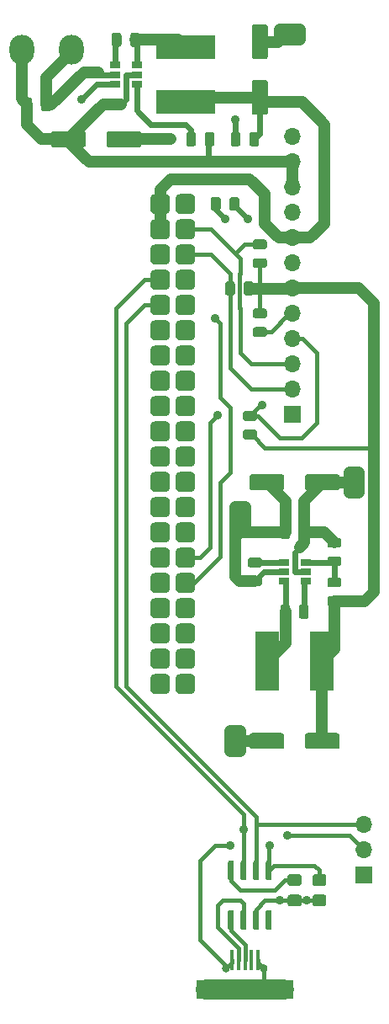
<source format=gbr>
G04 #@! TF.GenerationSoftware,KiCad,Pcbnew,5.1.5+dfsg1-2build2*
G04 #@! TF.CreationDate,2021-01-21T00:37:08+01:00*
G04 #@! TF.ProjectId,t100-raspi,74313030-2d72-4617-9370-692e6b696361,rev?*
G04 #@! TF.SameCoordinates,Original*
G04 #@! TF.FileFunction,Copper,L1,Top*
G04 #@! TF.FilePolarity,Positive*
%FSLAX46Y46*%
G04 Gerber Fmt 4.6, Leading zero omitted, Abs format (unit mm)*
G04 Created by KiCad (PCBNEW 5.1.5+dfsg1-2build2) date 2021-01-21 00:37:08*
%MOMM*%
%LPD*%
G04 APERTURE LIST*
%ADD10C,0.100000*%
%ADD11R,1.060000X0.650000*%
%ADD12R,5.900000X2.450000*%
%ADD13R,2.450000X5.900000*%
%ADD14O,1.700000X1.700000*%
%ADD15R,1.700000X1.700000*%
%ADD16O,2.500000X3.000000*%
%ADD17C,0.797560*%
%ADD18R,0.398780X2.000000*%
%ADD19R,1.897380X1.897380*%
%ADD20C,0.900000*%
%ADD21C,1.200000*%
%ADD22C,0.600000*%
%ADD23C,0.400000*%
%ADD24C,2.000000*%
G04 APERTURE END LIST*
G04 #@! TA.AperFunction,ComponentPad*
D10*
G36*
X102009009Y-116262408D02*
G01*
X102057545Y-116269607D01*
X102105142Y-116281530D01*
X102151342Y-116298060D01*
X102195698Y-116319039D01*
X102237785Y-116344265D01*
X102277197Y-116373495D01*
X102313553Y-116406447D01*
X102346505Y-116442803D01*
X102375735Y-116482215D01*
X102400961Y-116524302D01*
X102421940Y-116568658D01*
X102438470Y-116614858D01*
X102450393Y-116662455D01*
X102457592Y-116710991D01*
X102460000Y-116760000D01*
X102460000Y-117760000D01*
X102457592Y-117809009D01*
X102450393Y-117857545D01*
X102438470Y-117905142D01*
X102421940Y-117951342D01*
X102400961Y-117995698D01*
X102375735Y-118037785D01*
X102346505Y-118077197D01*
X102313553Y-118113553D01*
X102277197Y-118146505D01*
X102237785Y-118175735D01*
X102195698Y-118200961D01*
X102151342Y-118221940D01*
X102105142Y-118238470D01*
X102057545Y-118250393D01*
X102009009Y-118257592D01*
X101960000Y-118260000D01*
X100960000Y-118260000D01*
X100910991Y-118257592D01*
X100862455Y-118250393D01*
X100814858Y-118238470D01*
X100768658Y-118221940D01*
X100724302Y-118200961D01*
X100682215Y-118175735D01*
X100642803Y-118146505D01*
X100606447Y-118113553D01*
X100573495Y-118077197D01*
X100544265Y-118037785D01*
X100519039Y-117995698D01*
X100498060Y-117951342D01*
X100481530Y-117905142D01*
X100469607Y-117857545D01*
X100462408Y-117809009D01*
X100460000Y-117760000D01*
X100460000Y-116760000D01*
X100462408Y-116710991D01*
X100469607Y-116662455D01*
X100481530Y-116614858D01*
X100498060Y-116568658D01*
X100519039Y-116524302D01*
X100544265Y-116482215D01*
X100573495Y-116442803D01*
X100606447Y-116406447D01*
X100642803Y-116373495D01*
X100682215Y-116344265D01*
X100724302Y-116319039D01*
X100768658Y-116298060D01*
X100814858Y-116281530D01*
X100862455Y-116269607D01*
X100910991Y-116262408D01*
X100960000Y-116260000D01*
X101960000Y-116260000D01*
X102009009Y-116262408D01*
G37*
G04 #@! TD.AperFunction*
G04 #@! TA.AperFunction,ComponentPad*
G36*
X104549009Y-116262408D02*
G01*
X104597545Y-116269607D01*
X104645142Y-116281530D01*
X104691342Y-116298060D01*
X104735698Y-116319039D01*
X104777785Y-116344265D01*
X104817197Y-116373495D01*
X104853553Y-116406447D01*
X104886505Y-116442803D01*
X104915735Y-116482215D01*
X104940961Y-116524302D01*
X104961940Y-116568658D01*
X104978470Y-116614858D01*
X104990393Y-116662455D01*
X104997592Y-116710991D01*
X105000000Y-116760000D01*
X105000000Y-117760000D01*
X104997592Y-117809009D01*
X104990393Y-117857545D01*
X104978470Y-117905142D01*
X104961940Y-117951342D01*
X104940961Y-117995698D01*
X104915735Y-118037785D01*
X104886505Y-118077197D01*
X104853553Y-118113553D01*
X104817197Y-118146505D01*
X104777785Y-118175735D01*
X104735698Y-118200961D01*
X104691342Y-118221940D01*
X104645142Y-118238470D01*
X104597545Y-118250393D01*
X104549009Y-118257592D01*
X104500000Y-118260000D01*
X103500000Y-118260000D01*
X103450991Y-118257592D01*
X103402455Y-118250393D01*
X103354858Y-118238470D01*
X103308658Y-118221940D01*
X103264302Y-118200961D01*
X103222215Y-118175735D01*
X103182803Y-118146505D01*
X103146447Y-118113553D01*
X103113495Y-118077197D01*
X103084265Y-118037785D01*
X103059039Y-117995698D01*
X103038060Y-117951342D01*
X103021530Y-117905142D01*
X103009607Y-117857545D01*
X103002408Y-117809009D01*
X103000000Y-117760000D01*
X103000000Y-116760000D01*
X103002408Y-116710991D01*
X103009607Y-116662455D01*
X103021530Y-116614858D01*
X103038060Y-116568658D01*
X103059039Y-116524302D01*
X103084265Y-116482215D01*
X103113495Y-116442803D01*
X103146447Y-116406447D01*
X103182803Y-116373495D01*
X103222215Y-116344265D01*
X103264302Y-116319039D01*
X103308658Y-116298060D01*
X103354858Y-116281530D01*
X103402455Y-116269607D01*
X103450991Y-116262408D01*
X103500000Y-116260000D01*
X104500000Y-116260000D01*
X104549009Y-116262408D01*
G37*
G04 #@! TD.AperFunction*
G04 #@! TA.AperFunction,ComponentPad*
G36*
X102009009Y-113722408D02*
G01*
X102057545Y-113729607D01*
X102105142Y-113741530D01*
X102151342Y-113758060D01*
X102195698Y-113779039D01*
X102237785Y-113804265D01*
X102277197Y-113833495D01*
X102313553Y-113866447D01*
X102346505Y-113902803D01*
X102375735Y-113942215D01*
X102400961Y-113984302D01*
X102421940Y-114028658D01*
X102438470Y-114074858D01*
X102450393Y-114122455D01*
X102457592Y-114170991D01*
X102460000Y-114220000D01*
X102460000Y-115220000D01*
X102457592Y-115269009D01*
X102450393Y-115317545D01*
X102438470Y-115365142D01*
X102421940Y-115411342D01*
X102400961Y-115455698D01*
X102375735Y-115497785D01*
X102346505Y-115537197D01*
X102313553Y-115573553D01*
X102277197Y-115606505D01*
X102237785Y-115635735D01*
X102195698Y-115660961D01*
X102151342Y-115681940D01*
X102105142Y-115698470D01*
X102057545Y-115710393D01*
X102009009Y-115717592D01*
X101960000Y-115720000D01*
X100960000Y-115720000D01*
X100910991Y-115717592D01*
X100862455Y-115710393D01*
X100814858Y-115698470D01*
X100768658Y-115681940D01*
X100724302Y-115660961D01*
X100682215Y-115635735D01*
X100642803Y-115606505D01*
X100606447Y-115573553D01*
X100573495Y-115537197D01*
X100544265Y-115497785D01*
X100519039Y-115455698D01*
X100498060Y-115411342D01*
X100481530Y-115365142D01*
X100469607Y-115317545D01*
X100462408Y-115269009D01*
X100460000Y-115220000D01*
X100460000Y-114220000D01*
X100462408Y-114170991D01*
X100469607Y-114122455D01*
X100481530Y-114074858D01*
X100498060Y-114028658D01*
X100519039Y-113984302D01*
X100544265Y-113942215D01*
X100573495Y-113902803D01*
X100606447Y-113866447D01*
X100642803Y-113833495D01*
X100682215Y-113804265D01*
X100724302Y-113779039D01*
X100768658Y-113758060D01*
X100814858Y-113741530D01*
X100862455Y-113729607D01*
X100910991Y-113722408D01*
X100960000Y-113720000D01*
X101960000Y-113720000D01*
X102009009Y-113722408D01*
G37*
G04 #@! TD.AperFunction*
G04 #@! TA.AperFunction,ComponentPad*
G36*
X104549009Y-113722408D02*
G01*
X104597545Y-113729607D01*
X104645142Y-113741530D01*
X104691342Y-113758060D01*
X104735698Y-113779039D01*
X104777785Y-113804265D01*
X104817197Y-113833495D01*
X104853553Y-113866447D01*
X104886505Y-113902803D01*
X104915735Y-113942215D01*
X104940961Y-113984302D01*
X104961940Y-114028658D01*
X104978470Y-114074858D01*
X104990393Y-114122455D01*
X104997592Y-114170991D01*
X105000000Y-114220000D01*
X105000000Y-115220000D01*
X104997592Y-115269009D01*
X104990393Y-115317545D01*
X104978470Y-115365142D01*
X104961940Y-115411342D01*
X104940961Y-115455698D01*
X104915735Y-115497785D01*
X104886505Y-115537197D01*
X104853553Y-115573553D01*
X104817197Y-115606505D01*
X104777785Y-115635735D01*
X104735698Y-115660961D01*
X104691342Y-115681940D01*
X104645142Y-115698470D01*
X104597545Y-115710393D01*
X104549009Y-115717592D01*
X104500000Y-115720000D01*
X103500000Y-115720000D01*
X103450991Y-115717592D01*
X103402455Y-115710393D01*
X103354858Y-115698470D01*
X103308658Y-115681940D01*
X103264302Y-115660961D01*
X103222215Y-115635735D01*
X103182803Y-115606505D01*
X103146447Y-115573553D01*
X103113495Y-115537197D01*
X103084265Y-115497785D01*
X103059039Y-115455698D01*
X103038060Y-115411342D01*
X103021530Y-115365142D01*
X103009607Y-115317545D01*
X103002408Y-115269009D01*
X103000000Y-115220000D01*
X103000000Y-114220000D01*
X103002408Y-114170991D01*
X103009607Y-114122455D01*
X103021530Y-114074858D01*
X103038060Y-114028658D01*
X103059039Y-113984302D01*
X103084265Y-113942215D01*
X103113495Y-113902803D01*
X103146447Y-113866447D01*
X103182803Y-113833495D01*
X103222215Y-113804265D01*
X103264302Y-113779039D01*
X103308658Y-113758060D01*
X103354858Y-113741530D01*
X103402455Y-113729607D01*
X103450991Y-113722408D01*
X103500000Y-113720000D01*
X104500000Y-113720000D01*
X104549009Y-113722408D01*
G37*
G04 #@! TD.AperFunction*
G04 #@! TA.AperFunction,ComponentPad*
G36*
X102009009Y-111182408D02*
G01*
X102057545Y-111189607D01*
X102105142Y-111201530D01*
X102151342Y-111218060D01*
X102195698Y-111239039D01*
X102237785Y-111264265D01*
X102277197Y-111293495D01*
X102313553Y-111326447D01*
X102346505Y-111362803D01*
X102375735Y-111402215D01*
X102400961Y-111444302D01*
X102421940Y-111488658D01*
X102438470Y-111534858D01*
X102450393Y-111582455D01*
X102457592Y-111630991D01*
X102460000Y-111680000D01*
X102460000Y-112680000D01*
X102457592Y-112729009D01*
X102450393Y-112777545D01*
X102438470Y-112825142D01*
X102421940Y-112871342D01*
X102400961Y-112915698D01*
X102375735Y-112957785D01*
X102346505Y-112997197D01*
X102313553Y-113033553D01*
X102277197Y-113066505D01*
X102237785Y-113095735D01*
X102195698Y-113120961D01*
X102151342Y-113141940D01*
X102105142Y-113158470D01*
X102057545Y-113170393D01*
X102009009Y-113177592D01*
X101960000Y-113180000D01*
X100960000Y-113180000D01*
X100910991Y-113177592D01*
X100862455Y-113170393D01*
X100814858Y-113158470D01*
X100768658Y-113141940D01*
X100724302Y-113120961D01*
X100682215Y-113095735D01*
X100642803Y-113066505D01*
X100606447Y-113033553D01*
X100573495Y-112997197D01*
X100544265Y-112957785D01*
X100519039Y-112915698D01*
X100498060Y-112871342D01*
X100481530Y-112825142D01*
X100469607Y-112777545D01*
X100462408Y-112729009D01*
X100460000Y-112680000D01*
X100460000Y-111680000D01*
X100462408Y-111630991D01*
X100469607Y-111582455D01*
X100481530Y-111534858D01*
X100498060Y-111488658D01*
X100519039Y-111444302D01*
X100544265Y-111402215D01*
X100573495Y-111362803D01*
X100606447Y-111326447D01*
X100642803Y-111293495D01*
X100682215Y-111264265D01*
X100724302Y-111239039D01*
X100768658Y-111218060D01*
X100814858Y-111201530D01*
X100862455Y-111189607D01*
X100910991Y-111182408D01*
X100960000Y-111180000D01*
X101960000Y-111180000D01*
X102009009Y-111182408D01*
G37*
G04 #@! TD.AperFunction*
G04 #@! TA.AperFunction,ComponentPad*
G36*
X104549009Y-111182408D02*
G01*
X104597545Y-111189607D01*
X104645142Y-111201530D01*
X104691342Y-111218060D01*
X104735698Y-111239039D01*
X104777785Y-111264265D01*
X104817197Y-111293495D01*
X104853553Y-111326447D01*
X104886505Y-111362803D01*
X104915735Y-111402215D01*
X104940961Y-111444302D01*
X104961940Y-111488658D01*
X104978470Y-111534858D01*
X104990393Y-111582455D01*
X104997592Y-111630991D01*
X105000000Y-111680000D01*
X105000000Y-112680000D01*
X104997592Y-112729009D01*
X104990393Y-112777545D01*
X104978470Y-112825142D01*
X104961940Y-112871342D01*
X104940961Y-112915698D01*
X104915735Y-112957785D01*
X104886505Y-112997197D01*
X104853553Y-113033553D01*
X104817197Y-113066505D01*
X104777785Y-113095735D01*
X104735698Y-113120961D01*
X104691342Y-113141940D01*
X104645142Y-113158470D01*
X104597545Y-113170393D01*
X104549009Y-113177592D01*
X104500000Y-113180000D01*
X103500000Y-113180000D01*
X103450991Y-113177592D01*
X103402455Y-113170393D01*
X103354858Y-113158470D01*
X103308658Y-113141940D01*
X103264302Y-113120961D01*
X103222215Y-113095735D01*
X103182803Y-113066505D01*
X103146447Y-113033553D01*
X103113495Y-112997197D01*
X103084265Y-112957785D01*
X103059039Y-112915698D01*
X103038060Y-112871342D01*
X103021530Y-112825142D01*
X103009607Y-112777545D01*
X103002408Y-112729009D01*
X103000000Y-112680000D01*
X103000000Y-111680000D01*
X103002408Y-111630991D01*
X103009607Y-111582455D01*
X103021530Y-111534858D01*
X103038060Y-111488658D01*
X103059039Y-111444302D01*
X103084265Y-111402215D01*
X103113495Y-111362803D01*
X103146447Y-111326447D01*
X103182803Y-111293495D01*
X103222215Y-111264265D01*
X103264302Y-111239039D01*
X103308658Y-111218060D01*
X103354858Y-111201530D01*
X103402455Y-111189607D01*
X103450991Y-111182408D01*
X103500000Y-111180000D01*
X104500000Y-111180000D01*
X104549009Y-111182408D01*
G37*
G04 #@! TD.AperFunction*
G04 #@! TA.AperFunction,ComponentPad*
G36*
X102009009Y-108642408D02*
G01*
X102057545Y-108649607D01*
X102105142Y-108661530D01*
X102151342Y-108678060D01*
X102195698Y-108699039D01*
X102237785Y-108724265D01*
X102277197Y-108753495D01*
X102313553Y-108786447D01*
X102346505Y-108822803D01*
X102375735Y-108862215D01*
X102400961Y-108904302D01*
X102421940Y-108948658D01*
X102438470Y-108994858D01*
X102450393Y-109042455D01*
X102457592Y-109090991D01*
X102460000Y-109140000D01*
X102460000Y-110140000D01*
X102457592Y-110189009D01*
X102450393Y-110237545D01*
X102438470Y-110285142D01*
X102421940Y-110331342D01*
X102400961Y-110375698D01*
X102375735Y-110417785D01*
X102346505Y-110457197D01*
X102313553Y-110493553D01*
X102277197Y-110526505D01*
X102237785Y-110555735D01*
X102195698Y-110580961D01*
X102151342Y-110601940D01*
X102105142Y-110618470D01*
X102057545Y-110630393D01*
X102009009Y-110637592D01*
X101960000Y-110640000D01*
X100960000Y-110640000D01*
X100910991Y-110637592D01*
X100862455Y-110630393D01*
X100814858Y-110618470D01*
X100768658Y-110601940D01*
X100724302Y-110580961D01*
X100682215Y-110555735D01*
X100642803Y-110526505D01*
X100606447Y-110493553D01*
X100573495Y-110457197D01*
X100544265Y-110417785D01*
X100519039Y-110375698D01*
X100498060Y-110331342D01*
X100481530Y-110285142D01*
X100469607Y-110237545D01*
X100462408Y-110189009D01*
X100460000Y-110140000D01*
X100460000Y-109140000D01*
X100462408Y-109090991D01*
X100469607Y-109042455D01*
X100481530Y-108994858D01*
X100498060Y-108948658D01*
X100519039Y-108904302D01*
X100544265Y-108862215D01*
X100573495Y-108822803D01*
X100606447Y-108786447D01*
X100642803Y-108753495D01*
X100682215Y-108724265D01*
X100724302Y-108699039D01*
X100768658Y-108678060D01*
X100814858Y-108661530D01*
X100862455Y-108649607D01*
X100910991Y-108642408D01*
X100960000Y-108640000D01*
X101960000Y-108640000D01*
X102009009Y-108642408D01*
G37*
G04 #@! TD.AperFunction*
G04 #@! TA.AperFunction,ComponentPad*
G36*
X104549009Y-108642408D02*
G01*
X104597545Y-108649607D01*
X104645142Y-108661530D01*
X104691342Y-108678060D01*
X104735698Y-108699039D01*
X104777785Y-108724265D01*
X104817197Y-108753495D01*
X104853553Y-108786447D01*
X104886505Y-108822803D01*
X104915735Y-108862215D01*
X104940961Y-108904302D01*
X104961940Y-108948658D01*
X104978470Y-108994858D01*
X104990393Y-109042455D01*
X104997592Y-109090991D01*
X105000000Y-109140000D01*
X105000000Y-110140000D01*
X104997592Y-110189009D01*
X104990393Y-110237545D01*
X104978470Y-110285142D01*
X104961940Y-110331342D01*
X104940961Y-110375698D01*
X104915735Y-110417785D01*
X104886505Y-110457197D01*
X104853553Y-110493553D01*
X104817197Y-110526505D01*
X104777785Y-110555735D01*
X104735698Y-110580961D01*
X104691342Y-110601940D01*
X104645142Y-110618470D01*
X104597545Y-110630393D01*
X104549009Y-110637592D01*
X104500000Y-110640000D01*
X103500000Y-110640000D01*
X103450991Y-110637592D01*
X103402455Y-110630393D01*
X103354858Y-110618470D01*
X103308658Y-110601940D01*
X103264302Y-110580961D01*
X103222215Y-110555735D01*
X103182803Y-110526505D01*
X103146447Y-110493553D01*
X103113495Y-110457197D01*
X103084265Y-110417785D01*
X103059039Y-110375698D01*
X103038060Y-110331342D01*
X103021530Y-110285142D01*
X103009607Y-110237545D01*
X103002408Y-110189009D01*
X103000000Y-110140000D01*
X103000000Y-109140000D01*
X103002408Y-109090991D01*
X103009607Y-109042455D01*
X103021530Y-108994858D01*
X103038060Y-108948658D01*
X103059039Y-108904302D01*
X103084265Y-108862215D01*
X103113495Y-108822803D01*
X103146447Y-108786447D01*
X103182803Y-108753495D01*
X103222215Y-108724265D01*
X103264302Y-108699039D01*
X103308658Y-108678060D01*
X103354858Y-108661530D01*
X103402455Y-108649607D01*
X103450991Y-108642408D01*
X103500000Y-108640000D01*
X104500000Y-108640000D01*
X104549009Y-108642408D01*
G37*
G04 #@! TD.AperFunction*
G04 #@! TA.AperFunction,ComponentPad*
G36*
X102009009Y-106102408D02*
G01*
X102057545Y-106109607D01*
X102105142Y-106121530D01*
X102151342Y-106138060D01*
X102195698Y-106159039D01*
X102237785Y-106184265D01*
X102277197Y-106213495D01*
X102313553Y-106246447D01*
X102346505Y-106282803D01*
X102375735Y-106322215D01*
X102400961Y-106364302D01*
X102421940Y-106408658D01*
X102438470Y-106454858D01*
X102450393Y-106502455D01*
X102457592Y-106550991D01*
X102460000Y-106600000D01*
X102460000Y-107600000D01*
X102457592Y-107649009D01*
X102450393Y-107697545D01*
X102438470Y-107745142D01*
X102421940Y-107791342D01*
X102400961Y-107835698D01*
X102375735Y-107877785D01*
X102346505Y-107917197D01*
X102313553Y-107953553D01*
X102277197Y-107986505D01*
X102237785Y-108015735D01*
X102195698Y-108040961D01*
X102151342Y-108061940D01*
X102105142Y-108078470D01*
X102057545Y-108090393D01*
X102009009Y-108097592D01*
X101960000Y-108100000D01*
X100960000Y-108100000D01*
X100910991Y-108097592D01*
X100862455Y-108090393D01*
X100814858Y-108078470D01*
X100768658Y-108061940D01*
X100724302Y-108040961D01*
X100682215Y-108015735D01*
X100642803Y-107986505D01*
X100606447Y-107953553D01*
X100573495Y-107917197D01*
X100544265Y-107877785D01*
X100519039Y-107835698D01*
X100498060Y-107791342D01*
X100481530Y-107745142D01*
X100469607Y-107697545D01*
X100462408Y-107649009D01*
X100460000Y-107600000D01*
X100460000Y-106600000D01*
X100462408Y-106550991D01*
X100469607Y-106502455D01*
X100481530Y-106454858D01*
X100498060Y-106408658D01*
X100519039Y-106364302D01*
X100544265Y-106322215D01*
X100573495Y-106282803D01*
X100606447Y-106246447D01*
X100642803Y-106213495D01*
X100682215Y-106184265D01*
X100724302Y-106159039D01*
X100768658Y-106138060D01*
X100814858Y-106121530D01*
X100862455Y-106109607D01*
X100910991Y-106102408D01*
X100960000Y-106100000D01*
X101960000Y-106100000D01*
X102009009Y-106102408D01*
G37*
G04 #@! TD.AperFunction*
G04 #@! TA.AperFunction,ComponentPad*
G36*
X104549009Y-106102408D02*
G01*
X104597545Y-106109607D01*
X104645142Y-106121530D01*
X104691342Y-106138060D01*
X104735698Y-106159039D01*
X104777785Y-106184265D01*
X104817197Y-106213495D01*
X104853553Y-106246447D01*
X104886505Y-106282803D01*
X104915735Y-106322215D01*
X104940961Y-106364302D01*
X104961940Y-106408658D01*
X104978470Y-106454858D01*
X104990393Y-106502455D01*
X104997592Y-106550991D01*
X105000000Y-106600000D01*
X105000000Y-107600000D01*
X104997592Y-107649009D01*
X104990393Y-107697545D01*
X104978470Y-107745142D01*
X104961940Y-107791342D01*
X104940961Y-107835698D01*
X104915735Y-107877785D01*
X104886505Y-107917197D01*
X104853553Y-107953553D01*
X104817197Y-107986505D01*
X104777785Y-108015735D01*
X104735698Y-108040961D01*
X104691342Y-108061940D01*
X104645142Y-108078470D01*
X104597545Y-108090393D01*
X104549009Y-108097592D01*
X104500000Y-108100000D01*
X103500000Y-108100000D01*
X103450991Y-108097592D01*
X103402455Y-108090393D01*
X103354858Y-108078470D01*
X103308658Y-108061940D01*
X103264302Y-108040961D01*
X103222215Y-108015735D01*
X103182803Y-107986505D01*
X103146447Y-107953553D01*
X103113495Y-107917197D01*
X103084265Y-107877785D01*
X103059039Y-107835698D01*
X103038060Y-107791342D01*
X103021530Y-107745142D01*
X103009607Y-107697545D01*
X103002408Y-107649009D01*
X103000000Y-107600000D01*
X103000000Y-106600000D01*
X103002408Y-106550991D01*
X103009607Y-106502455D01*
X103021530Y-106454858D01*
X103038060Y-106408658D01*
X103059039Y-106364302D01*
X103084265Y-106322215D01*
X103113495Y-106282803D01*
X103146447Y-106246447D01*
X103182803Y-106213495D01*
X103222215Y-106184265D01*
X103264302Y-106159039D01*
X103308658Y-106138060D01*
X103354858Y-106121530D01*
X103402455Y-106109607D01*
X103450991Y-106102408D01*
X103500000Y-106100000D01*
X104500000Y-106100000D01*
X104549009Y-106102408D01*
G37*
G04 #@! TD.AperFunction*
G04 #@! TA.AperFunction,ComponentPad*
G36*
X102009009Y-103562408D02*
G01*
X102057545Y-103569607D01*
X102105142Y-103581530D01*
X102151342Y-103598060D01*
X102195698Y-103619039D01*
X102237785Y-103644265D01*
X102277197Y-103673495D01*
X102313553Y-103706447D01*
X102346505Y-103742803D01*
X102375735Y-103782215D01*
X102400961Y-103824302D01*
X102421940Y-103868658D01*
X102438470Y-103914858D01*
X102450393Y-103962455D01*
X102457592Y-104010991D01*
X102460000Y-104060000D01*
X102460000Y-105060000D01*
X102457592Y-105109009D01*
X102450393Y-105157545D01*
X102438470Y-105205142D01*
X102421940Y-105251342D01*
X102400961Y-105295698D01*
X102375735Y-105337785D01*
X102346505Y-105377197D01*
X102313553Y-105413553D01*
X102277197Y-105446505D01*
X102237785Y-105475735D01*
X102195698Y-105500961D01*
X102151342Y-105521940D01*
X102105142Y-105538470D01*
X102057545Y-105550393D01*
X102009009Y-105557592D01*
X101960000Y-105560000D01*
X100960000Y-105560000D01*
X100910991Y-105557592D01*
X100862455Y-105550393D01*
X100814858Y-105538470D01*
X100768658Y-105521940D01*
X100724302Y-105500961D01*
X100682215Y-105475735D01*
X100642803Y-105446505D01*
X100606447Y-105413553D01*
X100573495Y-105377197D01*
X100544265Y-105337785D01*
X100519039Y-105295698D01*
X100498060Y-105251342D01*
X100481530Y-105205142D01*
X100469607Y-105157545D01*
X100462408Y-105109009D01*
X100460000Y-105060000D01*
X100460000Y-104060000D01*
X100462408Y-104010991D01*
X100469607Y-103962455D01*
X100481530Y-103914858D01*
X100498060Y-103868658D01*
X100519039Y-103824302D01*
X100544265Y-103782215D01*
X100573495Y-103742803D01*
X100606447Y-103706447D01*
X100642803Y-103673495D01*
X100682215Y-103644265D01*
X100724302Y-103619039D01*
X100768658Y-103598060D01*
X100814858Y-103581530D01*
X100862455Y-103569607D01*
X100910991Y-103562408D01*
X100960000Y-103560000D01*
X101960000Y-103560000D01*
X102009009Y-103562408D01*
G37*
G04 #@! TD.AperFunction*
G04 #@! TA.AperFunction,ComponentPad*
G36*
X104549009Y-103562408D02*
G01*
X104597545Y-103569607D01*
X104645142Y-103581530D01*
X104691342Y-103598060D01*
X104735698Y-103619039D01*
X104777785Y-103644265D01*
X104817197Y-103673495D01*
X104853553Y-103706447D01*
X104886505Y-103742803D01*
X104915735Y-103782215D01*
X104940961Y-103824302D01*
X104961940Y-103868658D01*
X104978470Y-103914858D01*
X104990393Y-103962455D01*
X104997592Y-104010991D01*
X105000000Y-104060000D01*
X105000000Y-105060000D01*
X104997592Y-105109009D01*
X104990393Y-105157545D01*
X104978470Y-105205142D01*
X104961940Y-105251342D01*
X104940961Y-105295698D01*
X104915735Y-105337785D01*
X104886505Y-105377197D01*
X104853553Y-105413553D01*
X104817197Y-105446505D01*
X104777785Y-105475735D01*
X104735698Y-105500961D01*
X104691342Y-105521940D01*
X104645142Y-105538470D01*
X104597545Y-105550393D01*
X104549009Y-105557592D01*
X104500000Y-105560000D01*
X103500000Y-105560000D01*
X103450991Y-105557592D01*
X103402455Y-105550393D01*
X103354858Y-105538470D01*
X103308658Y-105521940D01*
X103264302Y-105500961D01*
X103222215Y-105475735D01*
X103182803Y-105446505D01*
X103146447Y-105413553D01*
X103113495Y-105377197D01*
X103084265Y-105337785D01*
X103059039Y-105295698D01*
X103038060Y-105251342D01*
X103021530Y-105205142D01*
X103009607Y-105157545D01*
X103002408Y-105109009D01*
X103000000Y-105060000D01*
X103000000Y-104060000D01*
X103002408Y-104010991D01*
X103009607Y-103962455D01*
X103021530Y-103914858D01*
X103038060Y-103868658D01*
X103059039Y-103824302D01*
X103084265Y-103782215D01*
X103113495Y-103742803D01*
X103146447Y-103706447D01*
X103182803Y-103673495D01*
X103222215Y-103644265D01*
X103264302Y-103619039D01*
X103308658Y-103598060D01*
X103354858Y-103581530D01*
X103402455Y-103569607D01*
X103450991Y-103562408D01*
X103500000Y-103560000D01*
X104500000Y-103560000D01*
X104549009Y-103562408D01*
G37*
G04 #@! TD.AperFunction*
G04 #@! TA.AperFunction,ComponentPad*
G36*
X102009009Y-101022408D02*
G01*
X102057545Y-101029607D01*
X102105142Y-101041530D01*
X102151342Y-101058060D01*
X102195698Y-101079039D01*
X102237785Y-101104265D01*
X102277197Y-101133495D01*
X102313553Y-101166447D01*
X102346505Y-101202803D01*
X102375735Y-101242215D01*
X102400961Y-101284302D01*
X102421940Y-101328658D01*
X102438470Y-101374858D01*
X102450393Y-101422455D01*
X102457592Y-101470991D01*
X102460000Y-101520000D01*
X102460000Y-102520000D01*
X102457592Y-102569009D01*
X102450393Y-102617545D01*
X102438470Y-102665142D01*
X102421940Y-102711342D01*
X102400961Y-102755698D01*
X102375735Y-102797785D01*
X102346505Y-102837197D01*
X102313553Y-102873553D01*
X102277197Y-102906505D01*
X102237785Y-102935735D01*
X102195698Y-102960961D01*
X102151342Y-102981940D01*
X102105142Y-102998470D01*
X102057545Y-103010393D01*
X102009009Y-103017592D01*
X101960000Y-103020000D01*
X100960000Y-103020000D01*
X100910991Y-103017592D01*
X100862455Y-103010393D01*
X100814858Y-102998470D01*
X100768658Y-102981940D01*
X100724302Y-102960961D01*
X100682215Y-102935735D01*
X100642803Y-102906505D01*
X100606447Y-102873553D01*
X100573495Y-102837197D01*
X100544265Y-102797785D01*
X100519039Y-102755698D01*
X100498060Y-102711342D01*
X100481530Y-102665142D01*
X100469607Y-102617545D01*
X100462408Y-102569009D01*
X100460000Y-102520000D01*
X100460000Y-101520000D01*
X100462408Y-101470991D01*
X100469607Y-101422455D01*
X100481530Y-101374858D01*
X100498060Y-101328658D01*
X100519039Y-101284302D01*
X100544265Y-101242215D01*
X100573495Y-101202803D01*
X100606447Y-101166447D01*
X100642803Y-101133495D01*
X100682215Y-101104265D01*
X100724302Y-101079039D01*
X100768658Y-101058060D01*
X100814858Y-101041530D01*
X100862455Y-101029607D01*
X100910991Y-101022408D01*
X100960000Y-101020000D01*
X101960000Y-101020000D01*
X102009009Y-101022408D01*
G37*
G04 #@! TD.AperFunction*
G04 #@! TA.AperFunction,ComponentPad*
G36*
X104549009Y-101022408D02*
G01*
X104597545Y-101029607D01*
X104645142Y-101041530D01*
X104691342Y-101058060D01*
X104735698Y-101079039D01*
X104777785Y-101104265D01*
X104817197Y-101133495D01*
X104853553Y-101166447D01*
X104886505Y-101202803D01*
X104915735Y-101242215D01*
X104940961Y-101284302D01*
X104961940Y-101328658D01*
X104978470Y-101374858D01*
X104990393Y-101422455D01*
X104997592Y-101470991D01*
X105000000Y-101520000D01*
X105000000Y-102520000D01*
X104997592Y-102569009D01*
X104990393Y-102617545D01*
X104978470Y-102665142D01*
X104961940Y-102711342D01*
X104940961Y-102755698D01*
X104915735Y-102797785D01*
X104886505Y-102837197D01*
X104853553Y-102873553D01*
X104817197Y-102906505D01*
X104777785Y-102935735D01*
X104735698Y-102960961D01*
X104691342Y-102981940D01*
X104645142Y-102998470D01*
X104597545Y-103010393D01*
X104549009Y-103017592D01*
X104500000Y-103020000D01*
X103500000Y-103020000D01*
X103450991Y-103017592D01*
X103402455Y-103010393D01*
X103354858Y-102998470D01*
X103308658Y-102981940D01*
X103264302Y-102960961D01*
X103222215Y-102935735D01*
X103182803Y-102906505D01*
X103146447Y-102873553D01*
X103113495Y-102837197D01*
X103084265Y-102797785D01*
X103059039Y-102755698D01*
X103038060Y-102711342D01*
X103021530Y-102665142D01*
X103009607Y-102617545D01*
X103002408Y-102569009D01*
X103000000Y-102520000D01*
X103000000Y-101520000D01*
X103002408Y-101470991D01*
X103009607Y-101422455D01*
X103021530Y-101374858D01*
X103038060Y-101328658D01*
X103059039Y-101284302D01*
X103084265Y-101242215D01*
X103113495Y-101202803D01*
X103146447Y-101166447D01*
X103182803Y-101133495D01*
X103222215Y-101104265D01*
X103264302Y-101079039D01*
X103308658Y-101058060D01*
X103354858Y-101041530D01*
X103402455Y-101029607D01*
X103450991Y-101022408D01*
X103500000Y-101020000D01*
X104500000Y-101020000D01*
X104549009Y-101022408D01*
G37*
G04 #@! TD.AperFunction*
G04 #@! TA.AperFunction,ComponentPad*
G36*
X102009009Y-98482408D02*
G01*
X102057545Y-98489607D01*
X102105142Y-98501530D01*
X102151342Y-98518060D01*
X102195698Y-98539039D01*
X102237785Y-98564265D01*
X102277197Y-98593495D01*
X102313553Y-98626447D01*
X102346505Y-98662803D01*
X102375735Y-98702215D01*
X102400961Y-98744302D01*
X102421940Y-98788658D01*
X102438470Y-98834858D01*
X102450393Y-98882455D01*
X102457592Y-98930991D01*
X102460000Y-98980000D01*
X102460000Y-99980000D01*
X102457592Y-100029009D01*
X102450393Y-100077545D01*
X102438470Y-100125142D01*
X102421940Y-100171342D01*
X102400961Y-100215698D01*
X102375735Y-100257785D01*
X102346505Y-100297197D01*
X102313553Y-100333553D01*
X102277197Y-100366505D01*
X102237785Y-100395735D01*
X102195698Y-100420961D01*
X102151342Y-100441940D01*
X102105142Y-100458470D01*
X102057545Y-100470393D01*
X102009009Y-100477592D01*
X101960000Y-100480000D01*
X100960000Y-100480000D01*
X100910991Y-100477592D01*
X100862455Y-100470393D01*
X100814858Y-100458470D01*
X100768658Y-100441940D01*
X100724302Y-100420961D01*
X100682215Y-100395735D01*
X100642803Y-100366505D01*
X100606447Y-100333553D01*
X100573495Y-100297197D01*
X100544265Y-100257785D01*
X100519039Y-100215698D01*
X100498060Y-100171342D01*
X100481530Y-100125142D01*
X100469607Y-100077545D01*
X100462408Y-100029009D01*
X100460000Y-99980000D01*
X100460000Y-98980000D01*
X100462408Y-98930991D01*
X100469607Y-98882455D01*
X100481530Y-98834858D01*
X100498060Y-98788658D01*
X100519039Y-98744302D01*
X100544265Y-98702215D01*
X100573495Y-98662803D01*
X100606447Y-98626447D01*
X100642803Y-98593495D01*
X100682215Y-98564265D01*
X100724302Y-98539039D01*
X100768658Y-98518060D01*
X100814858Y-98501530D01*
X100862455Y-98489607D01*
X100910991Y-98482408D01*
X100960000Y-98480000D01*
X101960000Y-98480000D01*
X102009009Y-98482408D01*
G37*
G04 #@! TD.AperFunction*
G04 #@! TA.AperFunction,ComponentPad*
G36*
X104549009Y-98482408D02*
G01*
X104597545Y-98489607D01*
X104645142Y-98501530D01*
X104691342Y-98518060D01*
X104735698Y-98539039D01*
X104777785Y-98564265D01*
X104817197Y-98593495D01*
X104853553Y-98626447D01*
X104886505Y-98662803D01*
X104915735Y-98702215D01*
X104940961Y-98744302D01*
X104961940Y-98788658D01*
X104978470Y-98834858D01*
X104990393Y-98882455D01*
X104997592Y-98930991D01*
X105000000Y-98980000D01*
X105000000Y-99980000D01*
X104997592Y-100029009D01*
X104990393Y-100077545D01*
X104978470Y-100125142D01*
X104961940Y-100171342D01*
X104940961Y-100215698D01*
X104915735Y-100257785D01*
X104886505Y-100297197D01*
X104853553Y-100333553D01*
X104817197Y-100366505D01*
X104777785Y-100395735D01*
X104735698Y-100420961D01*
X104691342Y-100441940D01*
X104645142Y-100458470D01*
X104597545Y-100470393D01*
X104549009Y-100477592D01*
X104500000Y-100480000D01*
X103500000Y-100480000D01*
X103450991Y-100477592D01*
X103402455Y-100470393D01*
X103354858Y-100458470D01*
X103308658Y-100441940D01*
X103264302Y-100420961D01*
X103222215Y-100395735D01*
X103182803Y-100366505D01*
X103146447Y-100333553D01*
X103113495Y-100297197D01*
X103084265Y-100257785D01*
X103059039Y-100215698D01*
X103038060Y-100171342D01*
X103021530Y-100125142D01*
X103009607Y-100077545D01*
X103002408Y-100029009D01*
X103000000Y-99980000D01*
X103000000Y-98980000D01*
X103002408Y-98930991D01*
X103009607Y-98882455D01*
X103021530Y-98834858D01*
X103038060Y-98788658D01*
X103059039Y-98744302D01*
X103084265Y-98702215D01*
X103113495Y-98662803D01*
X103146447Y-98626447D01*
X103182803Y-98593495D01*
X103222215Y-98564265D01*
X103264302Y-98539039D01*
X103308658Y-98518060D01*
X103354858Y-98501530D01*
X103402455Y-98489607D01*
X103450991Y-98482408D01*
X103500000Y-98480000D01*
X104500000Y-98480000D01*
X104549009Y-98482408D01*
G37*
G04 #@! TD.AperFunction*
G04 #@! TA.AperFunction,ComponentPad*
G36*
X102009009Y-95942408D02*
G01*
X102057545Y-95949607D01*
X102105142Y-95961530D01*
X102151342Y-95978060D01*
X102195698Y-95999039D01*
X102237785Y-96024265D01*
X102277197Y-96053495D01*
X102313553Y-96086447D01*
X102346505Y-96122803D01*
X102375735Y-96162215D01*
X102400961Y-96204302D01*
X102421940Y-96248658D01*
X102438470Y-96294858D01*
X102450393Y-96342455D01*
X102457592Y-96390991D01*
X102460000Y-96440000D01*
X102460000Y-97440000D01*
X102457592Y-97489009D01*
X102450393Y-97537545D01*
X102438470Y-97585142D01*
X102421940Y-97631342D01*
X102400961Y-97675698D01*
X102375735Y-97717785D01*
X102346505Y-97757197D01*
X102313553Y-97793553D01*
X102277197Y-97826505D01*
X102237785Y-97855735D01*
X102195698Y-97880961D01*
X102151342Y-97901940D01*
X102105142Y-97918470D01*
X102057545Y-97930393D01*
X102009009Y-97937592D01*
X101960000Y-97940000D01*
X100960000Y-97940000D01*
X100910991Y-97937592D01*
X100862455Y-97930393D01*
X100814858Y-97918470D01*
X100768658Y-97901940D01*
X100724302Y-97880961D01*
X100682215Y-97855735D01*
X100642803Y-97826505D01*
X100606447Y-97793553D01*
X100573495Y-97757197D01*
X100544265Y-97717785D01*
X100519039Y-97675698D01*
X100498060Y-97631342D01*
X100481530Y-97585142D01*
X100469607Y-97537545D01*
X100462408Y-97489009D01*
X100460000Y-97440000D01*
X100460000Y-96440000D01*
X100462408Y-96390991D01*
X100469607Y-96342455D01*
X100481530Y-96294858D01*
X100498060Y-96248658D01*
X100519039Y-96204302D01*
X100544265Y-96162215D01*
X100573495Y-96122803D01*
X100606447Y-96086447D01*
X100642803Y-96053495D01*
X100682215Y-96024265D01*
X100724302Y-95999039D01*
X100768658Y-95978060D01*
X100814858Y-95961530D01*
X100862455Y-95949607D01*
X100910991Y-95942408D01*
X100960000Y-95940000D01*
X101960000Y-95940000D01*
X102009009Y-95942408D01*
G37*
G04 #@! TD.AperFunction*
G04 #@! TA.AperFunction,ComponentPad*
G36*
X104549009Y-95942408D02*
G01*
X104597545Y-95949607D01*
X104645142Y-95961530D01*
X104691342Y-95978060D01*
X104735698Y-95999039D01*
X104777785Y-96024265D01*
X104817197Y-96053495D01*
X104853553Y-96086447D01*
X104886505Y-96122803D01*
X104915735Y-96162215D01*
X104940961Y-96204302D01*
X104961940Y-96248658D01*
X104978470Y-96294858D01*
X104990393Y-96342455D01*
X104997592Y-96390991D01*
X105000000Y-96440000D01*
X105000000Y-97440000D01*
X104997592Y-97489009D01*
X104990393Y-97537545D01*
X104978470Y-97585142D01*
X104961940Y-97631342D01*
X104940961Y-97675698D01*
X104915735Y-97717785D01*
X104886505Y-97757197D01*
X104853553Y-97793553D01*
X104817197Y-97826505D01*
X104777785Y-97855735D01*
X104735698Y-97880961D01*
X104691342Y-97901940D01*
X104645142Y-97918470D01*
X104597545Y-97930393D01*
X104549009Y-97937592D01*
X104500000Y-97940000D01*
X103500000Y-97940000D01*
X103450991Y-97937592D01*
X103402455Y-97930393D01*
X103354858Y-97918470D01*
X103308658Y-97901940D01*
X103264302Y-97880961D01*
X103222215Y-97855735D01*
X103182803Y-97826505D01*
X103146447Y-97793553D01*
X103113495Y-97757197D01*
X103084265Y-97717785D01*
X103059039Y-97675698D01*
X103038060Y-97631342D01*
X103021530Y-97585142D01*
X103009607Y-97537545D01*
X103002408Y-97489009D01*
X103000000Y-97440000D01*
X103000000Y-96440000D01*
X103002408Y-96390991D01*
X103009607Y-96342455D01*
X103021530Y-96294858D01*
X103038060Y-96248658D01*
X103059039Y-96204302D01*
X103084265Y-96162215D01*
X103113495Y-96122803D01*
X103146447Y-96086447D01*
X103182803Y-96053495D01*
X103222215Y-96024265D01*
X103264302Y-95999039D01*
X103308658Y-95978060D01*
X103354858Y-95961530D01*
X103402455Y-95949607D01*
X103450991Y-95942408D01*
X103500000Y-95940000D01*
X104500000Y-95940000D01*
X104549009Y-95942408D01*
G37*
G04 #@! TD.AperFunction*
G04 #@! TA.AperFunction,ComponentPad*
G36*
X102009009Y-93402408D02*
G01*
X102057545Y-93409607D01*
X102105142Y-93421530D01*
X102151342Y-93438060D01*
X102195698Y-93459039D01*
X102237785Y-93484265D01*
X102277197Y-93513495D01*
X102313553Y-93546447D01*
X102346505Y-93582803D01*
X102375735Y-93622215D01*
X102400961Y-93664302D01*
X102421940Y-93708658D01*
X102438470Y-93754858D01*
X102450393Y-93802455D01*
X102457592Y-93850991D01*
X102460000Y-93900000D01*
X102460000Y-94900000D01*
X102457592Y-94949009D01*
X102450393Y-94997545D01*
X102438470Y-95045142D01*
X102421940Y-95091342D01*
X102400961Y-95135698D01*
X102375735Y-95177785D01*
X102346505Y-95217197D01*
X102313553Y-95253553D01*
X102277197Y-95286505D01*
X102237785Y-95315735D01*
X102195698Y-95340961D01*
X102151342Y-95361940D01*
X102105142Y-95378470D01*
X102057545Y-95390393D01*
X102009009Y-95397592D01*
X101960000Y-95400000D01*
X100960000Y-95400000D01*
X100910991Y-95397592D01*
X100862455Y-95390393D01*
X100814858Y-95378470D01*
X100768658Y-95361940D01*
X100724302Y-95340961D01*
X100682215Y-95315735D01*
X100642803Y-95286505D01*
X100606447Y-95253553D01*
X100573495Y-95217197D01*
X100544265Y-95177785D01*
X100519039Y-95135698D01*
X100498060Y-95091342D01*
X100481530Y-95045142D01*
X100469607Y-94997545D01*
X100462408Y-94949009D01*
X100460000Y-94900000D01*
X100460000Y-93900000D01*
X100462408Y-93850991D01*
X100469607Y-93802455D01*
X100481530Y-93754858D01*
X100498060Y-93708658D01*
X100519039Y-93664302D01*
X100544265Y-93622215D01*
X100573495Y-93582803D01*
X100606447Y-93546447D01*
X100642803Y-93513495D01*
X100682215Y-93484265D01*
X100724302Y-93459039D01*
X100768658Y-93438060D01*
X100814858Y-93421530D01*
X100862455Y-93409607D01*
X100910991Y-93402408D01*
X100960000Y-93400000D01*
X101960000Y-93400000D01*
X102009009Y-93402408D01*
G37*
G04 #@! TD.AperFunction*
G04 #@! TA.AperFunction,ComponentPad*
G36*
X104549009Y-93402408D02*
G01*
X104597545Y-93409607D01*
X104645142Y-93421530D01*
X104691342Y-93438060D01*
X104735698Y-93459039D01*
X104777785Y-93484265D01*
X104817197Y-93513495D01*
X104853553Y-93546447D01*
X104886505Y-93582803D01*
X104915735Y-93622215D01*
X104940961Y-93664302D01*
X104961940Y-93708658D01*
X104978470Y-93754858D01*
X104990393Y-93802455D01*
X104997592Y-93850991D01*
X105000000Y-93900000D01*
X105000000Y-94900000D01*
X104997592Y-94949009D01*
X104990393Y-94997545D01*
X104978470Y-95045142D01*
X104961940Y-95091342D01*
X104940961Y-95135698D01*
X104915735Y-95177785D01*
X104886505Y-95217197D01*
X104853553Y-95253553D01*
X104817197Y-95286505D01*
X104777785Y-95315735D01*
X104735698Y-95340961D01*
X104691342Y-95361940D01*
X104645142Y-95378470D01*
X104597545Y-95390393D01*
X104549009Y-95397592D01*
X104500000Y-95400000D01*
X103500000Y-95400000D01*
X103450991Y-95397592D01*
X103402455Y-95390393D01*
X103354858Y-95378470D01*
X103308658Y-95361940D01*
X103264302Y-95340961D01*
X103222215Y-95315735D01*
X103182803Y-95286505D01*
X103146447Y-95253553D01*
X103113495Y-95217197D01*
X103084265Y-95177785D01*
X103059039Y-95135698D01*
X103038060Y-95091342D01*
X103021530Y-95045142D01*
X103009607Y-94997545D01*
X103002408Y-94949009D01*
X103000000Y-94900000D01*
X103000000Y-93900000D01*
X103002408Y-93850991D01*
X103009607Y-93802455D01*
X103021530Y-93754858D01*
X103038060Y-93708658D01*
X103059039Y-93664302D01*
X103084265Y-93622215D01*
X103113495Y-93582803D01*
X103146447Y-93546447D01*
X103182803Y-93513495D01*
X103222215Y-93484265D01*
X103264302Y-93459039D01*
X103308658Y-93438060D01*
X103354858Y-93421530D01*
X103402455Y-93409607D01*
X103450991Y-93402408D01*
X103500000Y-93400000D01*
X104500000Y-93400000D01*
X104549009Y-93402408D01*
G37*
G04 #@! TD.AperFunction*
G04 #@! TA.AperFunction,ComponentPad*
G36*
X102009009Y-90862408D02*
G01*
X102057545Y-90869607D01*
X102105142Y-90881530D01*
X102151342Y-90898060D01*
X102195698Y-90919039D01*
X102237785Y-90944265D01*
X102277197Y-90973495D01*
X102313553Y-91006447D01*
X102346505Y-91042803D01*
X102375735Y-91082215D01*
X102400961Y-91124302D01*
X102421940Y-91168658D01*
X102438470Y-91214858D01*
X102450393Y-91262455D01*
X102457592Y-91310991D01*
X102460000Y-91360000D01*
X102460000Y-92360000D01*
X102457592Y-92409009D01*
X102450393Y-92457545D01*
X102438470Y-92505142D01*
X102421940Y-92551342D01*
X102400961Y-92595698D01*
X102375735Y-92637785D01*
X102346505Y-92677197D01*
X102313553Y-92713553D01*
X102277197Y-92746505D01*
X102237785Y-92775735D01*
X102195698Y-92800961D01*
X102151342Y-92821940D01*
X102105142Y-92838470D01*
X102057545Y-92850393D01*
X102009009Y-92857592D01*
X101960000Y-92860000D01*
X100960000Y-92860000D01*
X100910991Y-92857592D01*
X100862455Y-92850393D01*
X100814858Y-92838470D01*
X100768658Y-92821940D01*
X100724302Y-92800961D01*
X100682215Y-92775735D01*
X100642803Y-92746505D01*
X100606447Y-92713553D01*
X100573495Y-92677197D01*
X100544265Y-92637785D01*
X100519039Y-92595698D01*
X100498060Y-92551342D01*
X100481530Y-92505142D01*
X100469607Y-92457545D01*
X100462408Y-92409009D01*
X100460000Y-92360000D01*
X100460000Y-91360000D01*
X100462408Y-91310991D01*
X100469607Y-91262455D01*
X100481530Y-91214858D01*
X100498060Y-91168658D01*
X100519039Y-91124302D01*
X100544265Y-91082215D01*
X100573495Y-91042803D01*
X100606447Y-91006447D01*
X100642803Y-90973495D01*
X100682215Y-90944265D01*
X100724302Y-90919039D01*
X100768658Y-90898060D01*
X100814858Y-90881530D01*
X100862455Y-90869607D01*
X100910991Y-90862408D01*
X100960000Y-90860000D01*
X101960000Y-90860000D01*
X102009009Y-90862408D01*
G37*
G04 #@! TD.AperFunction*
G04 #@! TA.AperFunction,ComponentPad*
G36*
X104549009Y-90862408D02*
G01*
X104597545Y-90869607D01*
X104645142Y-90881530D01*
X104691342Y-90898060D01*
X104735698Y-90919039D01*
X104777785Y-90944265D01*
X104817197Y-90973495D01*
X104853553Y-91006447D01*
X104886505Y-91042803D01*
X104915735Y-91082215D01*
X104940961Y-91124302D01*
X104961940Y-91168658D01*
X104978470Y-91214858D01*
X104990393Y-91262455D01*
X104997592Y-91310991D01*
X105000000Y-91360000D01*
X105000000Y-92360000D01*
X104997592Y-92409009D01*
X104990393Y-92457545D01*
X104978470Y-92505142D01*
X104961940Y-92551342D01*
X104940961Y-92595698D01*
X104915735Y-92637785D01*
X104886505Y-92677197D01*
X104853553Y-92713553D01*
X104817197Y-92746505D01*
X104777785Y-92775735D01*
X104735698Y-92800961D01*
X104691342Y-92821940D01*
X104645142Y-92838470D01*
X104597545Y-92850393D01*
X104549009Y-92857592D01*
X104500000Y-92860000D01*
X103500000Y-92860000D01*
X103450991Y-92857592D01*
X103402455Y-92850393D01*
X103354858Y-92838470D01*
X103308658Y-92821940D01*
X103264302Y-92800961D01*
X103222215Y-92775735D01*
X103182803Y-92746505D01*
X103146447Y-92713553D01*
X103113495Y-92677197D01*
X103084265Y-92637785D01*
X103059039Y-92595698D01*
X103038060Y-92551342D01*
X103021530Y-92505142D01*
X103009607Y-92457545D01*
X103002408Y-92409009D01*
X103000000Y-92360000D01*
X103000000Y-91360000D01*
X103002408Y-91310991D01*
X103009607Y-91262455D01*
X103021530Y-91214858D01*
X103038060Y-91168658D01*
X103059039Y-91124302D01*
X103084265Y-91082215D01*
X103113495Y-91042803D01*
X103146447Y-91006447D01*
X103182803Y-90973495D01*
X103222215Y-90944265D01*
X103264302Y-90919039D01*
X103308658Y-90898060D01*
X103354858Y-90881530D01*
X103402455Y-90869607D01*
X103450991Y-90862408D01*
X103500000Y-90860000D01*
X104500000Y-90860000D01*
X104549009Y-90862408D01*
G37*
G04 #@! TD.AperFunction*
G04 #@! TA.AperFunction,ComponentPad*
G36*
X102009009Y-88322408D02*
G01*
X102057545Y-88329607D01*
X102105142Y-88341530D01*
X102151342Y-88358060D01*
X102195698Y-88379039D01*
X102237785Y-88404265D01*
X102277197Y-88433495D01*
X102313553Y-88466447D01*
X102346505Y-88502803D01*
X102375735Y-88542215D01*
X102400961Y-88584302D01*
X102421940Y-88628658D01*
X102438470Y-88674858D01*
X102450393Y-88722455D01*
X102457592Y-88770991D01*
X102460000Y-88820000D01*
X102460000Y-89820000D01*
X102457592Y-89869009D01*
X102450393Y-89917545D01*
X102438470Y-89965142D01*
X102421940Y-90011342D01*
X102400961Y-90055698D01*
X102375735Y-90097785D01*
X102346505Y-90137197D01*
X102313553Y-90173553D01*
X102277197Y-90206505D01*
X102237785Y-90235735D01*
X102195698Y-90260961D01*
X102151342Y-90281940D01*
X102105142Y-90298470D01*
X102057545Y-90310393D01*
X102009009Y-90317592D01*
X101960000Y-90320000D01*
X100960000Y-90320000D01*
X100910991Y-90317592D01*
X100862455Y-90310393D01*
X100814858Y-90298470D01*
X100768658Y-90281940D01*
X100724302Y-90260961D01*
X100682215Y-90235735D01*
X100642803Y-90206505D01*
X100606447Y-90173553D01*
X100573495Y-90137197D01*
X100544265Y-90097785D01*
X100519039Y-90055698D01*
X100498060Y-90011342D01*
X100481530Y-89965142D01*
X100469607Y-89917545D01*
X100462408Y-89869009D01*
X100460000Y-89820000D01*
X100460000Y-88820000D01*
X100462408Y-88770991D01*
X100469607Y-88722455D01*
X100481530Y-88674858D01*
X100498060Y-88628658D01*
X100519039Y-88584302D01*
X100544265Y-88542215D01*
X100573495Y-88502803D01*
X100606447Y-88466447D01*
X100642803Y-88433495D01*
X100682215Y-88404265D01*
X100724302Y-88379039D01*
X100768658Y-88358060D01*
X100814858Y-88341530D01*
X100862455Y-88329607D01*
X100910991Y-88322408D01*
X100960000Y-88320000D01*
X101960000Y-88320000D01*
X102009009Y-88322408D01*
G37*
G04 #@! TD.AperFunction*
G04 #@! TA.AperFunction,ComponentPad*
G36*
X104549009Y-88322408D02*
G01*
X104597545Y-88329607D01*
X104645142Y-88341530D01*
X104691342Y-88358060D01*
X104735698Y-88379039D01*
X104777785Y-88404265D01*
X104817197Y-88433495D01*
X104853553Y-88466447D01*
X104886505Y-88502803D01*
X104915735Y-88542215D01*
X104940961Y-88584302D01*
X104961940Y-88628658D01*
X104978470Y-88674858D01*
X104990393Y-88722455D01*
X104997592Y-88770991D01*
X105000000Y-88820000D01*
X105000000Y-89820000D01*
X104997592Y-89869009D01*
X104990393Y-89917545D01*
X104978470Y-89965142D01*
X104961940Y-90011342D01*
X104940961Y-90055698D01*
X104915735Y-90097785D01*
X104886505Y-90137197D01*
X104853553Y-90173553D01*
X104817197Y-90206505D01*
X104777785Y-90235735D01*
X104735698Y-90260961D01*
X104691342Y-90281940D01*
X104645142Y-90298470D01*
X104597545Y-90310393D01*
X104549009Y-90317592D01*
X104500000Y-90320000D01*
X103500000Y-90320000D01*
X103450991Y-90317592D01*
X103402455Y-90310393D01*
X103354858Y-90298470D01*
X103308658Y-90281940D01*
X103264302Y-90260961D01*
X103222215Y-90235735D01*
X103182803Y-90206505D01*
X103146447Y-90173553D01*
X103113495Y-90137197D01*
X103084265Y-90097785D01*
X103059039Y-90055698D01*
X103038060Y-90011342D01*
X103021530Y-89965142D01*
X103009607Y-89917545D01*
X103002408Y-89869009D01*
X103000000Y-89820000D01*
X103000000Y-88820000D01*
X103002408Y-88770991D01*
X103009607Y-88722455D01*
X103021530Y-88674858D01*
X103038060Y-88628658D01*
X103059039Y-88584302D01*
X103084265Y-88542215D01*
X103113495Y-88502803D01*
X103146447Y-88466447D01*
X103182803Y-88433495D01*
X103222215Y-88404265D01*
X103264302Y-88379039D01*
X103308658Y-88358060D01*
X103354858Y-88341530D01*
X103402455Y-88329607D01*
X103450991Y-88322408D01*
X103500000Y-88320000D01*
X104500000Y-88320000D01*
X104549009Y-88322408D01*
G37*
G04 #@! TD.AperFunction*
G04 #@! TA.AperFunction,ComponentPad*
G36*
X102009009Y-85782408D02*
G01*
X102057545Y-85789607D01*
X102105142Y-85801530D01*
X102151342Y-85818060D01*
X102195698Y-85839039D01*
X102237785Y-85864265D01*
X102277197Y-85893495D01*
X102313553Y-85926447D01*
X102346505Y-85962803D01*
X102375735Y-86002215D01*
X102400961Y-86044302D01*
X102421940Y-86088658D01*
X102438470Y-86134858D01*
X102450393Y-86182455D01*
X102457592Y-86230991D01*
X102460000Y-86280000D01*
X102460000Y-87280000D01*
X102457592Y-87329009D01*
X102450393Y-87377545D01*
X102438470Y-87425142D01*
X102421940Y-87471342D01*
X102400961Y-87515698D01*
X102375735Y-87557785D01*
X102346505Y-87597197D01*
X102313553Y-87633553D01*
X102277197Y-87666505D01*
X102237785Y-87695735D01*
X102195698Y-87720961D01*
X102151342Y-87741940D01*
X102105142Y-87758470D01*
X102057545Y-87770393D01*
X102009009Y-87777592D01*
X101960000Y-87780000D01*
X100960000Y-87780000D01*
X100910991Y-87777592D01*
X100862455Y-87770393D01*
X100814858Y-87758470D01*
X100768658Y-87741940D01*
X100724302Y-87720961D01*
X100682215Y-87695735D01*
X100642803Y-87666505D01*
X100606447Y-87633553D01*
X100573495Y-87597197D01*
X100544265Y-87557785D01*
X100519039Y-87515698D01*
X100498060Y-87471342D01*
X100481530Y-87425142D01*
X100469607Y-87377545D01*
X100462408Y-87329009D01*
X100460000Y-87280000D01*
X100460000Y-86280000D01*
X100462408Y-86230991D01*
X100469607Y-86182455D01*
X100481530Y-86134858D01*
X100498060Y-86088658D01*
X100519039Y-86044302D01*
X100544265Y-86002215D01*
X100573495Y-85962803D01*
X100606447Y-85926447D01*
X100642803Y-85893495D01*
X100682215Y-85864265D01*
X100724302Y-85839039D01*
X100768658Y-85818060D01*
X100814858Y-85801530D01*
X100862455Y-85789607D01*
X100910991Y-85782408D01*
X100960000Y-85780000D01*
X101960000Y-85780000D01*
X102009009Y-85782408D01*
G37*
G04 #@! TD.AperFunction*
G04 #@! TA.AperFunction,ComponentPad*
G36*
X104549009Y-85782408D02*
G01*
X104597545Y-85789607D01*
X104645142Y-85801530D01*
X104691342Y-85818060D01*
X104735698Y-85839039D01*
X104777785Y-85864265D01*
X104817197Y-85893495D01*
X104853553Y-85926447D01*
X104886505Y-85962803D01*
X104915735Y-86002215D01*
X104940961Y-86044302D01*
X104961940Y-86088658D01*
X104978470Y-86134858D01*
X104990393Y-86182455D01*
X104997592Y-86230991D01*
X105000000Y-86280000D01*
X105000000Y-87280000D01*
X104997592Y-87329009D01*
X104990393Y-87377545D01*
X104978470Y-87425142D01*
X104961940Y-87471342D01*
X104940961Y-87515698D01*
X104915735Y-87557785D01*
X104886505Y-87597197D01*
X104853553Y-87633553D01*
X104817197Y-87666505D01*
X104777785Y-87695735D01*
X104735698Y-87720961D01*
X104691342Y-87741940D01*
X104645142Y-87758470D01*
X104597545Y-87770393D01*
X104549009Y-87777592D01*
X104500000Y-87780000D01*
X103500000Y-87780000D01*
X103450991Y-87777592D01*
X103402455Y-87770393D01*
X103354858Y-87758470D01*
X103308658Y-87741940D01*
X103264302Y-87720961D01*
X103222215Y-87695735D01*
X103182803Y-87666505D01*
X103146447Y-87633553D01*
X103113495Y-87597197D01*
X103084265Y-87557785D01*
X103059039Y-87515698D01*
X103038060Y-87471342D01*
X103021530Y-87425142D01*
X103009607Y-87377545D01*
X103002408Y-87329009D01*
X103000000Y-87280000D01*
X103000000Y-86280000D01*
X103002408Y-86230991D01*
X103009607Y-86182455D01*
X103021530Y-86134858D01*
X103038060Y-86088658D01*
X103059039Y-86044302D01*
X103084265Y-86002215D01*
X103113495Y-85962803D01*
X103146447Y-85926447D01*
X103182803Y-85893495D01*
X103222215Y-85864265D01*
X103264302Y-85839039D01*
X103308658Y-85818060D01*
X103354858Y-85801530D01*
X103402455Y-85789607D01*
X103450991Y-85782408D01*
X103500000Y-85780000D01*
X104500000Y-85780000D01*
X104549009Y-85782408D01*
G37*
G04 #@! TD.AperFunction*
G04 #@! TA.AperFunction,ComponentPad*
G36*
X102009009Y-83242408D02*
G01*
X102057545Y-83249607D01*
X102105142Y-83261530D01*
X102151342Y-83278060D01*
X102195698Y-83299039D01*
X102237785Y-83324265D01*
X102277197Y-83353495D01*
X102313553Y-83386447D01*
X102346505Y-83422803D01*
X102375735Y-83462215D01*
X102400961Y-83504302D01*
X102421940Y-83548658D01*
X102438470Y-83594858D01*
X102450393Y-83642455D01*
X102457592Y-83690991D01*
X102460000Y-83740000D01*
X102460000Y-84740000D01*
X102457592Y-84789009D01*
X102450393Y-84837545D01*
X102438470Y-84885142D01*
X102421940Y-84931342D01*
X102400961Y-84975698D01*
X102375735Y-85017785D01*
X102346505Y-85057197D01*
X102313553Y-85093553D01*
X102277197Y-85126505D01*
X102237785Y-85155735D01*
X102195698Y-85180961D01*
X102151342Y-85201940D01*
X102105142Y-85218470D01*
X102057545Y-85230393D01*
X102009009Y-85237592D01*
X101960000Y-85240000D01*
X100960000Y-85240000D01*
X100910991Y-85237592D01*
X100862455Y-85230393D01*
X100814858Y-85218470D01*
X100768658Y-85201940D01*
X100724302Y-85180961D01*
X100682215Y-85155735D01*
X100642803Y-85126505D01*
X100606447Y-85093553D01*
X100573495Y-85057197D01*
X100544265Y-85017785D01*
X100519039Y-84975698D01*
X100498060Y-84931342D01*
X100481530Y-84885142D01*
X100469607Y-84837545D01*
X100462408Y-84789009D01*
X100460000Y-84740000D01*
X100460000Y-83740000D01*
X100462408Y-83690991D01*
X100469607Y-83642455D01*
X100481530Y-83594858D01*
X100498060Y-83548658D01*
X100519039Y-83504302D01*
X100544265Y-83462215D01*
X100573495Y-83422803D01*
X100606447Y-83386447D01*
X100642803Y-83353495D01*
X100682215Y-83324265D01*
X100724302Y-83299039D01*
X100768658Y-83278060D01*
X100814858Y-83261530D01*
X100862455Y-83249607D01*
X100910991Y-83242408D01*
X100960000Y-83240000D01*
X101960000Y-83240000D01*
X102009009Y-83242408D01*
G37*
G04 #@! TD.AperFunction*
G04 #@! TA.AperFunction,ComponentPad*
G36*
X104549009Y-83242408D02*
G01*
X104597545Y-83249607D01*
X104645142Y-83261530D01*
X104691342Y-83278060D01*
X104735698Y-83299039D01*
X104777785Y-83324265D01*
X104817197Y-83353495D01*
X104853553Y-83386447D01*
X104886505Y-83422803D01*
X104915735Y-83462215D01*
X104940961Y-83504302D01*
X104961940Y-83548658D01*
X104978470Y-83594858D01*
X104990393Y-83642455D01*
X104997592Y-83690991D01*
X105000000Y-83740000D01*
X105000000Y-84740000D01*
X104997592Y-84789009D01*
X104990393Y-84837545D01*
X104978470Y-84885142D01*
X104961940Y-84931342D01*
X104940961Y-84975698D01*
X104915735Y-85017785D01*
X104886505Y-85057197D01*
X104853553Y-85093553D01*
X104817197Y-85126505D01*
X104777785Y-85155735D01*
X104735698Y-85180961D01*
X104691342Y-85201940D01*
X104645142Y-85218470D01*
X104597545Y-85230393D01*
X104549009Y-85237592D01*
X104500000Y-85240000D01*
X103500000Y-85240000D01*
X103450991Y-85237592D01*
X103402455Y-85230393D01*
X103354858Y-85218470D01*
X103308658Y-85201940D01*
X103264302Y-85180961D01*
X103222215Y-85155735D01*
X103182803Y-85126505D01*
X103146447Y-85093553D01*
X103113495Y-85057197D01*
X103084265Y-85017785D01*
X103059039Y-84975698D01*
X103038060Y-84931342D01*
X103021530Y-84885142D01*
X103009607Y-84837545D01*
X103002408Y-84789009D01*
X103000000Y-84740000D01*
X103000000Y-83740000D01*
X103002408Y-83690991D01*
X103009607Y-83642455D01*
X103021530Y-83594858D01*
X103038060Y-83548658D01*
X103059039Y-83504302D01*
X103084265Y-83462215D01*
X103113495Y-83422803D01*
X103146447Y-83386447D01*
X103182803Y-83353495D01*
X103222215Y-83324265D01*
X103264302Y-83299039D01*
X103308658Y-83278060D01*
X103354858Y-83261530D01*
X103402455Y-83249607D01*
X103450991Y-83242408D01*
X103500000Y-83240000D01*
X104500000Y-83240000D01*
X104549009Y-83242408D01*
G37*
G04 #@! TD.AperFunction*
G04 #@! TA.AperFunction,ComponentPad*
G36*
X102009009Y-80702408D02*
G01*
X102057545Y-80709607D01*
X102105142Y-80721530D01*
X102151342Y-80738060D01*
X102195698Y-80759039D01*
X102237785Y-80784265D01*
X102277197Y-80813495D01*
X102313553Y-80846447D01*
X102346505Y-80882803D01*
X102375735Y-80922215D01*
X102400961Y-80964302D01*
X102421940Y-81008658D01*
X102438470Y-81054858D01*
X102450393Y-81102455D01*
X102457592Y-81150991D01*
X102460000Y-81200000D01*
X102460000Y-82200000D01*
X102457592Y-82249009D01*
X102450393Y-82297545D01*
X102438470Y-82345142D01*
X102421940Y-82391342D01*
X102400961Y-82435698D01*
X102375735Y-82477785D01*
X102346505Y-82517197D01*
X102313553Y-82553553D01*
X102277197Y-82586505D01*
X102237785Y-82615735D01*
X102195698Y-82640961D01*
X102151342Y-82661940D01*
X102105142Y-82678470D01*
X102057545Y-82690393D01*
X102009009Y-82697592D01*
X101960000Y-82700000D01*
X100960000Y-82700000D01*
X100910991Y-82697592D01*
X100862455Y-82690393D01*
X100814858Y-82678470D01*
X100768658Y-82661940D01*
X100724302Y-82640961D01*
X100682215Y-82615735D01*
X100642803Y-82586505D01*
X100606447Y-82553553D01*
X100573495Y-82517197D01*
X100544265Y-82477785D01*
X100519039Y-82435698D01*
X100498060Y-82391342D01*
X100481530Y-82345142D01*
X100469607Y-82297545D01*
X100462408Y-82249009D01*
X100460000Y-82200000D01*
X100460000Y-81200000D01*
X100462408Y-81150991D01*
X100469607Y-81102455D01*
X100481530Y-81054858D01*
X100498060Y-81008658D01*
X100519039Y-80964302D01*
X100544265Y-80922215D01*
X100573495Y-80882803D01*
X100606447Y-80846447D01*
X100642803Y-80813495D01*
X100682215Y-80784265D01*
X100724302Y-80759039D01*
X100768658Y-80738060D01*
X100814858Y-80721530D01*
X100862455Y-80709607D01*
X100910991Y-80702408D01*
X100960000Y-80700000D01*
X101960000Y-80700000D01*
X102009009Y-80702408D01*
G37*
G04 #@! TD.AperFunction*
G04 #@! TA.AperFunction,ComponentPad*
G36*
X104549009Y-80702408D02*
G01*
X104597545Y-80709607D01*
X104645142Y-80721530D01*
X104691342Y-80738060D01*
X104735698Y-80759039D01*
X104777785Y-80784265D01*
X104817197Y-80813495D01*
X104853553Y-80846447D01*
X104886505Y-80882803D01*
X104915735Y-80922215D01*
X104940961Y-80964302D01*
X104961940Y-81008658D01*
X104978470Y-81054858D01*
X104990393Y-81102455D01*
X104997592Y-81150991D01*
X105000000Y-81200000D01*
X105000000Y-82200000D01*
X104997592Y-82249009D01*
X104990393Y-82297545D01*
X104978470Y-82345142D01*
X104961940Y-82391342D01*
X104940961Y-82435698D01*
X104915735Y-82477785D01*
X104886505Y-82517197D01*
X104853553Y-82553553D01*
X104817197Y-82586505D01*
X104777785Y-82615735D01*
X104735698Y-82640961D01*
X104691342Y-82661940D01*
X104645142Y-82678470D01*
X104597545Y-82690393D01*
X104549009Y-82697592D01*
X104500000Y-82700000D01*
X103500000Y-82700000D01*
X103450991Y-82697592D01*
X103402455Y-82690393D01*
X103354858Y-82678470D01*
X103308658Y-82661940D01*
X103264302Y-82640961D01*
X103222215Y-82615735D01*
X103182803Y-82586505D01*
X103146447Y-82553553D01*
X103113495Y-82517197D01*
X103084265Y-82477785D01*
X103059039Y-82435698D01*
X103038060Y-82391342D01*
X103021530Y-82345142D01*
X103009607Y-82297545D01*
X103002408Y-82249009D01*
X103000000Y-82200000D01*
X103000000Y-81200000D01*
X103002408Y-81150991D01*
X103009607Y-81102455D01*
X103021530Y-81054858D01*
X103038060Y-81008658D01*
X103059039Y-80964302D01*
X103084265Y-80922215D01*
X103113495Y-80882803D01*
X103146447Y-80846447D01*
X103182803Y-80813495D01*
X103222215Y-80784265D01*
X103264302Y-80759039D01*
X103308658Y-80738060D01*
X103354858Y-80721530D01*
X103402455Y-80709607D01*
X103450991Y-80702408D01*
X103500000Y-80700000D01*
X104500000Y-80700000D01*
X104549009Y-80702408D01*
G37*
G04 #@! TD.AperFunction*
G04 #@! TA.AperFunction,ComponentPad*
G36*
X102009009Y-78162408D02*
G01*
X102057545Y-78169607D01*
X102105142Y-78181530D01*
X102151342Y-78198060D01*
X102195698Y-78219039D01*
X102237785Y-78244265D01*
X102277197Y-78273495D01*
X102313553Y-78306447D01*
X102346505Y-78342803D01*
X102375735Y-78382215D01*
X102400961Y-78424302D01*
X102421940Y-78468658D01*
X102438470Y-78514858D01*
X102450393Y-78562455D01*
X102457592Y-78610991D01*
X102460000Y-78660000D01*
X102460000Y-79660000D01*
X102457592Y-79709009D01*
X102450393Y-79757545D01*
X102438470Y-79805142D01*
X102421940Y-79851342D01*
X102400961Y-79895698D01*
X102375735Y-79937785D01*
X102346505Y-79977197D01*
X102313553Y-80013553D01*
X102277197Y-80046505D01*
X102237785Y-80075735D01*
X102195698Y-80100961D01*
X102151342Y-80121940D01*
X102105142Y-80138470D01*
X102057545Y-80150393D01*
X102009009Y-80157592D01*
X101960000Y-80160000D01*
X100960000Y-80160000D01*
X100910991Y-80157592D01*
X100862455Y-80150393D01*
X100814858Y-80138470D01*
X100768658Y-80121940D01*
X100724302Y-80100961D01*
X100682215Y-80075735D01*
X100642803Y-80046505D01*
X100606447Y-80013553D01*
X100573495Y-79977197D01*
X100544265Y-79937785D01*
X100519039Y-79895698D01*
X100498060Y-79851342D01*
X100481530Y-79805142D01*
X100469607Y-79757545D01*
X100462408Y-79709009D01*
X100460000Y-79660000D01*
X100460000Y-78660000D01*
X100462408Y-78610991D01*
X100469607Y-78562455D01*
X100481530Y-78514858D01*
X100498060Y-78468658D01*
X100519039Y-78424302D01*
X100544265Y-78382215D01*
X100573495Y-78342803D01*
X100606447Y-78306447D01*
X100642803Y-78273495D01*
X100682215Y-78244265D01*
X100724302Y-78219039D01*
X100768658Y-78198060D01*
X100814858Y-78181530D01*
X100862455Y-78169607D01*
X100910991Y-78162408D01*
X100960000Y-78160000D01*
X101960000Y-78160000D01*
X102009009Y-78162408D01*
G37*
G04 #@! TD.AperFunction*
G04 #@! TA.AperFunction,ComponentPad*
G36*
X104549009Y-78162408D02*
G01*
X104597545Y-78169607D01*
X104645142Y-78181530D01*
X104691342Y-78198060D01*
X104735698Y-78219039D01*
X104777785Y-78244265D01*
X104817197Y-78273495D01*
X104853553Y-78306447D01*
X104886505Y-78342803D01*
X104915735Y-78382215D01*
X104940961Y-78424302D01*
X104961940Y-78468658D01*
X104978470Y-78514858D01*
X104990393Y-78562455D01*
X104997592Y-78610991D01*
X105000000Y-78660000D01*
X105000000Y-79660000D01*
X104997592Y-79709009D01*
X104990393Y-79757545D01*
X104978470Y-79805142D01*
X104961940Y-79851342D01*
X104940961Y-79895698D01*
X104915735Y-79937785D01*
X104886505Y-79977197D01*
X104853553Y-80013553D01*
X104817197Y-80046505D01*
X104777785Y-80075735D01*
X104735698Y-80100961D01*
X104691342Y-80121940D01*
X104645142Y-80138470D01*
X104597545Y-80150393D01*
X104549009Y-80157592D01*
X104500000Y-80160000D01*
X103500000Y-80160000D01*
X103450991Y-80157592D01*
X103402455Y-80150393D01*
X103354858Y-80138470D01*
X103308658Y-80121940D01*
X103264302Y-80100961D01*
X103222215Y-80075735D01*
X103182803Y-80046505D01*
X103146447Y-80013553D01*
X103113495Y-79977197D01*
X103084265Y-79937785D01*
X103059039Y-79895698D01*
X103038060Y-79851342D01*
X103021530Y-79805142D01*
X103009607Y-79757545D01*
X103002408Y-79709009D01*
X103000000Y-79660000D01*
X103000000Y-78660000D01*
X103002408Y-78610991D01*
X103009607Y-78562455D01*
X103021530Y-78514858D01*
X103038060Y-78468658D01*
X103059039Y-78424302D01*
X103084265Y-78382215D01*
X103113495Y-78342803D01*
X103146447Y-78306447D01*
X103182803Y-78273495D01*
X103222215Y-78244265D01*
X103264302Y-78219039D01*
X103308658Y-78198060D01*
X103354858Y-78181530D01*
X103402455Y-78169607D01*
X103450991Y-78162408D01*
X103500000Y-78160000D01*
X104500000Y-78160000D01*
X104549009Y-78162408D01*
G37*
G04 #@! TD.AperFunction*
G04 #@! TA.AperFunction,ComponentPad*
G36*
X102009009Y-75622408D02*
G01*
X102057545Y-75629607D01*
X102105142Y-75641530D01*
X102151342Y-75658060D01*
X102195698Y-75679039D01*
X102237785Y-75704265D01*
X102277197Y-75733495D01*
X102313553Y-75766447D01*
X102346505Y-75802803D01*
X102375735Y-75842215D01*
X102400961Y-75884302D01*
X102421940Y-75928658D01*
X102438470Y-75974858D01*
X102450393Y-76022455D01*
X102457592Y-76070991D01*
X102460000Y-76120000D01*
X102460000Y-77120000D01*
X102457592Y-77169009D01*
X102450393Y-77217545D01*
X102438470Y-77265142D01*
X102421940Y-77311342D01*
X102400961Y-77355698D01*
X102375735Y-77397785D01*
X102346505Y-77437197D01*
X102313553Y-77473553D01*
X102277197Y-77506505D01*
X102237785Y-77535735D01*
X102195698Y-77560961D01*
X102151342Y-77581940D01*
X102105142Y-77598470D01*
X102057545Y-77610393D01*
X102009009Y-77617592D01*
X101960000Y-77620000D01*
X100960000Y-77620000D01*
X100910991Y-77617592D01*
X100862455Y-77610393D01*
X100814858Y-77598470D01*
X100768658Y-77581940D01*
X100724302Y-77560961D01*
X100682215Y-77535735D01*
X100642803Y-77506505D01*
X100606447Y-77473553D01*
X100573495Y-77437197D01*
X100544265Y-77397785D01*
X100519039Y-77355698D01*
X100498060Y-77311342D01*
X100481530Y-77265142D01*
X100469607Y-77217545D01*
X100462408Y-77169009D01*
X100460000Y-77120000D01*
X100460000Y-76120000D01*
X100462408Y-76070991D01*
X100469607Y-76022455D01*
X100481530Y-75974858D01*
X100498060Y-75928658D01*
X100519039Y-75884302D01*
X100544265Y-75842215D01*
X100573495Y-75802803D01*
X100606447Y-75766447D01*
X100642803Y-75733495D01*
X100682215Y-75704265D01*
X100724302Y-75679039D01*
X100768658Y-75658060D01*
X100814858Y-75641530D01*
X100862455Y-75629607D01*
X100910991Y-75622408D01*
X100960000Y-75620000D01*
X101960000Y-75620000D01*
X102009009Y-75622408D01*
G37*
G04 #@! TD.AperFunction*
G04 #@! TA.AperFunction,ComponentPad*
G36*
X104549009Y-75622408D02*
G01*
X104597545Y-75629607D01*
X104645142Y-75641530D01*
X104691342Y-75658060D01*
X104735698Y-75679039D01*
X104777785Y-75704265D01*
X104817197Y-75733495D01*
X104853553Y-75766447D01*
X104886505Y-75802803D01*
X104915735Y-75842215D01*
X104940961Y-75884302D01*
X104961940Y-75928658D01*
X104978470Y-75974858D01*
X104990393Y-76022455D01*
X104997592Y-76070991D01*
X105000000Y-76120000D01*
X105000000Y-77120000D01*
X104997592Y-77169009D01*
X104990393Y-77217545D01*
X104978470Y-77265142D01*
X104961940Y-77311342D01*
X104940961Y-77355698D01*
X104915735Y-77397785D01*
X104886505Y-77437197D01*
X104853553Y-77473553D01*
X104817197Y-77506505D01*
X104777785Y-77535735D01*
X104735698Y-77560961D01*
X104691342Y-77581940D01*
X104645142Y-77598470D01*
X104597545Y-77610393D01*
X104549009Y-77617592D01*
X104500000Y-77620000D01*
X103500000Y-77620000D01*
X103450991Y-77617592D01*
X103402455Y-77610393D01*
X103354858Y-77598470D01*
X103308658Y-77581940D01*
X103264302Y-77560961D01*
X103222215Y-77535735D01*
X103182803Y-77506505D01*
X103146447Y-77473553D01*
X103113495Y-77437197D01*
X103084265Y-77397785D01*
X103059039Y-77355698D01*
X103038060Y-77311342D01*
X103021530Y-77265142D01*
X103009607Y-77217545D01*
X103002408Y-77169009D01*
X103000000Y-77120000D01*
X103000000Y-76120000D01*
X103002408Y-76070991D01*
X103009607Y-76022455D01*
X103021530Y-75974858D01*
X103038060Y-75928658D01*
X103059039Y-75884302D01*
X103084265Y-75842215D01*
X103113495Y-75802803D01*
X103146447Y-75766447D01*
X103182803Y-75733495D01*
X103222215Y-75704265D01*
X103264302Y-75679039D01*
X103308658Y-75658060D01*
X103354858Y-75641530D01*
X103402455Y-75629607D01*
X103450991Y-75622408D01*
X103500000Y-75620000D01*
X104500000Y-75620000D01*
X104549009Y-75622408D01*
G37*
G04 #@! TD.AperFunction*
G04 #@! TA.AperFunction,ComponentPad*
G36*
X102009009Y-73082408D02*
G01*
X102057545Y-73089607D01*
X102105142Y-73101530D01*
X102151342Y-73118060D01*
X102195698Y-73139039D01*
X102237785Y-73164265D01*
X102277197Y-73193495D01*
X102313553Y-73226447D01*
X102346505Y-73262803D01*
X102375735Y-73302215D01*
X102400961Y-73344302D01*
X102421940Y-73388658D01*
X102438470Y-73434858D01*
X102450393Y-73482455D01*
X102457592Y-73530991D01*
X102460000Y-73580000D01*
X102460000Y-74580000D01*
X102457592Y-74629009D01*
X102450393Y-74677545D01*
X102438470Y-74725142D01*
X102421940Y-74771342D01*
X102400961Y-74815698D01*
X102375735Y-74857785D01*
X102346505Y-74897197D01*
X102313553Y-74933553D01*
X102277197Y-74966505D01*
X102237785Y-74995735D01*
X102195698Y-75020961D01*
X102151342Y-75041940D01*
X102105142Y-75058470D01*
X102057545Y-75070393D01*
X102009009Y-75077592D01*
X101960000Y-75080000D01*
X100960000Y-75080000D01*
X100910991Y-75077592D01*
X100862455Y-75070393D01*
X100814858Y-75058470D01*
X100768658Y-75041940D01*
X100724302Y-75020961D01*
X100682215Y-74995735D01*
X100642803Y-74966505D01*
X100606447Y-74933553D01*
X100573495Y-74897197D01*
X100544265Y-74857785D01*
X100519039Y-74815698D01*
X100498060Y-74771342D01*
X100481530Y-74725142D01*
X100469607Y-74677545D01*
X100462408Y-74629009D01*
X100460000Y-74580000D01*
X100460000Y-73580000D01*
X100462408Y-73530991D01*
X100469607Y-73482455D01*
X100481530Y-73434858D01*
X100498060Y-73388658D01*
X100519039Y-73344302D01*
X100544265Y-73302215D01*
X100573495Y-73262803D01*
X100606447Y-73226447D01*
X100642803Y-73193495D01*
X100682215Y-73164265D01*
X100724302Y-73139039D01*
X100768658Y-73118060D01*
X100814858Y-73101530D01*
X100862455Y-73089607D01*
X100910991Y-73082408D01*
X100960000Y-73080000D01*
X101960000Y-73080000D01*
X102009009Y-73082408D01*
G37*
G04 #@! TD.AperFunction*
G04 #@! TA.AperFunction,ComponentPad*
G36*
X104549009Y-73082408D02*
G01*
X104597545Y-73089607D01*
X104645142Y-73101530D01*
X104691342Y-73118060D01*
X104735698Y-73139039D01*
X104777785Y-73164265D01*
X104817197Y-73193495D01*
X104853553Y-73226447D01*
X104886505Y-73262803D01*
X104915735Y-73302215D01*
X104940961Y-73344302D01*
X104961940Y-73388658D01*
X104978470Y-73434858D01*
X104990393Y-73482455D01*
X104997592Y-73530991D01*
X105000000Y-73580000D01*
X105000000Y-74580000D01*
X104997592Y-74629009D01*
X104990393Y-74677545D01*
X104978470Y-74725142D01*
X104961940Y-74771342D01*
X104940961Y-74815698D01*
X104915735Y-74857785D01*
X104886505Y-74897197D01*
X104853553Y-74933553D01*
X104817197Y-74966505D01*
X104777785Y-74995735D01*
X104735698Y-75020961D01*
X104691342Y-75041940D01*
X104645142Y-75058470D01*
X104597545Y-75070393D01*
X104549009Y-75077592D01*
X104500000Y-75080000D01*
X103500000Y-75080000D01*
X103450991Y-75077592D01*
X103402455Y-75070393D01*
X103354858Y-75058470D01*
X103308658Y-75041940D01*
X103264302Y-75020961D01*
X103222215Y-74995735D01*
X103182803Y-74966505D01*
X103146447Y-74933553D01*
X103113495Y-74897197D01*
X103084265Y-74857785D01*
X103059039Y-74815698D01*
X103038060Y-74771342D01*
X103021530Y-74725142D01*
X103009607Y-74677545D01*
X103002408Y-74629009D01*
X103000000Y-74580000D01*
X103000000Y-73580000D01*
X103002408Y-73530991D01*
X103009607Y-73482455D01*
X103021530Y-73434858D01*
X103038060Y-73388658D01*
X103059039Y-73344302D01*
X103084265Y-73302215D01*
X103113495Y-73262803D01*
X103146447Y-73226447D01*
X103182803Y-73193495D01*
X103222215Y-73164265D01*
X103264302Y-73139039D01*
X103308658Y-73118060D01*
X103354858Y-73101530D01*
X103402455Y-73089607D01*
X103450991Y-73082408D01*
X103500000Y-73080000D01*
X104500000Y-73080000D01*
X104549009Y-73082408D01*
G37*
G04 #@! TD.AperFunction*
G04 #@! TA.AperFunction,ComponentPad*
G36*
X102009009Y-70542408D02*
G01*
X102057545Y-70549607D01*
X102105142Y-70561530D01*
X102151342Y-70578060D01*
X102195698Y-70599039D01*
X102237785Y-70624265D01*
X102277197Y-70653495D01*
X102313553Y-70686447D01*
X102346505Y-70722803D01*
X102375735Y-70762215D01*
X102400961Y-70804302D01*
X102421940Y-70848658D01*
X102438470Y-70894858D01*
X102450393Y-70942455D01*
X102457592Y-70990991D01*
X102460000Y-71040000D01*
X102460000Y-72040000D01*
X102457592Y-72089009D01*
X102450393Y-72137545D01*
X102438470Y-72185142D01*
X102421940Y-72231342D01*
X102400961Y-72275698D01*
X102375735Y-72317785D01*
X102346505Y-72357197D01*
X102313553Y-72393553D01*
X102277197Y-72426505D01*
X102237785Y-72455735D01*
X102195698Y-72480961D01*
X102151342Y-72501940D01*
X102105142Y-72518470D01*
X102057545Y-72530393D01*
X102009009Y-72537592D01*
X101960000Y-72540000D01*
X100960000Y-72540000D01*
X100910991Y-72537592D01*
X100862455Y-72530393D01*
X100814858Y-72518470D01*
X100768658Y-72501940D01*
X100724302Y-72480961D01*
X100682215Y-72455735D01*
X100642803Y-72426505D01*
X100606447Y-72393553D01*
X100573495Y-72357197D01*
X100544265Y-72317785D01*
X100519039Y-72275698D01*
X100498060Y-72231342D01*
X100481530Y-72185142D01*
X100469607Y-72137545D01*
X100462408Y-72089009D01*
X100460000Y-72040000D01*
X100460000Y-71040000D01*
X100462408Y-70990991D01*
X100469607Y-70942455D01*
X100481530Y-70894858D01*
X100498060Y-70848658D01*
X100519039Y-70804302D01*
X100544265Y-70762215D01*
X100573495Y-70722803D01*
X100606447Y-70686447D01*
X100642803Y-70653495D01*
X100682215Y-70624265D01*
X100724302Y-70599039D01*
X100768658Y-70578060D01*
X100814858Y-70561530D01*
X100862455Y-70549607D01*
X100910991Y-70542408D01*
X100960000Y-70540000D01*
X101960000Y-70540000D01*
X102009009Y-70542408D01*
G37*
G04 #@! TD.AperFunction*
G04 #@! TA.AperFunction,ComponentPad*
G36*
X104549009Y-70542408D02*
G01*
X104597545Y-70549607D01*
X104645142Y-70561530D01*
X104691342Y-70578060D01*
X104735698Y-70599039D01*
X104777785Y-70624265D01*
X104817197Y-70653495D01*
X104853553Y-70686447D01*
X104886505Y-70722803D01*
X104915735Y-70762215D01*
X104940961Y-70804302D01*
X104961940Y-70848658D01*
X104978470Y-70894858D01*
X104990393Y-70942455D01*
X104997592Y-70990991D01*
X105000000Y-71040000D01*
X105000000Y-72040000D01*
X104997592Y-72089009D01*
X104990393Y-72137545D01*
X104978470Y-72185142D01*
X104961940Y-72231342D01*
X104940961Y-72275698D01*
X104915735Y-72317785D01*
X104886505Y-72357197D01*
X104853553Y-72393553D01*
X104817197Y-72426505D01*
X104777785Y-72455735D01*
X104735698Y-72480961D01*
X104691342Y-72501940D01*
X104645142Y-72518470D01*
X104597545Y-72530393D01*
X104549009Y-72537592D01*
X104500000Y-72540000D01*
X103500000Y-72540000D01*
X103450991Y-72537592D01*
X103402455Y-72530393D01*
X103354858Y-72518470D01*
X103308658Y-72501940D01*
X103264302Y-72480961D01*
X103222215Y-72455735D01*
X103182803Y-72426505D01*
X103146447Y-72393553D01*
X103113495Y-72357197D01*
X103084265Y-72317785D01*
X103059039Y-72275698D01*
X103038060Y-72231342D01*
X103021530Y-72185142D01*
X103009607Y-72137545D01*
X103002408Y-72089009D01*
X103000000Y-72040000D01*
X103000000Y-71040000D01*
X103002408Y-70990991D01*
X103009607Y-70942455D01*
X103021530Y-70894858D01*
X103038060Y-70848658D01*
X103059039Y-70804302D01*
X103084265Y-70762215D01*
X103113495Y-70722803D01*
X103146447Y-70686447D01*
X103182803Y-70653495D01*
X103222215Y-70624265D01*
X103264302Y-70599039D01*
X103308658Y-70578060D01*
X103354858Y-70561530D01*
X103402455Y-70549607D01*
X103450991Y-70542408D01*
X103500000Y-70540000D01*
X104500000Y-70540000D01*
X104549009Y-70542408D01*
G37*
G04 #@! TD.AperFunction*
G04 #@! TA.AperFunction,ComponentPad*
G36*
X102009009Y-68002408D02*
G01*
X102057545Y-68009607D01*
X102105142Y-68021530D01*
X102151342Y-68038060D01*
X102195698Y-68059039D01*
X102237785Y-68084265D01*
X102277197Y-68113495D01*
X102313553Y-68146447D01*
X102346505Y-68182803D01*
X102375735Y-68222215D01*
X102400961Y-68264302D01*
X102421940Y-68308658D01*
X102438470Y-68354858D01*
X102450393Y-68402455D01*
X102457592Y-68450991D01*
X102460000Y-68500000D01*
X102460000Y-69500000D01*
X102457592Y-69549009D01*
X102450393Y-69597545D01*
X102438470Y-69645142D01*
X102421940Y-69691342D01*
X102400961Y-69735698D01*
X102375735Y-69777785D01*
X102346505Y-69817197D01*
X102313553Y-69853553D01*
X102277197Y-69886505D01*
X102237785Y-69915735D01*
X102195698Y-69940961D01*
X102151342Y-69961940D01*
X102105142Y-69978470D01*
X102057545Y-69990393D01*
X102009009Y-69997592D01*
X101960000Y-70000000D01*
X100960000Y-70000000D01*
X100910991Y-69997592D01*
X100862455Y-69990393D01*
X100814858Y-69978470D01*
X100768658Y-69961940D01*
X100724302Y-69940961D01*
X100682215Y-69915735D01*
X100642803Y-69886505D01*
X100606447Y-69853553D01*
X100573495Y-69817197D01*
X100544265Y-69777785D01*
X100519039Y-69735698D01*
X100498060Y-69691342D01*
X100481530Y-69645142D01*
X100469607Y-69597545D01*
X100462408Y-69549009D01*
X100460000Y-69500000D01*
X100460000Y-68500000D01*
X100462408Y-68450991D01*
X100469607Y-68402455D01*
X100481530Y-68354858D01*
X100498060Y-68308658D01*
X100519039Y-68264302D01*
X100544265Y-68222215D01*
X100573495Y-68182803D01*
X100606447Y-68146447D01*
X100642803Y-68113495D01*
X100682215Y-68084265D01*
X100724302Y-68059039D01*
X100768658Y-68038060D01*
X100814858Y-68021530D01*
X100862455Y-68009607D01*
X100910991Y-68002408D01*
X100960000Y-68000000D01*
X101960000Y-68000000D01*
X102009009Y-68002408D01*
G37*
G04 #@! TD.AperFunction*
G04 #@! TA.AperFunction,ComponentPad*
G36*
X104549009Y-68002408D02*
G01*
X104597545Y-68009607D01*
X104645142Y-68021530D01*
X104691342Y-68038060D01*
X104735698Y-68059039D01*
X104777785Y-68084265D01*
X104817197Y-68113495D01*
X104853553Y-68146447D01*
X104886505Y-68182803D01*
X104915735Y-68222215D01*
X104940961Y-68264302D01*
X104961940Y-68308658D01*
X104978470Y-68354858D01*
X104990393Y-68402455D01*
X104997592Y-68450991D01*
X105000000Y-68500000D01*
X105000000Y-69500000D01*
X104997592Y-69549009D01*
X104990393Y-69597545D01*
X104978470Y-69645142D01*
X104961940Y-69691342D01*
X104940961Y-69735698D01*
X104915735Y-69777785D01*
X104886505Y-69817197D01*
X104853553Y-69853553D01*
X104817197Y-69886505D01*
X104777785Y-69915735D01*
X104735698Y-69940961D01*
X104691342Y-69961940D01*
X104645142Y-69978470D01*
X104597545Y-69990393D01*
X104549009Y-69997592D01*
X104500000Y-70000000D01*
X103500000Y-70000000D01*
X103450991Y-69997592D01*
X103402455Y-69990393D01*
X103354858Y-69978470D01*
X103308658Y-69961940D01*
X103264302Y-69940961D01*
X103222215Y-69915735D01*
X103182803Y-69886505D01*
X103146447Y-69853553D01*
X103113495Y-69817197D01*
X103084265Y-69777785D01*
X103059039Y-69735698D01*
X103038060Y-69691342D01*
X103021530Y-69645142D01*
X103009607Y-69597545D01*
X103002408Y-69549009D01*
X103000000Y-69500000D01*
X103000000Y-68500000D01*
X103002408Y-68450991D01*
X103009607Y-68402455D01*
X103021530Y-68354858D01*
X103038060Y-68308658D01*
X103059039Y-68264302D01*
X103084265Y-68222215D01*
X103113495Y-68182803D01*
X103146447Y-68146447D01*
X103182803Y-68113495D01*
X103222215Y-68084265D01*
X103264302Y-68059039D01*
X103308658Y-68038060D01*
X103354858Y-68021530D01*
X103402455Y-68009607D01*
X103450991Y-68002408D01*
X103500000Y-68000000D01*
X104500000Y-68000000D01*
X104549009Y-68002408D01*
G37*
G04 #@! TD.AperFunction*
D11*
X99100000Y-56000000D03*
X99100000Y-55050000D03*
X99100000Y-56950000D03*
X96900000Y-56950000D03*
X96900000Y-56000000D03*
X96900000Y-55050000D03*
X113900000Y-106000000D03*
X113900000Y-106950000D03*
X113900000Y-105050000D03*
X116100000Y-105050000D03*
X116100000Y-106000000D03*
X116100000Y-106950000D03*
G04 #@! TA.AperFunction,SMDPad,CuDef*
D10*
G36*
X108759703Y-135050722D02*
G01*
X108774264Y-135052882D01*
X108788543Y-135056459D01*
X108802403Y-135061418D01*
X108815710Y-135067712D01*
X108828336Y-135075280D01*
X108840159Y-135084048D01*
X108851066Y-135093934D01*
X108860952Y-135104841D01*
X108869720Y-135116664D01*
X108877288Y-135129290D01*
X108883582Y-135142597D01*
X108888541Y-135156457D01*
X108892118Y-135170736D01*
X108894278Y-135185297D01*
X108895000Y-135200000D01*
X108895000Y-136850000D01*
X108894278Y-136864703D01*
X108892118Y-136879264D01*
X108888541Y-136893543D01*
X108883582Y-136907403D01*
X108877288Y-136920710D01*
X108869720Y-136933336D01*
X108860952Y-136945159D01*
X108851066Y-136956066D01*
X108840159Y-136965952D01*
X108828336Y-136974720D01*
X108815710Y-136982288D01*
X108802403Y-136988582D01*
X108788543Y-136993541D01*
X108774264Y-136997118D01*
X108759703Y-136999278D01*
X108745000Y-137000000D01*
X108445000Y-137000000D01*
X108430297Y-136999278D01*
X108415736Y-136997118D01*
X108401457Y-136993541D01*
X108387597Y-136988582D01*
X108374290Y-136982288D01*
X108361664Y-136974720D01*
X108349841Y-136965952D01*
X108338934Y-136956066D01*
X108329048Y-136945159D01*
X108320280Y-136933336D01*
X108312712Y-136920710D01*
X108306418Y-136907403D01*
X108301459Y-136893543D01*
X108297882Y-136879264D01*
X108295722Y-136864703D01*
X108295000Y-136850000D01*
X108295000Y-135200000D01*
X108295722Y-135185297D01*
X108297882Y-135170736D01*
X108301459Y-135156457D01*
X108306418Y-135142597D01*
X108312712Y-135129290D01*
X108320280Y-135116664D01*
X108329048Y-135104841D01*
X108338934Y-135093934D01*
X108349841Y-135084048D01*
X108361664Y-135075280D01*
X108374290Y-135067712D01*
X108387597Y-135061418D01*
X108401457Y-135056459D01*
X108415736Y-135052882D01*
X108430297Y-135050722D01*
X108445000Y-135050000D01*
X108745000Y-135050000D01*
X108759703Y-135050722D01*
G37*
G04 #@! TD.AperFunction*
G04 #@! TA.AperFunction,SMDPad,CuDef*
G36*
X110029703Y-135050722D02*
G01*
X110044264Y-135052882D01*
X110058543Y-135056459D01*
X110072403Y-135061418D01*
X110085710Y-135067712D01*
X110098336Y-135075280D01*
X110110159Y-135084048D01*
X110121066Y-135093934D01*
X110130952Y-135104841D01*
X110139720Y-135116664D01*
X110147288Y-135129290D01*
X110153582Y-135142597D01*
X110158541Y-135156457D01*
X110162118Y-135170736D01*
X110164278Y-135185297D01*
X110165000Y-135200000D01*
X110165000Y-136850000D01*
X110164278Y-136864703D01*
X110162118Y-136879264D01*
X110158541Y-136893543D01*
X110153582Y-136907403D01*
X110147288Y-136920710D01*
X110139720Y-136933336D01*
X110130952Y-136945159D01*
X110121066Y-136956066D01*
X110110159Y-136965952D01*
X110098336Y-136974720D01*
X110085710Y-136982288D01*
X110072403Y-136988582D01*
X110058543Y-136993541D01*
X110044264Y-136997118D01*
X110029703Y-136999278D01*
X110015000Y-137000000D01*
X109715000Y-137000000D01*
X109700297Y-136999278D01*
X109685736Y-136997118D01*
X109671457Y-136993541D01*
X109657597Y-136988582D01*
X109644290Y-136982288D01*
X109631664Y-136974720D01*
X109619841Y-136965952D01*
X109608934Y-136956066D01*
X109599048Y-136945159D01*
X109590280Y-136933336D01*
X109582712Y-136920710D01*
X109576418Y-136907403D01*
X109571459Y-136893543D01*
X109567882Y-136879264D01*
X109565722Y-136864703D01*
X109565000Y-136850000D01*
X109565000Y-135200000D01*
X109565722Y-135185297D01*
X109567882Y-135170736D01*
X109571459Y-135156457D01*
X109576418Y-135142597D01*
X109582712Y-135129290D01*
X109590280Y-135116664D01*
X109599048Y-135104841D01*
X109608934Y-135093934D01*
X109619841Y-135084048D01*
X109631664Y-135075280D01*
X109644290Y-135067712D01*
X109657597Y-135061418D01*
X109671457Y-135056459D01*
X109685736Y-135052882D01*
X109700297Y-135050722D01*
X109715000Y-135050000D01*
X110015000Y-135050000D01*
X110029703Y-135050722D01*
G37*
G04 #@! TD.AperFunction*
G04 #@! TA.AperFunction,SMDPad,CuDef*
G36*
X111299703Y-135050722D02*
G01*
X111314264Y-135052882D01*
X111328543Y-135056459D01*
X111342403Y-135061418D01*
X111355710Y-135067712D01*
X111368336Y-135075280D01*
X111380159Y-135084048D01*
X111391066Y-135093934D01*
X111400952Y-135104841D01*
X111409720Y-135116664D01*
X111417288Y-135129290D01*
X111423582Y-135142597D01*
X111428541Y-135156457D01*
X111432118Y-135170736D01*
X111434278Y-135185297D01*
X111435000Y-135200000D01*
X111435000Y-136850000D01*
X111434278Y-136864703D01*
X111432118Y-136879264D01*
X111428541Y-136893543D01*
X111423582Y-136907403D01*
X111417288Y-136920710D01*
X111409720Y-136933336D01*
X111400952Y-136945159D01*
X111391066Y-136956066D01*
X111380159Y-136965952D01*
X111368336Y-136974720D01*
X111355710Y-136982288D01*
X111342403Y-136988582D01*
X111328543Y-136993541D01*
X111314264Y-136997118D01*
X111299703Y-136999278D01*
X111285000Y-137000000D01*
X110985000Y-137000000D01*
X110970297Y-136999278D01*
X110955736Y-136997118D01*
X110941457Y-136993541D01*
X110927597Y-136988582D01*
X110914290Y-136982288D01*
X110901664Y-136974720D01*
X110889841Y-136965952D01*
X110878934Y-136956066D01*
X110869048Y-136945159D01*
X110860280Y-136933336D01*
X110852712Y-136920710D01*
X110846418Y-136907403D01*
X110841459Y-136893543D01*
X110837882Y-136879264D01*
X110835722Y-136864703D01*
X110835000Y-136850000D01*
X110835000Y-135200000D01*
X110835722Y-135185297D01*
X110837882Y-135170736D01*
X110841459Y-135156457D01*
X110846418Y-135142597D01*
X110852712Y-135129290D01*
X110860280Y-135116664D01*
X110869048Y-135104841D01*
X110878934Y-135093934D01*
X110889841Y-135084048D01*
X110901664Y-135075280D01*
X110914290Y-135067712D01*
X110927597Y-135061418D01*
X110941457Y-135056459D01*
X110955736Y-135052882D01*
X110970297Y-135050722D01*
X110985000Y-135050000D01*
X111285000Y-135050000D01*
X111299703Y-135050722D01*
G37*
G04 #@! TD.AperFunction*
G04 #@! TA.AperFunction,SMDPad,CuDef*
G36*
X112569703Y-135050722D02*
G01*
X112584264Y-135052882D01*
X112598543Y-135056459D01*
X112612403Y-135061418D01*
X112625710Y-135067712D01*
X112638336Y-135075280D01*
X112650159Y-135084048D01*
X112661066Y-135093934D01*
X112670952Y-135104841D01*
X112679720Y-135116664D01*
X112687288Y-135129290D01*
X112693582Y-135142597D01*
X112698541Y-135156457D01*
X112702118Y-135170736D01*
X112704278Y-135185297D01*
X112705000Y-135200000D01*
X112705000Y-136850000D01*
X112704278Y-136864703D01*
X112702118Y-136879264D01*
X112698541Y-136893543D01*
X112693582Y-136907403D01*
X112687288Y-136920710D01*
X112679720Y-136933336D01*
X112670952Y-136945159D01*
X112661066Y-136956066D01*
X112650159Y-136965952D01*
X112638336Y-136974720D01*
X112625710Y-136982288D01*
X112612403Y-136988582D01*
X112598543Y-136993541D01*
X112584264Y-136997118D01*
X112569703Y-136999278D01*
X112555000Y-137000000D01*
X112255000Y-137000000D01*
X112240297Y-136999278D01*
X112225736Y-136997118D01*
X112211457Y-136993541D01*
X112197597Y-136988582D01*
X112184290Y-136982288D01*
X112171664Y-136974720D01*
X112159841Y-136965952D01*
X112148934Y-136956066D01*
X112139048Y-136945159D01*
X112130280Y-136933336D01*
X112122712Y-136920710D01*
X112116418Y-136907403D01*
X112111459Y-136893543D01*
X112107882Y-136879264D01*
X112105722Y-136864703D01*
X112105000Y-136850000D01*
X112105000Y-135200000D01*
X112105722Y-135185297D01*
X112107882Y-135170736D01*
X112111459Y-135156457D01*
X112116418Y-135142597D01*
X112122712Y-135129290D01*
X112130280Y-135116664D01*
X112139048Y-135104841D01*
X112148934Y-135093934D01*
X112159841Y-135084048D01*
X112171664Y-135075280D01*
X112184290Y-135067712D01*
X112197597Y-135061418D01*
X112211457Y-135056459D01*
X112225736Y-135052882D01*
X112240297Y-135050722D01*
X112255000Y-135050000D01*
X112555000Y-135050000D01*
X112569703Y-135050722D01*
G37*
G04 #@! TD.AperFunction*
G04 #@! TA.AperFunction,SMDPad,CuDef*
G36*
X112569703Y-140000722D02*
G01*
X112584264Y-140002882D01*
X112598543Y-140006459D01*
X112612403Y-140011418D01*
X112625710Y-140017712D01*
X112638336Y-140025280D01*
X112650159Y-140034048D01*
X112661066Y-140043934D01*
X112670952Y-140054841D01*
X112679720Y-140066664D01*
X112687288Y-140079290D01*
X112693582Y-140092597D01*
X112698541Y-140106457D01*
X112702118Y-140120736D01*
X112704278Y-140135297D01*
X112705000Y-140150000D01*
X112705000Y-141800000D01*
X112704278Y-141814703D01*
X112702118Y-141829264D01*
X112698541Y-141843543D01*
X112693582Y-141857403D01*
X112687288Y-141870710D01*
X112679720Y-141883336D01*
X112670952Y-141895159D01*
X112661066Y-141906066D01*
X112650159Y-141915952D01*
X112638336Y-141924720D01*
X112625710Y-141932288D01*
X112612403Y-141938582D01*
X112598543Y-141943541D01*
X112584264Y-141947118D01*
X112569703Y-141949278D01*
X112555000Y-141950000D01*
X112255000Y-141950000D01*
X112240297Y-141949278D01*
X112225736Y-141947118D01*
X112211457Y-141943541D01*
X112197597Y-141938582D01*
X112184290Y-141932288D01*
X112171664Y-141924720D01*
X112159841Y-141915952D01*
X112148934Y-141906066D01*
X112139048Y-141895159D01*
X112130280Y-141883336D01*
X112122712Y-141870710D01*
X112116418Y-141857403D01*
X112111459Y-141843543D01*
X112107882Y-141829264D01*
X112105722Y-141814703D01*
X112105000Y-141800000D01*
X112105000Y-140150000D01*
X112105722Y-140135297D01*
X112107882Y-140120736D01*
X112111459Y-140106457D01*
X112116418Y-140092597D01*
X112122712Y-140079290D01*
X112130280Y-140066664D01*
X112139048Y-140054841D01*
X112148934Y-140043934D01*
X112159841Y-140034048D01*
X112171664Y-140025280D01*
X112184290Y-140017712D01*
X112197597Y-140011418D01*
X112211457Y-140006459D01*
X112225736Y-140002882D01*
X112240297Y-140000722D01*
X112255000Y-140000000D01*
X112555000Y-140000000D01*
X112569703Y-140000722D01*
G37*
G04 #@! TD.AperFunction*
G04 #@! TA.AperFunction,SMDPad,CuDef*
G36*
X111299703Y-140000722D02*
G01*
X111314264Y-140002882D01*
X111328543Y-140006459D01*
X111342403Y-140011418D01*
X111355710Y-140017712D01*
X111368336Y-140025280D01*
X111380159Y-140034048D01*
X111391066Y-140043934D01*
X111400952Y-140054841D01*
X111409720Y-140066664D01*
X111417288Y-140079290D01*
X111423582Y-140092597D01*
X111428541Y-140106457D01*
X111432118Y-140120736D01*
X111434278Y-140135297D01*
X111435000Y-140150000D01*
X111435000Y-141800000D01*
X111434278Y-141814703D01*
X111432118Y-141829264D01*
X111428541Y-141843543D01*
X111423582Y-141857403D01*
X111417288Y-141870710D01*
X111409720Y-141883336D01*
X111400952Y-141895159D01*
X111391066Y-141906066D01*
X111380159Y-141915952D01*
X111368336Y-141924720D01*
X111355710Y-141932288D01*
X111342403Y-141938582D01*
X111328543Y-141943541D01*
X111314264Y-141947118D01*
X111299703Y-141949278D01*
X111285000Y-141950000D01*
X110985000Y-141950000D01*
X110970297Y-141949278D01*
X110955736Y-141947118D01*
X110941457Y-141943541D01*
X110927597Y-141938582D01*
X110914290Y-141932288D01*
X110901664Y-141924720D01*
X110889841Y-141915952D01*
X110878934Y-141906066D01*
X110869048Y-141895159D01*
X110860280Y-141883336D01*
X110852712Y-141870710D01*
X110846418Y-141857403D01*
X110841459Y-141843543D01*
X110837882Y-141829264D01*
X110835722Y-141814703D01*
X110835000Y-141800000D01*
X110835000Y-140150000D01*
X110835722Y-140135297D01*
X110837882Y-140120736D01*
X110841459Y-140106457D01*
X110846418Y-140092597D01*
X110852712Y-140079290D01*
X110860280Y-140066664D01*
X110869048Y-140054841D01*
X110878934Y-140043934D01*
X110889841Y-140034048D01*
X110901664Y-140025280D01*
X110914290Y-140017712D01*
X110927597Y-140011418D01*
X110941457Y-140006459D01*
X110955736Y-140002882D01*
X110970297Y-140000722D01*
X110985000Y-140000000D01*
X111285000Y-140000000D01*
X111299703Y-140000722D01*
G37*
G04 #@! TD.AperFunction*
G04 #@! TA.AperFunction,SMDPad,CuDef*
G36*
X110029703Y-140000722D02*
G01*
X110044264Y-140002882D01*
X110058543Y-140006459D01*
X110072403Y-140011418D01*
X110085710Y-140017712D01*
X110098336Y-140025280D01*
X110110159Y-140034048D01*
X110121066Y-140043934D01*
X110130952Y-140054841D01*
X110139720Y-140066664D01*
X110147288Y-140079290D01*
X110153582Y-140092597D01*
X110158541Y-140106457D01*
X110162118Y-140120736D01*
X110164278Y-140135297D01*
X110165000Y-140150000D01*
X110165000Y-141800000D01*
X110164278Y-141814703D01*
X110162118Y-141829264D01*
X110158541Y-141843543D01*
X110153582Y-141857403D01*
X110147288Y-141870710D01*
X110139720Y-141883336D01*
X110130952Y-141895159D01*
X110121066Y-141906066D01*
X110110159Y-141915952D01*
X110098336Y-141924720D01*
X110085710Y-141932288D01*
X110072403Y-141938582D01*
X110058543Y-141943541D01*
X110044264Y-141947118D01*
X110029703Y-141949278D01*
X110015000Y-141950000D01*
X109715000Y-141950000D01*
X109700297Y-141949278D01*
X109685736Y-141947118D01*
X109671457Y-141943541D01*
X109657597Y-141938582D01*
X109644290Y-141932288D01*
X109631664Y-141924720D01*
X109619841Y-141915952D01*
X109608934Y-141906066D01*
X109599048Y-141895159D01*
X109590280Y-141883336D01*
X109582712Y-141870710D01*
X109576418Y-141857403D01*
X109571459Y-141843543D01*
X109567882Y-141829264D01*
X109565722Y-141814703D01*
X109565000Y-141800000D01*
X109565000Y-140150000D01*
X109565722Y-140135297D01*
X109567882Y-140120736D01*
X109571459Y-140106457D01*
X109576418Y-140092597D01*
X109582712Y-140079290D01*
X109590280Y-140066664D01*
X109599048Y-140054841D01*
X109608934Y-140043934D01*
X109619841Y-140034048D01*
X109631664Y-140025280D01*
X109644290Y-140017712D01*
X109657597Y-140011418D01*
X109671457Y-140006459D01*
X109685736Y-140002882D01*
X109700297Y-140000722D01*
X109715000Y-140000000D01*
X110015000Y-140000000D01*
X110029703Y-140000722D01*
G37*
G04 #@! TD.AperFunction*
G04 #@! TA.AperFunction,SMDPad,CuDef*
G36*
X108759703Y-140000722D02*
G01*
X108774264Y-140002882D01*
X108788543Y-140006459D01*
X108802403Y-140011418D01*
X108815710Y-140017712D01*
X108828336Y-140025280D01*
X108840159Y-140034048D01*
X108851066Y-140043934D01*
X108860952Y-140054841D01*
X108869720Y-140066664D01*
X108877288Y-140079290D01*
X108883582Y-140092597D01*
X108888541Y-140106457D01*
X108892118Y-140120736D01*
X108894278Y-140135297D01*
X108895000Y-140150000D01*
X108895000Y-141800000D01*
X108894278Y-141814703D01*
X108892118Y-141829264D01*
X108888541Y-141843543D01*
X108883582Y-141857403D01*
X108877288Y-141870710D01*
X108869720Y-141883336D01*
X108860952Y-141895159D01*
X108851066Y-141906066D01*
X108840159Y-141915952D01*
X108828336Y-141924720D01*
X108815710Y-141932288D01*
X108802403Y-141938582D01*
X108788543Y-141943541D01*
X108774264Y-141947118D01*
X108759703Y-141949278D01*
X108745000Y-141950000D01*
X108445000Y-141950000D01*
X108430297Y-141949278D01*
X108415736Y-141947118D01*
X108401457Y-141943541D01*
X108387597Y-141938582D01*
X108374290Y-141932288D01*
X108361664Y-141924720D01*
X108349841Y-141915952D01*
X108338934Y-141906066D01*
X108329048Y-141895159D01*
X108320280Y-141883336D01*
X108312712Y-141870710D01*
X108306418Y-141857403D01*
X108301459Y-141843543D01*
X108297882Y-141829264D01*
X108295722Y-141814703D01*
X108295000Y-141800000D01*
X108295000Y-140150000D01*
X108295722Y-140135297D01*
X108297882Y-140120736D01*
X108301459Y-140106457D01*
X108306418Y-140092597D01*
X108312712Y-140079290D01*
X108320280Y-140066664D01*
X108329048Y-140054841D01*
X108338934Y-140043934D01*
X108349841Y-140034048D01*
X108361664Y-140025280D01*
X108374290Y-140017712D01*
X108387597Y-140011418D01*
X108401457Y-140006459D01*
X108415736Y-140002882D01*
X108430297Y-140000722D01*
X108445000Y-140000000D01*
X108745000Y-140000000D01*
X108759703Y-140000722D01*
G37*
G04 #@! TD.AperFunction*
G04 #@! TA.AperFunction,SMDPad,CuDef*
G36*
X109205142Y-68301174D02*
G01*
X109228803Y-68304684D01*
X109252007Y-68310496D01*
X109274529Y-68318554D01*
X109296153Y-68328782D01*
X109316670Y-68341079D01*
X109335883Y-68355329D01*
X109353607Y-68371393D01*
X109369671Y-68389117D01*
X109383921Y-68408330D01*
X109396218Y-68428847D01*
X109406446Y-68450471D01*
X109414504Y-68472993D01*
X109420316Y-68496197D01*
X109423826Y-68519858D01*
X109425000Y-68543750D01*
X109425000Y-69456250D01*
X109423826Y-69480142D01*
X109420316Y-69503803D01*
X109414504Y-69527007D01*
X109406446Y-69549529D01*
X109396218Y-69571153D01*
X109383921Y-69591670D01*
X109369671Y-69610883D01*
X109353607Y-69628607D01*
X109335883Y-69644671D01*
X109316670Y-69658921D01*
X109296153Y-69671218D01*
X109274529Y-69681446D01*
X109252007Y-69689504D01*
X109228803Y-69695316D01*
X109205142Y-69698826D01*
X109181250Y-69700000D01*
X108693750Y-69700000D01*
X108669858Y-69698826D01*
X108646197Y-69695316D01*
X108622993Y-69689504D01*
X108600471Y-69681446D01*
X108578847Y-69671218D01*
X108558330Y-69658921D01*
X108539117Y-69644671D01*
X108521393Y-69628607D01*
X108505329Y-69610883D01*
X108491079Y-69591670D01*
X108478782Y-69571153D01*
X108468554Y-69549529D01*
X108460496Y-69527007D01*
X108454684Y-69503803D01*
X108451174Y-69480142D01*
X108450000Y-69456250D01*
X108450000Y-68543750D01*
X108451174Y-68519858D01*
X108454684Y-68496197D01*
X108460496Y-68472993D01*
X108468554Y-68450471D01*
X108478782Y-68428847D01*
X108491079Y-68408330D01*
X108505329Y-68389117D01*
X108521393Y-68371393D01*
X108539117Y-68355329D01*
X108558330Y-68341079D01*
X108578847Y-68328782D01*
X108600471Y-68318554D01*
X108622993Y-68310496D01*
X108646197Y-68304684D01*
X108669858Y-68301174D01*
X108693750Y-68300000D01*
X109181250Y-68300000D01*
X109205142Y-68301174D01*
G37*
G04 #@! TD.AperFunction*
G04 #@! TA.AperFunction,SMDPad,CuDef*
G36*
X107330142Y-68301174D02*
G01*
X107353803Y-68304684D01*
X107377007Y-68310496D01*
X107399529Y-68318554D01*
X107421153Y-68328782D01*
X107441670Y-68341079D01*
X107460883Y-68355329D01*
X107478607Y-68371393D01*
X107494671Y-68389117D01*
X107508921Y-68408330D01*
X107521218Y-68428847D01*
X107531446Y-68450471D01*
X107539504Y-68472993D01*
X107545316Y-68496197D01*
X107548826Y-68519858D01*
X107550000Y-68543750D01*
X107550000Y-69456250D01*
X107548826Y-69480142D01*
X107545316Y-69503803D01*
X107539504Y-69527007D01*
X107531446Y-69549529D01*
X107521218Y-69571153D01*
X107508921Y-69591670D01*
X107494671Y-69610883D01*
X107478607Y-69628607D01*
X107460883Y-69644671D01*
X107441670Y-69658921D01*
X107421153Y-69671218D01*
X107399529Y-69681446D01*
X107377007Y-69689504D01*
X107353803Y-69695316D01*
X107330142Y-69698826D01*
X107306250Y-69700000D01*
X106818750Y-69700000D01*
X106794858Y-69698826D01*
X106771197Y-69695316D01*
X106747993Y-69689504D01*
X106725471Y-69681446D01*
X106703847Y-69671218D01*
X106683330Y-69658921D01*
X106664117Y-69644671D01*
X106646393Y-69628607D01*
X106630329Y-69610883D01*
X106616079Y-69591670D01*
X106603782Y-69571153D01*
X106593554Y-69549529D01*
X106585496Y-69527007D01*
X106579684Y-69503803D01*
X106576174Y-69480142D01*
X106575000Y-69456250D01*
X106575000Y-68543750D01*
X106576174Y-68519858D01*
X106579684Y-68496197D01*
X106585496Y-68472993D01*
X106593554Y-68450471D01*
X106603782Y-68428847D01*
X106616079Y-68408330D01*
X106630329Y-68389117D01*
X106646393Y-68371393D01*
X106664117Y-68355329D01*
X106683330Y-68341079D01*
X106703847Y-68328782D01*
X106725471Y-68318554D01*
X106747993Y-68310496D01*
X106771197Y-68304684D01*
X106794858Y-68301174D01*
X106818750Y-68300000D01*
X107306250Y-68300000D01*
X107330142Y-68301174D01*
G37*
G04 #@! TD.AperFunction*
G04 #@! TA.AperFunction,SMDPad,CuDef*
G36*
X111205142Y-61801174D02*
G01*
X111228803Y-61804684D01*
X111252007Y-61810496D01*
X111274529Y-61818554D01*
X111296153Y-61828782D01*
X111316670Y-61841079D01*
X111335883Y-61855329D01*
X111353607Y-61871393D01*
X111369671Y-61889117D01*
X111383921Y-61908330D01*
X111396218Y-61928847D01*
X111406446Y-61950471D01*
X111414504Y-61972993D01*
X111420316Y-61996197D01*
X111423826Y-62019858D01*
X111425000Y-62043750D01*
X111425000Y-62956250D01*
X111423826Y-62980142D01*
X111420316Y-63003803D01*
X111414504Y-63027007D01*
X111406446Y-63049529D01*
X111396218Y-63071153D01*
X111383921Y-63091670D01*
X111369671Y-63110883D01*
X111353607Y-63128607D01*
X111335883Y-63144671D01*
X111316670Y-63158921D01*
X111296153Y-63171218D01*
X111274529Y-63181446D01*
X111252007Y-63189504D01*
X111228803Y-63195316D01*
X111205142Y-63198826D01*
X111181250Y-63200000D01*
X110693750Y-63200000D01*
X110669858Y-63198826D01*
X110646197Y-63195316D01*
X110622993Y-63189504D01*
X110600471Y-63181446D01*
X110578847Y-63171218D01*
X110558330Y-63158921D01*
X110539117Y-63144671D01*
X110521393Y-63128607D01*
X110505329Y-63110883D01*
X110491079Y-63091670D01*
X110478782Y-63071153D01*
X110468554Y-63049529D01*
X110460496Y-63027007D01*
X110454684Y-63003803D01*
X110451174Y-62980142D01*
X110450000Y-62956250D01*
X110450000Y-62043750D01*
X110451174Y-62019858D01*
X110454684Y-61996197D01*
X110460496Y-61972993D01*
X110468554Y-61950471D01*
X110478782Y-61928847D01*
X110491079Y-61908330D01*
X110505329Y-61889117D01*
X110521393Y-61871393D01*
X110539117Y-61855329D01*
X110558330Y-61841079D01*
X110578847Y-61828782D01*
X110600471Y-61818554D01*
X110622993Y-61810496D01*
X110646197Y-61804684D01*
X110669858Y-61801174D01*
X110693750Y-61800000D01*
X111181250Y-61800000D01*
X111205142Y-61801174D01*
G37*
G04 #@! TD.AperFunction*
G04 #@! TA.AperFunction,SMDPad,CuDef*
G36*
X109330142Y-61801174D02*
G01*
X109353803Y-61804684D01*
X109377007Y-61810496D01*
X109399529Y-61818554D01*
X109421153Y-61828782D01*
X109441670Y-61841079D01*
X109460883Y-61855329D01*
X109478607Y-61871393D01*
X109494671Y-61889117D01*
X109508921Y-61908330D01*
X109521218Y-61928847D01*
X109531446Y-61950471D01*
X109539504Y-61972993D01*
X109545316Y-61996197D01*
X109548826Y-62019858D01*
X109550000Y-62043750D01*
X109550000Y-62956250D01*
X109548826Y-62980142D01*
X109545316Y-63003803D01*
X109539504Y-63027007D01*
X109531446Y-63049529D01*
X109521218Y-63071153D01*
X109508921Y-63091670D01*
X109494671Y-63110883D01*
X109478607Y-63128607D01*
X109460883Y-63144671D01*
X109441670Y-63158921D01*
X109421153Y-63171218D01*
X109399529Y-63181446D01*
X109377007Y-63189504D01*
X109353803Y-63195316D01*
X109330142Y-63198826D01*
X109306250Y-63200000D01*
X108818750Y-63200000D01*
X108794858Y-63198826D01*
X108771197Y-63195316D01*
X108747993Y-63189504D01*
X108725471Y-63181446D01*
X108703847Y-63171218D01*
X108683330Y-63158921D01*
X108664117Y-63144671D01*
X108646393Y-63128607D01*
X108630329Y-63110883D01*
X108616079Y-63091670D01*
X108603782Y-63071153D01*
X108593554Y-63049529D01*
X108585496Y-63027007D01*
X108579684Y-63003803D01*
X108576174Y-62980142D01*
X108575000Y-62956250D01*
X108575000Y-62043750D01*
X108576174Y-62019858D01*
X108579684Y-61996197D01*
X108585496Y-61972993D01*
X108593554Y-61950471D01*
X108603782Y-61928847D01*
X108616079Y-61908330D01*
X108630329Y-61889117D01*
X108646393Y-61871393D01*
X108664117Y-61855329D01*
X108683330Y-61841079D01*
X108703847Y-61828782D01*
X108725471Y-61818554D01*
X108747993Y-61810496D01*
X108771197Y-61804684D01*
X108794858Y-61801174D01*
X108818750Y-61800000D01*
X109306250Y-61800000D01*
X109330142Y-61801174D01*
G37*
G04 #@! TD.AperFunction*
G04 #@! TA.AperFunction,SMDPad,CuDef*
G36*
X119480142Y-104451174D02*
G01*
X119503803Y-104454684D01*
X119527007Y-104460496D01*
X119549529Y-104468554D01*
X119571153Y-104478782D01*
X119591670Y-104491079D01*
X119610883Y-104505329D01*
X119628607Y-104521393D01*
X119644671Y-104539117D01*
X119658921Y-104558330D01*
X119671218Y-104578847D01*
X119681446Y-104600471D01*
X119689504Y-104622993D01*
X119695316Y-104646197D01*
X119698826Y-104669858D01*
X119700000Y-104693750D01*
X119700000Y-105181250D01*
X119698826Y-105205142D01*
X119695316Y-105228803D01*
X119689504Y-105252007D01*
X119681446Y-105274529D01*
X119671218Y-105296153D01*
X119658921Y-105316670D01*
X119644671Y-105335883D01*
X119628607Y-105353607D01*
X119610883Y-105369671D01*
X119591670Y-105383921D01*
X119571153Y-105396218D01*
X119549529Y-105406446D01*
X119527007Y-105414504D01*
X119503803Y-105420316D01*
X119480142Y-105423826D01*
X119456250Y-105425000D01*
X118543750Y-105425000D01*
X118519858Y-105423826D01*
X118496197Y-105420316D01*
X118472993Y-105414504D01*
X118450471Y-105406446D01*
X118428847Y-105396218D01*
X118408330Y-105383921D01*
X118389117Y-105369671D01*
X118371393Y-105353607D01*
X118355329Y-105335883D01*
X118341079Y-105316670D01*
X118328782Y-105296153D01*
X118318554Y-105274529D01*
X118310496Y-105252007D01*
X118304684Y-105228803D01*
X118301174Y-105205142D01*
X118300000Y-105181250D01*
X118300000Y-104693750D01*
X118301174Y-104669858D01*
X118304684Y-104646197D01*
X118310496Y-104622993D01*
X118318554Y-104600471D01*
X118328782Y-104578847D01*
X118341079Y-104558330D01*
X118355329Y-104539117D01*
X118371393Y-104521393D01*
X118389117Y-104505329D01*
X118408330Y-104491079D01*
X118428847Y-104478782D01*
X118450471Y-104468554D01*
X118472993Y-104460496D01*
X118496197Y-104454684D01*
X118519858Y-104451174D01*
X118543750Y-104450000D01*
X119456250Y-104450000D01*
X119480142Y-104451174D01*
G37*
G04 #@! TD.AperFunction*
G04 #@! TA.AperFunction,SMDPad,CuDef*
G36*
X119480142Y-102576174D02*
G01*
X119503803Y-102579684D01*
X119527007Y-102585496D01*
X119549529Y-102593554D01*
X119571153Y-102603782D01*
X119591670Y-102616079D01*
X119610883Y-102630329D01*
X119628607Y-102646393D01*
X119644671Y-102664117D01*
X119658921Y-102683330D01*
X119671218Y-102703847D01*
X119681446Y-102725471D01*
X119689504Y-102747993D01*
X119695316Y-102771197D01*
X119698826Y-102794858D01*
X119700000Y-102818750D01*
X119700000Y-103306250D01*
X119698826Y-103330142D01*
X119695316Y-103353803D01*
X119689504Y-103377007D01*
X119681446Y-103399529D01*
X119671218Y-103421153D01*
X119658921Y-103441670D01*
X119644671Y-103460883D01*
X119628607Y-103478607D01*
X119610883Y-103494671D01*
X119591670Y-103508921D01*
X119571153Y-103521218D01*
X119549529Y-103531446D01*
X119527007Y-103539504D01*
X119503803Y-103545316D01*
X119480142Y-103548826D01*
X119456250Y-103550000D01*
X118543750Y-103550000D01*
X118519858Y-103548826D01*
X118496197Y-103545316D01*
X118472993Y-103539504D01*
X118450471Y-103531446D01*
X118428847Y-103521218D01*
X118408330Y-103508921D01*
X118389117Y-103494671D01*
X118371393Y-103478607D01*
X118355329Y-103460883D01*
X118341079Y-103441670D01*
X118328782Y-103421153D01*
X118318554Y-103399529D01*
X118310496Y-103377007D01*
X118304684Y-103353803D01*
X118301174Y-103330142D01*
X118300000Y-103306250D01*
X118300000Y-102818750D01*
X118301174Y-102794858D01*
X118304684Y-102771197D01*
X118310496Y-102747993D01*
X118318554Y-102725471D01*
X118328782Y-102703847D01*
X118341079Y-102683330D01*
X118355329Y-102664117D01*
X118371393Y-102646393D01*
X118389117Y-102630329D01*
X118408330Y-102616079D01*
X118428847Y-102603782D01*
X118450471Y-102593554D01*
X118472993Y-102585496D01*
X118496197Y-102579684D01*
X118519858Y-102576174D01*
X118543750Y-102575000D01*
X119456250Y-102575000D01*
X119480142Y-102576174D01*
G37*
G04 #@! TD.AperFunction*
G04 #@! TA.AperFunction,SMDPad,CuDef*
G36*
X119480142Y-108451174D02*
G01*
X119503803Y-108454684D01*
X119527007Y-108460496D01*
X119549529Y-108468554D01*
X119571153Y-108478782D01*
X119591670Y-108491079D01*
X119610883Y-108505329D01*
X119628607Y-108521393D01*
X119644671Y-108539117D01*
X119658921Y-108558330D01*
X119671218Y-108578847D01*
X119681446Y-108600471D01*
X119689504Y-108622993D01*
X119695316Y-108646197D01*
X119698826Y-108669858D01*
X119700000Y-108693750D01*
X119700000Y-109181250D01*
X119698826Y-109205142D01*
X119695316Y-109228803D01*
X119689504Y-109252007D01*
X119681446Y-109274529D01*
X119671218Y-109296153D01*
X119658921Y-109316670D01*
X119644671Y-109335883D01*
X119628607Y-109353607D01*
X119610883Y-109369671D01*
X119591670Y-109383921D01*
X119571153Y-109396218D01*
X119549529Y-109406446D01*
X119527007Y-109414504D01*
X119503803Y-109420316D01*
X119480142Y-109423826D01*
X119456250Y-109425000D01*
X118543750Y-109425000D01*
X118519858Y-109423826D01*
X118496197Y-109420316D01*
X118472993Y-109414504D01*
X118450471Y-109406446D01*
X118428847Y-109396218D01*
X118408330Y-109383921D01*
X118389117Y-109369671D01*
X118371393Y-109353607D01*
X118355329Y-109335883D01*
X118341079Y-109316670D01*
X118328782Y-109296153D01*
X118318554Y-109274529D01*
X118310496Y-109252007D01*
X118304684Y-109228803D01*
X118301174Y-109205142D01*
X118300000Y-109181250D01*
X118300000Y-108693750D01*
X118301174Y-108669858D01*
X118304684Y-108646197D01*
X118310496Y-108622993D01*
X118318554Y-108600471D01*
X118328782Y-108578847D01*
X118341079Y-108558330D01*
X118355329Y-108539117D01*
X118371393Y-108521393D01*
X118389117Y-108505329D01*
X118408330Y-108491079D01*
X118428847Y-108478782D01*
X118450471Y-108468554D01*
X118472993Y-108460496D01*
X118496197Y-108454684D01*
X118519858Y-108451174D01*
X118543750Y-108450000D01*
X119456250Y-108450000D01*
X119480142Y-108451174D01*
G37*
G04 #@! TD.AperFunction*
G04 #@! TA.AperFunction,SMDPad,CuDef*
G36*
X119480142Y-106576174D02*
G01*
X119503803Y-106579684D01*
X119527007Y-106585496D01*
X119549529Y-106593554D01*
X119571153Y-106603782D01*
X119591670Y-106616079D01*
X119610883Y-106630329D01*
X119628607Y-106646393D01*
X119644671Y-106664117D01*
X119658921Y-106683330D01*
X119671218Y-106703847D01*
X119681446Y-106725471D01*
X119689504Y-106747993D01*
X119695316Y-106771197D01*
X119698826Y-106794858D01*
X119700000Y-106818750D01*
X119700000Y-107306250D01*
X119698826Y-107330142D01*
X119695316Y-107353803D01*
X119689504Y-107377007D01*
X119681446Y-107399529D01*
X119671218Y-107421153D01*
X119658921Y-107441670D01*
X119644671Y-107460883D01*
X119628607Y-107478607D01*
X119610883Y-107494671D01*
X119591670Y-107508921D01*
X119571153Y-107521218D01*
X119549529Y-107531446D01*
X119527007Y-107539504D01*
X119503803Y-107545316D01*
X119480142Y-107548826D01*
X119456250Y-107550000D01*
X118543750Y-107550000D01*
X118519858Y-107548826D01*
X118496197Y-107545316D01*
X118472993Y-107539504D01*
X118450471Y-107531446D01*
X118428847Y-107521218D01*
X118408330Y-107508921D01*
X118389117Y-107494671D01*
X118371393Y-107478607D01*
X118355329Y-107460883D01*
X118341079Y-107441670D01*
X118328782Y-107421153D01*
X118318554Y-107399529D01*
X118310496Y-107377007D01*
X118304684Y-107353803D01*
X118301174Y-107330142D01*
X118300000Y-107306250D01*
X118300000Y-106818750D01*
X118301174Y-106794858D01*
X118304684Y-106771197D01*
X118310496Y-106747993D01*
X118318554Y-106725471D01*
X118328782Y-106703847D01*
X118341079Y-106683330D01*
X118355329Y-106664117D01*
X118371393Y-106646393D01*
X118389117Y-106630329D01*
X118408330Y-106616079D01*
X118428847Y-106603782D01*
X118450471Y-106593554D01*
X118472993Y-106585496D01*
X118496197Y-106579684D01*
X118519858Y-106576174D01*
X118543750Y-106575000D01*
X119456250Y-106575000D01*
X119480142Y-106576174D01*
G37*
G04 #@! TD.AperFunction*
G04 #@! TA.AperFunction,SMDPad,CuDef*
G36*
X111980142Y-79513674D02*
G01*
X112003803Y-79517184D01*
X112027007Y-79522996D01*
X112049529Y-79531054D01*
X112071153Y-79541282D01*
X112091670Y-79553579D01*
X112110883Y-79567829D01*
X112128607Y-79583893D01*
X112144671Y-79601617D01*
X112158921Y-79620830D01*
X112171218Y-79641347D01*
X112181446Y-79662971D01*
X112189504Y-79685493D01*
X112195316Y-79708697D01*
X112198826Y-79732358D01*
X112200000Y-79756250D01*
X112200000Y-80243750D01*
X112198826Y-80267642D01*
X112195316Y-80291303D01*
X112189504Y-80314507D01*
X112181446Y-80337029D01*
X112171218Y-80358653D01*
X112158921Y-80379170D01*
X112144671Y-80398383D01*
X112128607Y-80416107D01*
X112110883Y-80432171D01*
X112091670Y-80446421D01*
X112071153Y-80458718D01*
X112049529Y-80468946D01*
X112027007Y-80477004D01*
X112003803Y-80482816D01*
X111980142Y-80486326D01*
X111956250Y-80487500D01*
X111043750Y-80487500D01*
X111019858Y-80486326D01*
X110996197Y-80482816D01*
X110972993Y-80477004D01*
X110950471Y-80468946D01*
X110928847Y-80458718D01*
X110908330Y-80446421D01*
X110889117Y-80432171D01*
X110871393Y-80416107D01*
X110855329Y-80398383D01*
X110841079Y-80379170D01*
X110828782Y-80358653D01*
X110818554Y-80337029D01*
X110810496Y-80314507D01*
X110804684Y-80291303D01*
X110801174Y-80267642D01*
X110800000Y-80243750D01*
X110800000Y-79756250D01*
X110801174Y-79732358D01*
X110804684Y-79708697D01*
X110810496Y-79685493D01*
X110818554Y-79662971D01*
X110828782Y-79641347D01*
X110841079Y-79620830D01*
X110855329Y-79601617D01*
X110871393Y-79583893D01*
X110889117Y-79567829D01*
X110908330Y-79553579D01*
X110928847Y-79541282D01*
X110950471Y-79531054D01*
X110972993Y-79522996D01*
X110996197Y-79517184D01*
X111019858Y-79513674D01*
X111043750Y-79512500D01*
X111956250Y-79512500D01*
X111980142Y-79513674D01*
G37*
G04 #@! TD.AperFunction*
G04 #@! TA.AperFunction,SMDPad,CuDef*
G36*
X111980142Y-81388674D02*
G01*
X112003803Y-81392184D01*
X112027007Y-81397996D01*
X112049529Y-81406054D01*
X112071153Y-81416282D01*
X112091670Y-81428579D01*
X112110883Y-81442829D01*
X112128607Y-81458893D01*
X112144671Y-81476617D01*
X112158921Y-81495830D01*
X112171218Y-81516347D01*
X112181446Y-81537971D01*
X112189504Y-81560493D01*
X112195316Y-81583697D01*
X112198826Y-81607358D01*
X112200000Y-81631250D01*
X112200000Y-82118750D01*
X112198826Y-82142642D01*
X112195316Y-82166303D01*
X112189504Y-82189507D01*
X112181446Y-82212029D01*
X112171218Y-82233653D01*
X112158921Y-82254170D01*
X112144671Y-82273383D01*
X112128607Y-82291107D01*
X112110883Y-82307171D01*
X112091670Y-82321421D01*
X112071153Y-82333718D01*
X112049529Y-82343946D01*
X112027007Y-82352004D01*
X112003803Y-82357816D01*
X111980142Y-82361326D01*
X111956250Y-82362500D01*
X111043750Y-82362500D01*
X111019858Y-82361326D01*
X110996197Y-82357816D01*
X110972993Y-82352004D01*
X110950471Y-82343946D01*
X110928847Y-82333718D01*
X110908330Y-82321421D01*
X110889117Y-82307171D01*
X110871393Y-82291107D01*
X110855329Y-82273383D01*
X110841079Y-82254170D01*
X110828782Y-82233653D01*
X110818554Y-82212029D01*
X110810496Y-82189507D01*
X110804684Y-82166303D01*
X110801174Y-82142642D01*
X110800000Y-82118750D01*
X110800000Y-81631250D01*
X110801174Y-81607358D01*
X110804684Y-81583697D01*
X110810496Y-81560493D01*
X110818554Y-81537971D01*
X110828782Y-81516347D01*
X110841079Y-81495830D01*
X110855329Y-81476617D01*
X110871393Y-81458893D01*
X110889117Y-81442829D01*
X110908330Y-81428579D01*
X110928847Y-81416282D01*
X110950471Y-81406054D01*
X110972993Y-81397996D01*
X110996197Y-81392184D01*
X111019858Y-81388674D01*
X111043750Y-81387500D01*
X111956250Y-81387500D01*
X111980142Y-81388674D01*
G37*
G04 #@! TD.AperFunction*
G04 #@! TA.AperFunction,SMDPad,CuDef*
G36*
X110980142Y-91701174D02*
G01*
X111003803Y-91704684D01*
X111027007Y-91710496D01*
X111049529Y-91718554D01*
X111071153Y-91728782D01*
X111091670Y-91741079D01*
X111110883Y-91755329D01*
X111128607Y-91771393D01*
X111144671Y-91789117D01*
X111158921Y-91808330D01*
X111171218Y-91828847D01*
X111181446Y-91850471D01*
X111189504Y-91872993D01*
X111195316Y-91896197D01*
X111198826Y-91919858D01*
X111200000Y-91943750D01*
X111200000Y-92431250D01*
X111198826Y-92455142D01*
X111195316Y-92478803D01*
X111189504Y-92502007D01*
X111181446Y-92524529D01*
X111171218Y-92546153D01*
X111158921Y-92566670D01*
X111144671Y-92585883D01*
X111128607Y-92603607D01*
X111110883Y-92619671D01*
X111091670Y-92633921D01*
X111071153Y-92646218D01*
X111049529Y-92656446D01*
X111027007Y-92664504D01*
X111003803Y-92670316D01*
X110980142Y-92673826D01*
X110956250Y-92675000D01*
X110043750Y-92675000D01*
X110019858Y-92673826D01*
X109996197Y-92670316D01*
X109972993Y-92664504D01*
X109950471Y-92656446D01*
X109928847Y-92646218D01*
X109908330Y-92633921D01*
X109889117Y-92619671D01*
X109871393Y-92603607D01*
X109855329Y-92585883D01*
X109841079Y-92566670D01*
X109828782Y-92546153D01*
X109818554Y-92524529D01*
X109810496Y-92502007D01*
X109804684Y-92478803D01*
X109801174Y-92455142D01*
X109800000Y-92431250D01*
X109800000Y-91943750D01*
X109801174Y-91919858D01*
X109804684Y-91896197D01*
X109810496Y-91872993D01*
X109818554Y-91850471D01*
X109828782Y-91828847D01*
X109841079Y-91808330D01*
X109855329Y-91789117D01*
X109871393Y-91771393D01*
X109889117Y-91755329D01*
X109908330Y-91741079D01*
X109928847Y-91728782D01*
X109950471Y-91718554D01*
X109972993Y-91710496D01*
X109996197Y-91704684D01*
X110019858Y-91701174D01*
X110043750Y-91700000D01*
X110956250Y-91700000D01*
X110980142Y-91701174D01*
G37*
G04 #@! TD.AperFunction*
G04 #@! TA.AperFunction,SMDPad,CuDef*
G36*
X110980142Y-89826174D02*
G01*
X111003803Y-89829684D01*
X111027007Y-89835496D01*
X111049529Y-89843554D01*
X111071153Y-89853782D01*
X111091670Y-89866079D01*
X111110883Y-89880329D01*
X111128607Y-89896393D01*
X111144671Y-89914117D01*
X111158921Y-89933330D01*
X111171218Y-89953847D01*
X111181446Y-89975471D01*
X111189504Y-89997993D01*
X111195316Y-90021197D01*
X111198826Y-90044858D01*
X111200000Y-90068750D01*
X111200000Y-90556250D01*
X111198826Y-90580142D01*
X111195316Y-90603803D01*
X111189504Y-90627007D01*
X111181446Y-90649529D01*
X111171218Y-90671153D01*
X111158921Y-90691670D01*
X111144671Y-90710883D01*
X111128607Y-90728607D01*
X111110883Y-90744671D01*
X111091670Y-90758921D01*
X111071153Y-90771218D01*
X111049529Y-90781446D01*
X111027007Y-90789504D01*
X111003803Y-90795316D01*
X110980142Y-90798826D01*
X110956250Y-90800000D01*
X110043750Y-90800000D01*
X110019858Y-90798826D01*
X109996197Y-90795316D01*
X109972993Y-90789504D01*
X109950471Y-90781446D01*
X109928847Y-90771218D01*
X109908330Y-90758921D01*
X109889117Y-90744671D01*
X109871393Y-90728607D01*
X109855329Y-90710883D01*
X109841079Y-90691670D01*
X109828782Y-90671153D01*
X109818554Y-90649529D01*
X109810496Y-90627007D01*
X109804684Y-90603803D01*
X109801174Y-90580142D01*
X109800000Y-90556250D01*
X109800000Y-90068750D01*
X109801174Y-90044858D01*
X109804684Y-90021197D01*
X109810496Y-89997993D01*
X109818554Y-89975471D01*
X109828782Y-89953847D01*
X109841079Y-89933330D01*
X109855329Y-89914117D01*
X109871393Y-89896393D01*
X109889117Y-89880329D01*
X109908330Y-89866079D01*
X109928847Y-89853782D01*
X109950471Y-89843554D01*
X109972993Y-89835496D01*
X109996197Y-89829684D01*
X110019858Y-89826174D01*
X110043750Y-89825000D01*
X110956250Y-89825000D01*
X110980142Y-89826174D01*
G37*
G04 #@! TD.AperFunction*
G04 #@! TA.AperFunction,SMDPad,CuDef*
G36*
X111980142Y-74451174D02*
G01*
X112003803Y-74454684D01*
X112027007Y-74460496D01*
X112049529Y-74468554D01*
X112071153Y-74478782D01*
X112091670Y-74491079D01*
X112110883Y-74505329D01*
X112128607Y-74521393D01*
X112144671Y-74539117D01*
X112158921Y-74558330D01*
X112171218Y-74578847D01*
X112181446Y-74600471D01*
X112189504Y-74622993D01*
X112195316Y-74646197D01*
X112198826Y-74669858D01*
X112200000Y-74693750D01*
X112200000Y-75181250D01*
X112198826Y-75205142D01*
X112195316Y-75228803D01*
X112189504Y-75252007D01*
X112181446Y-75274529D01*
X112171218Y-75296153D01*
X112158921Y-75316670D01*
X112144671Y-75335883D01*
X112128607Y-75353607D01*
X112110883Y-75369671D01*
X112091670Y-75383921D01*
X112071153Y-75396218D01*
X112049529Y-75406446D01*
X112027007Y-75414504D01*
X112003803Y-75420316D01*
X111980142Y-75423826D01*
X111956250Y-75425000D01*
X111043750Y-75425000D01*
X111019858Y-75423826D01*
X110996197Y-75420316D01*
X110972993Y-75414504D01*
X110950471Y-75406446D01*
X110928847Y-75396218D01*
X110908330Y-75383921D01*
X110889117Y-75369671D01*
X110871393Y-75353607D01*
X110855329Y-75335883D01*
X110841079Y-75316670D01*
X110828782Y-75296153D01*
X110818554Y-75274529D01*
X110810496Y-75252007D01*
X110804684Y-75228803D01*
X110801174Y-75205142D01*
X110800000Y-75181250D01*
X110800000Y-74693750D01*
X110801174Y-74669858D01*
X110804684Y-74646197D01*
X110810496Y-74622993D01*
X110818554Y-74600471D01*
X110828782Y-74578847D01*
X110841079Y-74558330D01*
X110855329Y-74539117D01*
X110871393Y-74521393D01*
X110889117Y-74505329D01*
X110908330Y-74491079D01*
X110928847Y-74478782D01*
X110950471Y-74468554D01*
X110972993Y-74460496D01*
X110996197Y-74454684D01*
X111019858Y-74451174D01*
X111043750Y-74450000D01*
X111956250Y-74450000D01*
X111980142Y-74451174D01*
G37*
G04 #@! TD.AperFunction*
G04 #@! TA.AperFunction,SMDPad,CuDef*
G36*
X111980142Y-72576174D02*
G01*
X112003803Y-72579684D01*
X112027007Y-72585496D01*
X112049529Y-72593554D01*
X112071153Y-72603782D01*
X112091670Y-72616079D01*
X112110883Y-72630329D01*
X112128607Y-72646393D01*
X112144671Y-72664117D01*
X112158921Y-72683330D01*
X112171218Y-72703847D01*
X112181446Y-72725471D01*
X112189504Y-72747993D01*
X112195316Y-72771197D01*
X112198826Y-72794858D01*
X112200000Y-72818750D01*
X112200000Y-73306250D01*
X112198826Y-73330142D01*
X112195316Y-73353803D01*
X112189504Y-73377007D01*
X112181446Y-73399529D01*
X112171218Y-73421153D01*
X112158921Y-73441670D01*
X112144671Y-73460883D01*
X112128607Y-73478607D01*
X112110883Y-73494671D01*
X112091670Y-73508921D01*
X112071153Y-73521218D01*
X112049529Y-73531446D01*
X112027007Y-73539504D01*
X112003803Y-73545316D01*
X111980142Y-73548826D01*
X111956250Y-73550000D01*
X111043750Y-73550000D01*
X111019858Y-73548826D01*
X110996197Y-73545316D01*
X110972993Y-73539504D01*
X110950471Y-73531446D01*
X110928847Y-73521218D01*
X110908330Y-73508921D01*
X110889117Y-73494671D01*
X110871393Y-73478607D01*
X110855329Y-73460883D01*
X110841079Y-73441670D01*
X110828782Y-73421153D01*
X110818554Y-73399529D01*
X110810496Y-73377007D01*
X110804684Y-73353803D01*
X110801174Y-73330142D01*
X110800000Y-73306250D01*
X110800000Y-72818750D01*
X110801174Y-72794858D01*
X110804684Y-72771197D01*
X110810496Y-72747993D01*
X110818554Y-72725471D01*
X110828782Y-72703847D01*
X110841079Y-72683330D01*
X110855329Y-72664117D01*
X110871393Y-72646393D01*
X110889117Y-72630329D01*
X110908330Y-72616079D01*
X110928847Y-72603782D01*
X110950471Y-72593554D01*
X110972993Y-72585496D01*
X110996197Y-72579684D01*
X111019858Y-72576174D01*
X111043750Y-72575000D01*
X111956250Y-72575000D01*
X111980142Y-72576174D01*
G37*
G04 #@! TD.AperFunction*
G04 #@! TA.AperFunction,SMDPad,CuDef*
G36*
X110642642Y-76801174D02*
G01*
X110666303Y-76804684D01*
X110689507Y-76810496D01*
X110712029Y-76818554D01*
X110733653Y-76828782D01*
X110754170Y-76841079D01*
X110773383Y-76855329D01*
X110791107Y-76871393D01*
X110807171Y-76889117D01*
X110821421Y-76908330D01*
X110833718Y-76928847D01*
X110843946Y-76950471D01*
X110852004Y-76972993D01*
X110857816Y-76996197D01*
X110861326Y-77019858D01*
X110862500Y-77043750D01*
X110862500Y-77956250D01*
X110861326Y-77980142D01*
X110857816Y-78003803D01*
X110852004Y-78027007D01*
X110843946Y-78049529D01*
X110833718Y-78071153D01*
X110821421Y-78091670D01*
X110807171Y-78110883D01*
X110791107Y-78128607D01*
X110773383Y-78144671D01*
X110754170Y-78158921D01*
X110733653Y-78171218D01*
X110712029Y-78181446D01*
X110689507Y-78189504D01*
X110666303Y-78195316D01*
X110642642Y-78198826D01*
X110618750Y-78200000D01*
X110131250Y-78200000D01*
X110107358Y-78198826D01*
X110083697Y-78195316D01*
X110060493Y-78189504D01*
X110037971Y-78181446D01*
X110016347Y-78171218D01*
X109995830Y-78158921D01*
X109976617Y-78144671D01*
X109958893Y-78128607D01*
X109942829Y-78110883D01*
X109928579Y-78091670D01*
X109916282Y-78071153D01*
X109906054Y-78049529D01*
X109897996Y-78027007D01*
X109892184Y-78003803D01*
X109888674Y-77980142D01*
X109887500Y-77956250D01*
X109887500Y-77043750D01*
X109888674Y-77019858D01*
X109892184Y-76996197D01*
X109897996Y-76972993D01*
X109906054Y-76950471D01*
X109916282Y-76928847D01*
X109928579Y-76908330D01*
X109942829Y-76889117D01*
X109958893Y-76871393D01*
X109976617Y-76855329D01*
X109995830Y-76841079D01*
X110016347Y-76828782D01*
X110037971Y-76818554D01*
X110060493Y-76810496D01*
X110083697Y-76804684D01*
X110107358Y-76801174D01*
X110131250Y-76800000D01*
X110618750Y-76800000D01*
X110642642Y-76801174D01*
G37*
G04 #@! TD.AperFunction*
G04 #@! TA.AperFunction,SMDPad,CuDef*
G36*
X108767642Y-76801174D02*
G01*
X108791303Y-76804684D01*
X108814507Y-76810496D01*
X108837029Y-76818554D01*
X108858653Y-76828782D01*
X108879170Y-76841079D01*
X108898383Y-76855329D01*
X108916107Y-76871393D01*
X108932171Y-76889117D01*
X108946421Y-76908330D01*
X108958718Y-76928847D01*
X108968946Y-76950471D01*
X108977004Y-76972993D01*
X108982816Y-76996197D01*
X108986326Y-77019858D01*
X108987500Y-77043750D01*
X108987500Y-77956250D01*
X108986326Y-77980142D01*
X108982816Y-78003803D01*
X108977004Y-78027007D01*
X108968946Y-78049529D01*
X108958718Y-78071153D01*
X108946421Y-78091670D01*
X108932171Y-78110883D01*
X108916107Y-78128607D01*
X108898383Y-78144671D01*
X108879170Y-78158921D01*
X108858653Y-78171218D01*
X108837029Y-78181446D01*
X108814507Y-78189504D01*
X108791303Y-78195316D01*
X108767642Y-78198826D01*
X108743750Y-78200000D01*
X108256250Y-78200000D01*
X108232358Y-78198826D01*
X108208697Y-78195316D01*
X108185493Y-78189504D01*
X108162971Y-78181446D01*
X108141347Y-78171218D01*
X108120830Y-78158921D01*
X108101617Y-78144671D01*
X108083893Y-78128607D01*
X108067829Y-78110883D01*
X108053579Y-78091670D01*
X108041282Y-78071153D01*
X108031054Y-78049529D01*
X108022996Y-78027007D01*
X108017184Y-78003803D01*
X108013674Y-77980142D01*
X108012500Y-77956250D01*
X108012500Y-77043750D01*
X108013674Y-77019858D01*
X108017184Y-76996197D01*
X108022996Y-76972993D01*
X108031054Y-76950471D01*
X108041282Y-76928847D01*
X108053579Y-76908330D01*
X108067829Y-76889117D01*
X108083893Y-76871393D01*
X108101617Y-76855329D01*
X108120830Y-76841079D01*
X108141347Y-76828782D01*
X108162971Y-76818554D01*
X108185493Y-76810496D01*
X108208697Y-76804684D01*
X108232358Y-76801174D01*
X108256250Y-76800000D01*
X108743750Y-76800000D01*
X108767642Y-76801174D01*
G37*
G04 #@! TD.AperFunction*
G04 #@! TA.AperFunction,SMDPad,CuDef*
G36*
X106705142Y-61801174D02*
G01*
X106728803Y-61804684D01*
X106752007Y-61810496D01*
X106774529Y-61818554D01*
X106796153Y-61828782D01*
X106816670Y-61841079D01*
X106835883Y-61855329D01*
X106853607Y-61871393D01*
X106869671Y-61889117D01*
X106883921Y-61908330D01*
X106896218Y-61928847D01*
X106906446Y-61950471D01*
X106914504Y-61972993D01*
X106920316Y-61996197D01*
X106923826Y-62019858D01*
X106925000Y-62043750D01*
X106925000Y-62956250D01*
X106923826Y-62980142D01*
X106920316Y-63003803D01*
X106914504Y-63027007D01*
X106906446Y-63049529D01*
X106896218Y-63071153D01*
X106883921Y-63091670D01*
X106869671Y-63110883D01*
X106853607Y-63128607D01*
X106835883Y-63144671D01*
X106816670Y-63158921D01*
X106796153Y-63171218D01*
X106774529Y-63181446D01*
X106752007Y-63189504D01*
X106728803Y-63195316D01*
X106705142Y-63198826D01*
X106681250Y-63200000D01*
X106193750Y-63200000D01*
X106169858Y-63198826D01*
X106146197Y-63195316D01*
X106122993Y-63189504D01*
X106100471Y-63181446D01*
X106078847Y-63171218D01*
X106058330Y-63158921D01*
X106039117Y-63144671D01*
X106021393Y-63128607D01*
X106005329Y-63110883D01*
X105991079Y-63091670D01*
X105978782Y-63071153D01*
X105968554Y-63049529D01*
X105960496Y-63027007D01*
X105954684Y-63003803D01*
X105951174Y-62980142D01*
X105950000Y-62956250D01*
X105950000Y-62043750D01*
X105951174Y-62019858D01*
X105954684Y-61996197D01*
X105960496Y-61972993D01*
X105968554Y-61950471D01*
X105978782Y-61928847D01*
X105991079Y-61908330D01*
X106005329Y-61889117D01*
X106021393Y-61871393D01*
X106039117Y-61855329D01*
X106058330Y-61841079D01*
X106078847Y-61828782D01*
X106100471Y-61818554D01*
X106122993Y-61810496D01*
X106146197Y-61804684D01*
X106169858Y-61801174D01*
X106193750Y-61800000D01*
X106681250Y-61800000D01*
X106705142Y-61801174D01*
G37*
G04 #@! TD.AperFunction*
G04 #@! TA.AperFunction,SMDPad,CuDef*
G36*
X104830142Y-61801174D02*
G01*
X104853803Y-61804684D01*
X104877007Y-61810496D01*
X104899529Y-61818554D01*
X104921153Y-61828782D01*
X104941670Y-61841079D01*
X104960883Y-61855329D01*
X104978607Y-61871393D01*
X104994671Y-61889117D01*
X105008921Y-61908330D01*
X105021218Y-61928847D01*
X105031446Y-61950471D01*
X105039504Y-61972993D01*
X105045316Y-61996197D01*
X105048826Y-62019858D01*
X105050000Y-62043750D01*
X105050000Y-62956250D01*
X105048826Y-62980142D01*
X105045316Y-63003803D01*
X105039504Y-63027007D01*
X105031446Y-63049529D01*
X105021218Y-63071153D01*
X105008921Y-63091670D01*
X104994671Y-63110883D01*
X104978607Y-63128607D01*
X104960883Y-63144671D01*
X104941670Y-63158921D01*
X104921153Y-63171218D01*
X104899529Y-63181446D01*
X104877007Y-63189504D01*
X104853803Y-63195316D01*
X104830142Y-63198826D01*
X104806250Y-63200000D01*
X104318750Y-63200000D01*
X104294858Y-63198826D01*
X104271197Y-63195316D01*
X104247993Y-63189504D01*
X104225471Y-63181446D01*
X104203847Y-63171218D01*
X104183330Y-63158921D01*
X104164117Y-63144671D01*
X104146393Y-63128607D01*
X104130329Y-63110883D01*
X104116079Y-63091670D01*
X104103782Y-63071153D01*
X104093554Y-63049529D01*
X104085496Y-63027007D01*
X104079684Y-63003803D01*
X104076174Y-62980142D01*
X104075000Y-62956250D01*
X104075000Y-62043750D01*
X104076174Y-62019858D01*
X104079684Y-61996197D01*
X104085496Y-61972993D01*
X104093554Y-61950471D01*
X104103782Y-61928847D01*
X104116079Y-61908330D01*
X104130329Y-61889117D01*
X104146393Y-61871393D01*
X104164117Y-61855329D01*
X104183330Y-61841079D01*
X104203847Y-61828782D01*
X104225471Y-61818554D01*
X104247993Y-61810496D01*
X104271197Y-61804684D01*
X104294858Y-61801174D01*
X104318750Y-61800000D01*
X104806250Y-61800000D01*
X104830142Y-61801174D01*
G37*
G04 #@! TD.AperFunction*
G04 #@! TA.AperFunction,SMDPad,CuDef*
G36*
X111480142Y-106451174D02*
G01*
X111503803Y-106454684D01*
X111527007Y-106460496D01*
X111549529Y-106468554D01*
X111571153Y-106478782D01*
X111591670Y-106491079D01*
X111610883Y-106505329D01*
X111628607Y-106521393D01*
X111644671Y-106539117D01*
X111658921Y-106558330D01*
X111671218Y-106578847D01*
X111681446Y-106600471D01*
X111689504Y-106622993D01*
X111695316Y-106646197D01*
X111698826Y-106669858D01*
X111700000Y-106693750D01*
X111700000Y-107181250D01*
X111698826Y-107205142D01*
X111695316Y-107228803D01*
X111689504Y-107252007D01*
X111681446Y-107274529D01*
X111671218Y-107296153D01*
X111658921Y-107316670D01*
X111644671Y-107335883D01*
X111628607Y-107353607D01*
X111610883Y-107369671D01*
X111591670Y-107383921D01*
X111571153Y-107396218D01*
X111549529Y-107406446D01*
X111527007Y-107414504D01*
X111503803Y-107420316D01*
X111480142Y-107423826D01*
X111456250Y-107425000D01*
X110543750Y-107425000D01*
X110519858Y-107423826D01*
X110496197Y-107420316D01*
X110472993Y-107414504D01*
X110450471Y-107406446D01*
X110428847Y-107396218D01*
X110408330Y-107383921D01*
X110389117Y-107369671D01*
X110371393Y-107353607D01*
X110355329Y-107335883D01*
X110341079Y-107316670D01*
X110328782Y-107296153D01*
X110318554Y-107274529D01*
X110310496Y-107252007D01*
X110304684Y-107228803D01*
X110301174Y-107205142D01*
X110300000Y-107181250D01*
X110300000Y-106693750D01*
X110301174Y-106669858D01*
X110304684Y-106646197D01*
X110310496Y-106622993D01*
X110318554Y-106600471D01*
X110328782Y-106578847D01*
X110341079Y-106558330D01*
X110355329Y-106539117D01*
X110371393Y-106521393D01*
X110389117Y-106505329D01*
X110408330Y-106491079D01*
X110428847Y-106478782D01*
X110450471Y-106468554D01*
X110472993Y-106460496D01*
X110496197Y-106454684D01*
X110519858Y-106451174D01*
X110543750Y-106450000D01*
X111456250Y-106450000D01*
X111480142Y-106451174D01*
G37*
G04 #@! TD.AperFunction*
G04 #@! TA.AperFunction,SMDPad,CuDef*
G36*
X111480142Y-104576174D02*
G01*
X111503803Y-104579684D01*
X111527007Y-104585496D01*
X111549529Y-104593554D01*
X111571153Y-104603782D01*
X111591670Y-104616079D01*
X111610883Y-104630329D01*
X111628607Y-104646393D01*
X111644671Y-104664117D01*
X111658921Y-104683330D01*
X111671218Y-104703847D01*
X111681446Y-104725471D01*
X111689504Y-104747993D01*
X111695316Y-104771197D01*
X111698826Y-104794858D01*
X111700000Y-104818750D01*
X111700000Y-105306250D01*
X111698826Y-105330142D01*
X111695316Y-105353803D01*
X111689504Y-105377007D01*
X111681446Y-105399529D01*
X111671218Y-105421153D01*
X111658921Y-105441670D01*
X111644671Y-105460883D01*
X111628607Y-105478607D01*
X111610883Y-105494671D01*
X111591670Y-105508921D01*
X111571153Y-105521218D01*
X111549529Y-105531446D01*
X111527007Y-105539504D01*
X111503803Y-105545316D01*
X111480142Y-105548826D01*
X111456250Y-105550000D01*
X110543750Y-105550000D01*
X110519858Y-105548826D01*
X110496197Y-105545316D01*
X110472993Y-105539504D01*
X110450471Y-105531446D01*
X110428847Y-105521218D01*
X110408330Y-105508921D01*
X110389117Y-105494671D01*
X110371393Y-105478607D01*
X110355329Y-105460883D01*
X110341079Y-105441670D01*
X110328782Y-105421153D01*
X110318554Y-105399529D01*
X110310496Y-105377007D01*
X110304684Y-105353803D01*
X110301174Y-105330142D01*
X110300000Y-105306250D01*
X110300000Y-104818750D01*
X110301174Y-104794858D01*
X110304684Y-104771197D01*
X110310496Y-104747993D01*
X110318554Y-104725471D01*
X110328782Y-104703847D01*
X110341079Y-104683330D01*
X110355329Y-104664117D01*
X110371393Y-104646393D01*
X110389117Y-104630329D01*
X110408330Y-104616079D01*
X110428847Y-104603782D01*
X110450471Y-104593554D01*
X110472993Y-104585496D01*
X110496197Y-104579684D01*
X110519858Y-104576174D01*
X110543750Y-104575000D01*
X111456250Y-104575000D01*
X111480142Y-104576174D01*
G37*
G04 #@! TD.AperFunction*
D12*
X104000000Y-58775000D03*
X104000000Y-53225000D03*
D13*
X117775000Y-115000000D03*
X112225000Y-115000000D03*
D14*
X114750000Y-62250000D03*
X114750000Y-64790000D03*
X114750000Y-67330000D03*
X114750000Y-69870000D03*
X114750000Y-72410000D03*
X114750000Y-74950000D03*
X114750000Y-77490000D03*
X114750000Y-80030000D03*
X114750000Y-82570000D03*
X114750000Y-85110000D03*
X114750000Y-87650000D03*
D15*
X114750000Y-90190000D03*
D16*
X87500000Y-53500000D03*
X92500000Y-53500000D03*
D14*
X122000000Y-131420000D03*
X122000000Y-133960000D03*
D15*
X122000000Y-136500000D03*
D17*
X108100080Y-145851160D03*
X111897380Y-145853700D03*
D18*
X111300480Y-145000000D03*
X110647700Y-145000000D03*
X110000000Y-145000000D03*
X109352300Y-145000000D03*
X108699520Y-145000000D03*
D19*
X106050300Y-148000000D03*
X113949700Y-148000000D03*
X111198880Y-148000000D03*
X108801120Y-148000000D03*
G04 #@! TA.AperFunction,SMDPad,CuDef*
D10*
G36*
X112074504Y-50951204D02*
G01*
X112098773Y-50954804D01*
X112122571Y-50960765D01*
X112145671Y-50969030D01*
X112167849Y-50979520D01*
X112188893Y-50992133D01*
X112208598Y-51006747D01*
X112226777Y-51023223D01*
X112243253Y-51041402D01*
X112257867Y-51061107D01*
X112270480Y-51082151D01*
X112280970Y-51104329D01*
X112289235Y-51127429D01*
X112295196Y-51151227D01*
X112298796Y-51175496D01*
X112300000Y-51200000D01*
X112300000Y-54200000D01*
X112298796Y-54224504D01*
X112295196Y-54248773D01*
X112289235Y-54272571D01*
X112280970Y-54295671D01*
X112270480Y-54317849D01*
X112257867Y-54338893D01*
X112243253Y-54358598D01*
X112226777Y-54376777D01*
X112208598Y-54393253D01*
X112188893Y-54407867D01*
X112167849Y-54420480D01*
X112145671Y-54430970D01*
X112122571Y-54439235D01*
X112098773Y-54445196D01*
X112074504Y-54448796D01*
X112050000Y-54450000D01*
X110950000Y-54450000D01*
X110925496Y-54448796D01*
X110901227Y-54445196D01*
X110877429Y-54439235D01*
X110854329Y-54430970D01*
X110832151Y-54420480D01*
X110811107Y-54407867D01*
X110791402Y-54393253D01*
X110773223Y-54376777D01*
X110756747Y-54358598D01*
X110742133Y-54338893D01*
X110729520Y-54317849D01*
X110719030Y-54295671D01*
X110710765Y-54272571D01*
X110704804Y-54248773D01*
X110701204Y-54224504D01*
X110700000Y-54200000D01*
X110700000Y-51200000D01*
X110701204Y-51175496D01*
X110704804Y-51151227D01*
X110710765Y-51127429D01*
X110719030Y-51104329D01*
X110729520Y-51082151D01*
X110742133Y-51061107D01*
X110756747Y-51041402D01*
X110773223Y-51023223D01*
X110791402Y-51006747D01*
X110811107Y-50992133D01*
X110832151Y-50979520D01*
X110854329Y-50969030D01*
X110877429Y-50960765D01*
X110901227Y-50954804D01*
X110925496Y-50951204D01*
X110950000Y-50950000D01*
X112050000Y-50950000D01*
X112074504Y-50951204D01*
G37*
G04 #@! TD.AperFunction*
G04 #@! TA.AperFunction,SMDPad,CuDef*
G36*
X112074504Y-56551204D02*
G01*
X112098773Y-56554804D01*
X112122571Y-56560765D01*
X112145671Y-56569030D01*
X112167849Y-56579520D01*
X112188893Y-56592133D01*
X112208598Y-56606747D01*
X112226777Y-56623223D01*
X112243253Y-56641402D01*
X112257867Y-56661107D01*
X112270480Y-56682151D01*
X112280970Y-56704329D01*
X112289235Y-56727429D01*
X112295196Y-56751227D01*
X112298796Y-56775496D01*
X112300000Y-56800000D01*
X112300000Y-59800000D01*
X112298796Y-59824504D01*
X112295196Y-59848773D01*
X112289235Y-59872571D01*
X112280970Y-59895671D01*
X112270480Y-59917849D01*
X112257867Y-59938893D01*
X112243253Y-59958598D01*
X112226777Y-59976777D01*
X112208598Y-59993253D01*
X112188893Y-60007867D01*
X112167849Y-60020480D01*
X112145671Y-60030970D01*
X112122571Y-60039235D01*
X112098773Y-60045196D01*
X112074504Y-60048796D01*
X112050000Y-60050000D01*
X110950000Y-60050000D01*
X110925496Y-60048796D01*
X110901227Y-60045196D01*
X110877429Y-60039235D01*
X110854329Y-60030970D01*
X110832151Y-60020480D01*
X110811107Y-60007867D01*
X110791402Y-59993253D01*
X110773223Y-59976777D01*
X110756747Y-59958598D01*
X110742133Y-59938893D01*
X110729520Y-59917849D01*
X110719030Y-59895671D01*
X110710765Y-59872571D01*
X110704804Y-59848773D01*
X110701204Y-59824504D01*
X110700000Y-59800000D01*
X110700000Y-56800000D01*
X110701204Y-56775496D01*
X110704804Y-56751227D01*
X110710765Y-56727429D01*
X110719030Y-56704329D01*
X110729520Y-56682151D01*
X110742133Y-56661107D01*
X110756747Y-56641402D01*
X110773223Y-56623223D01*
X110791402Y-56606747D01*
X110811107Y-56592133D01*
X110832151Y-56579520D01*
X110854329Y-56569030D01*
X110877429Y-56560765D01*
X110901227Y-56554804D01*
X110925496Y-56551204D01*
X110950000Y-56550000D01*
X112050000Y-56550000D01*
X112074504Y-56551204D01*
G37*
G04 #@! TD.AperFunction*
G04 #@! TA.AperFunction,SMDPad,CuDef*
G36*
X113724504Y-122201204D02*
G01*
X113748773Y-122204804D01*
X113772571Y-122210765D01*
X113795671Y-122219030D01*
X113817849Y-122229520D01*
X113838893Y-122242133D01*
X113858598Y-122256747D01*
X113876777Y-122273223D01*
X113893253Y-122291402D01*
X113907867Y-122311107D01*
X113920480Y-122332151D01*
X113930970Y-122354329D01*
X113939235Y-122377429D01*
X113945196Y-122401227D01*
X113948796Y-122425496D01*
X113950000Y-122450000D01*
X113950000Y-123550000D01*
X113948796Y-123574504D01*
X113945196Y-123598773D01*
X113939235Y-123622571D01*
X113930970Y-123645671D01*
X113920480Y-123667849D01*
X113907867Y-123688893D01*
X113893253Y-123708598D01*
X113876777Y-123726777D01*
X113858598Y-123743253D01*
X113838893Y-123757867D01*
X113817849Y-123770480D01*
X113795671Y-123780970D01*
X113772571Y-123789235D01*
X113748773Y-123795196D01*
X113724504Y-123798796D01*
X113700000Y-123800000D01*
X110700000Y-123800000D01*
X110675496Y-123798796D01*
X110651227Y-123795196D01*
X110627429Y-123789235D01*
X110604329Y-123780970D01*
X110582151Y-123770480D01*
X110561107Y-123757867D01*
X110541402Y-123743253D01*
X110523223Y-123726777D01*
X110506747Y-123708598D01*
X110492133Y-123688893D01*
X110479520Y-123667849D01*
X110469030Y-123645671D01*
X110460765Y-123622571D01*
X110454804Y-123598773D01*
X110451204Y-123574504D01*
X110450000Y-123550000D01*
X110450000Y-122450000D01*
X110451204Y-122425496D01*
X110454804Y-122401227D01*
X110460765Y-122377429D01*
X110469030Y-122354329D01*
X110479520Y-122332151D01*
X110492133Y-122311107D01*
X110506747Y-122291402D01*
X110523223Y-122273223D01*
X110541402Y-122256747D01*
X110561107Y-122242133D01*
X110582151Y-122229520D01*
X110604329Y-122219030D01*
X110627429Y-122210765D01*
X110651227Y-122204804D01*
X110675496Y-122201204D01*
X110700000Y-122200000D01*
X113700000Y-122200000D01*
X113724504Y-122201204D01*
G37*
G04 #@! TD.AperFunction*
G04 #@! TA.AperFunction,SMDPad,CuDef*
G36*
X119324504Y-122201204D02*
G01*
X119348773Y-122204804D01*
X119372571Y-122210765D01*
X119395671Y-122219030D01*
X119417849Y-122229520D01*
X119438893Y-122242133D01*
X119458598Y-122256747D01*
X119476777Y-122273223D01*
X119493253Y-122291402D01*
X119507867Y-122311107D01*
X119520480Y-122332151D01*
X119530970Y-122354329D01*
X119539235Y-122377429D01*
X119545196Y-122401227D01*
X119548796Y-122425496D01*
X119550000Y-122450000D01*
X119550000Y-123550000D01*
X119548796Y-123574504D01*
X119545196Y-123598773D01*
X119539235Y-123622571D01*
X119530970Y-123645671D01*
X119520480Y-123667849D01*
X119507867Y-123688893D01*
X119493253Y-123708598D01*
X119476777Y-123726777D01*
X119458598Y-123743253D01*
X119438893Y-123757867D01*
X119417849Y-123770480D01*
X119395671Y-123780970D01*
X119372571Y-123789235D01*
X119348773Y-123795196D01*
X119324504Y-123798796D01*
X119300000Y-123800000D01*
X116300000Y-123800000D01*
X116275496Y-123798796D01*
X116251227Y-123795196D01*
X116227429Y-123789235D01*
X116204329Y-123780970D01*
X116182151Y-123770480D01*
X116161107Y-123757867D01*
X116141402Y-123743253D01*
X116123223Y-123726777D01*
X116106747Y-123708598D01*
X116092133Y-123688893D01*
X116079520Y-123667849D01*
X116069030Y-123645671D01*
X116060765Y-123622571D01*
X116054804Y-123598773D01*
X116051204Y-123574504D01*
X116050000Y-123550000D01*
X116050000Y-122450000D01*
X116051204Y-122425496D01*
X116054804Y-122401227D01*
X116060765Y-122377429D01*
X116069030Y-122354329D01*
X116079520Y-122332151D01*
X116092133Y-122311107D01*
X116106747Y-122291402D01*
X116123223Y-122273223D01*
X116141402Y-122256747D01*
X116161107Y-122242133D01*
X116182151Y-122229520D01*
X116204329Y-122219030D01*
X116227429Y-122210765D01*
X116251227Y-122204804D01*
X116275496Y-122201204D01*
X116300000Y-122200000D01*
X119300000Y-122200000D01*
X119324504Y-122201204D01*
G37*
G04 #@! TD.AperFunction*
G04 #@! TA.AperFunction,SMDPad,CuDef*
G36*
X99205142Y-51801174D02*
G01*
X99228803Y-51804684D01*
X99252007Y-51810496D01*
X99274529Y-51818554D01*
X99296153Y-51828782D01*
X99316670Y-51841079D01*
X99335883Y-51855329D01*
X99353607Y-51871393D01*
X99369671Y-51889117D01*
X99383921Y-51908330D01*
X99396218Y-51928847D01*
X99406446Y-51950471D01*
X99414504Y-51972993D01*
X99420316Y-51996197D01*
X99423826Y-52019858D01*
X99425000Y-52043750D01*
X99425000Y-52956250D01*
X99423826Y-52980142D01*
X99420316Y-53003803D01*
X99414504Y-53027007D01*
X99406446Y-53049529D01*
X99396218Y-53071153D01*
X99383921Y-53091670D01*
X99369671Y-53110883D01*
X99353607Y-53128607D01*
X99335883Y-53144671D01*
X99316670Y-53158921D01*
X99296153Y-53171218D01*
X99274529Y-53181446D01*
X99252007Y-53189504D01*
X99228803Y-53195316D01*
X99205142Y-53198826D01*
X99181250Y-53200000D01*
X98693750Y-53200000D01*
X98669858Y-53198826D01*
X98646197Y-53195316D01*
X98622993Y-53189504D01*
X98600471Y-53181446D01*
X98578847Y-53171218D01*
X98558330Y-53158921D01*
X98539117Y-53144671D01*
X98521393Y-53128607D01*
X98505329Y-53110883D01*
X98491079Y-53091670D01*
X98478782Y-53071153D01*
X98468554Y-53049529D01*
X98460496Y-53027007D01*
X98454684Y-53003803D01*
X98451174Y-52980142D01*
X98450000Y-52956250D01*
X98450000Y-52043750D01*
X98451174Y-52019858D01*
X98454684Y-51996197D01*
X98460496Y-51972993D01*
X98468554Y-51950471D01*
X98478782Y-51928847D01*
X98491079Y-51908330D01*
X98505329Y-51889117D01*
X98521393Y-51871393D01*
X98539117Y-51855329D01*
X98558330Y-51841079D01*
X98578847Y-51828782D01*
X98600471Y-51818554D01*
X98622993Y-51810496D01*
X98646197Y-51804684D01*
X98669858Y-51801174D01*
X98693750Y-51800000D01*
X99181250Y-51800000D01*
X99205142Y-51801174D01*
G37*
G04 #@! TD.AperFunction*
G04 #@! TA.AperFunction,SMDPad,CuDef*
G36*
X97330142Y-51801174D02*
G01*
X97353803Y-51804684D01*
X97377007Y-51810496D01*
X97399529Y-51818554D01*
X97421153Y-51828782D01*
X97441670Y-51841079D01*
X97460883Y-51855329D01*
X97478607Y-51871393D01*
X97494671Y-51889117D01*
X97508921Y-51908330D01*
X97521218Y-51928847D01*
X97531446Y-51950471D01*
X97539504Y-51972993D01*
X97545316Y-51996197D01*
X97548826Y-52019858D01*
X97550000Y-52043750D01*
X97550000Y-52956250D01*
X97548826Y-52980142D01*
X97545316Y-53003803D01*
X97539504Y-53027007D01*
X97531446Y-53049529D01*
X97521218Y-53071153D01*
X97508921Y-53091670D01*
X97494671Y-53110883D01*
X97478607Y-53128607D01*
X97460883Y-53144671D01*
X97441670Y-53158921D01*
X97421153Y-53171218D01*
X97399529Y-53181446D01*
X97377007Y-53189504D01*
X97353803Y-53195316D01*
X97330142Y-53198826D01*
X97306250Y-53200000D01*
X96818750Y-53200000D01*
X96794858Y-53198826D01*
X96771197Y-53195316D01*
X96747993Y-53189504D01*
X96725471Y-53181446D01*
X96703847Y-53171218D01*
X96683330Y-53158921D01*
X96664117Y-53144671D01*
X96646393Y-53128607D01*
X96630329Y-53110883D01*
X96616079Y-53091670D01*
X96603782Y-53071153D01*
X96593554Y-53049529D01*
X96585496Y-53027007D01*
X96579684Y-53003803D01*
X96576174Y-52980142D01*
X96575000Y-52956250D01*
X96575000Y-52043750D01*
X96576174Y-52019858D01*
X96579684Y-51996197D01*
X96585496Y-51972993D01*
X96593554Y-51950471D01*
X96603782Y-51928847D01*
X96616079Y-51908330D01*
X96630329Y-51889117D01*
X96646393Y-51871393D01*
X96664117Y-51855329D01*
X96683330Y-51841079D01*
X96703847Y-51828782D01*
X96725471Y-51818554D01*
X96747993Y-51810496D01*
X96771197Y-51804684D01*
X96794858Y-51801174D01*
X96818750Y-51800000D01*
X97306250Y-51800000D01*
X97330142Y-51801174D01*
G37*
G04 #@! TD.AperFunction*
G04 #@! TA.AperFunction,SMDPad,CuDef*
G36*
X114330142Y-109301174D02*
G01*
X114353803Y-109304684D01*
X114377007Y-109310496D01*
X114399529Y-109318554D01*
X114421153Y-109328782D01*
X114441670Y-109341079D01*
X114460883Y-109355329D01*
X114478607Y-109371393D01*
X114494671Y-109389117D01*
X114508921Y-109408330D01*
X114521218Y-109428847D01*
X114531446Y-109450471D01*
X114539504Y-109472993D01*
X114545316Y-109496197D01*
X114548826Y-109519858D01*
X114550000Y-109543750D01*
X114550000Y-110456250D01*
X114548826Y-110480142D01*
X114545316Y-110503803D01*
X114539504Y-110527007D01*
X114531446Y-110549529D01*
X114521218Y-110571153D01*
X114508921Y-110591670D01*
X114494671Y-110610883D01*
X114478607Y-110628607D01*
X114460883Y-110644671D01*
X114441670Y-110658921D01*
X114421153Y-110671218D01*
X114399529Y-110681446D01*
X114377007Y-110689504D01*
X114353803Y-110695316D01*
X114330142Y-110698826D01*
X114306250Y-110700000D01*
X113818750Y-110700000D01*
X113794858Y-110698826D01*
X113771197Y-110695316D01*
X113747993Y-110689504D01*
X113725471Y-110681446D01*
X113703847Y-110671218D01*
X113683330Y-110658921D01*
X113664117Y-110644671D01*
X113646393Y-110628607D01*
X113630329Y-110610883D01*
X113616079Y-110591670D01*
X113603782Y-110571153D01*
X113593554Y-110549529D01*
X113585496Y-110527007D01*
X113579684Y-110503803D01*
X113576174Y-110480142D01*
X113575000Y-110456250D01*
X113575000Y-109543750D01*
X113576174Y-109519858D01*
X113579684Y-109496197D01*
X113585496Y-109472993D01*
X113593554Y-109450471D01*
X113603782Y-109428847D01*
X113616079Y-109408330D01*
X113630329Y-109389117D01*
X113646393Y-109371393D01*
X113664117Y-109355329D01*
X113683330Y-109341079D01*
X113703847Y-109328782D01*
X113725471Y-109318554D01*
X113747993Y-109310496D01*
X113771197Y-109304684D01*
X113794858Y-109301174D01*
X113818750Y-109300000D01*
X114306250Y-109300000D01*
X114330142Y-109301174D01*
G37*
G04 #@! TD.AperFunction*
G04 #@! TA.AperFunction,SMDPad,CuDef*
G36*
X116205142Y-109301174D02*
G01*
X116228803Y-109304684D01*
X116252007Y-109310496D01*
X116274529Y-109318554D01*
X116296153Y-109328782D01*
X116316670Y-109341079D01*
X116335883Y-109355329D01*
X116353607Y-109371393D01*
X116369671Y-109389117D01*
X116383921Y-109408330D01*
X116396218Y-109428847D01*
X116406446Y-109450471D01*
X116414504Y-109472993D01*
X116420316Y-109496197D01*
X116423826Y-109519858D01*
X116425000Y-109543750D01*
X116425000Y-110456250D01*
X116423826Y-110480142D01*
X116420316Y-110503803D01*
X116414504Y-110527007D01*
X116406446Y-110549529D01*
X116396218Y-110571153D01*
X116383921Y-110591670D01*
X116369671Y-110610883D01*
X116353607Y-110628607D01*
X116335883Y-110644671D01*
X116316670Y-110658921D01*
X116296153Y-110671218D01*
X116274529Y-110681446D01*
X116252007Y-110689504D01*
X116228803Y-110695316D01*
X116205142Y-110698826D01*
X116181250Y-110700000D01*
X115693750Y-110700000D01*
X115669858Y-110698826D01*
X115646197Y-110695316D01*
X115622993Y-110689504D01*
X115600471Y-110681446D01*
X115578847Y-110671218D01*
X115558330Y-110658921D01*
X115539117Y-110644671D01*
X115521393Y-110628607D01*
X115505329Y-110610883D01*
X115491079Y-110591670D01*
X115478782Y-110571153D01*
X115468554Y-110549529D01*
X115460496Y-110527007D01*
X115454684Y-110503803D01*
X115451174Y-110480142D01*
X115450000Y-110456250D01*
X115450000Y-109543750D01*
X115451174Y-109519858D01*
X115454684Y-109496197D01*
X115460496Y-109472993D01*
X115468554Y-109450471D01*
X115478782Y-109428847D01*
X115491079Y-109408330D01*
X115505329Y-109389117D01*
X115521393Y-109371393D01*
X115539117Y-109355329D01*
X115558330Y-109341079D01*
X115578847Y-109328782D01*
X115600471Y-109318554D01*
X115622993Y-109310496D01*
X115646197Y-109304684D01*
X115669858Y-109301174D01*
X115693750Y-109300000D01*
X116181250Y-109300000D01*
X116205142Y-109301174D01*
G37*
G04 #@! TD.AperFunction*
G04 #@! TA.AperFunction,SMDPad,CuDef*
G36*
X88330142Y-58301174D02*
G01*
X88353803Y-58304684D01*
X88377007Y-58310496D01*
X88399529Y-58318554D01*
X88421153Y-58328782D01*
X88441670Y-58341079D01*
X88460883Y-58355329D01*
X88478607Y-58371393D01*
X88494671Y-58389117D01*
X88508921Y-58408330D01*
X88521218Y-58428847D01*
X88531446Y-58450471D01*
X88539504Y-58472993D01*
X88545316Y-58496197D01*
X88548826Y-58519858D01*
X88550000Y-58543750D01*
X88550000Y-59456250D01*
X88548826Y-59480142D01*
X88545316Y-59503803D01*
X88539504Y-59527007D01*
X88531446Y-59549529D01*
X88521218Y-59571153D01*
X88508921Y-59591670D01*
X88494671Y-59610883D01*
X88478607Y-59628607D01*
X88460883Y-59644671D01*
X88441670Y-59658921D01*
X88421153Y-59671218D01*
X88399529Y-59681446D01*
X88377007Y-59689504D01*
X88353803Y-59695316D01*
X88330142Y-59698826D01*
X88306250Y-59700000D01*
X87818750Y-59700000D01*
X87794858Y-59698826D01*
X87771197Y-59695316D01*
X87747993Y-59689504D01*
X87725471Y-59681446D01*
X87703847Y-59671218D01*
X87683330Y-59658921D01*
X87664117Y-59644671D01*
X87646393Y-59628607D01*
X87630329Y-59610883D01*
X87616079Y-59591670D01*
X87603782Y-59571153D01*
X87593554Y-59549529D01*
X87585496Y-59527007D01*
X87579684Y-59503803D01*
X87576174Y-59480142D01*
X87575000Y-59456250D01*
X87575000Y-58543750D01*
X87576174Y-58519858D01*
X87579684Y-58496197D01*
X87585496Y-58472993D01*
X87593554Y-58450471D01*
X87603782Y-58428847D01*
X87616079Y-58408330D01*
X87630329Y-58389117D01*
X87646393Y-58371393D01*
X87664117Y-58355329D01*
X87683330Y-58341079D01*
X87703847Y-58328782D01*
X87725471Y-58318554D01*
X87747993Y-58310496D01*
X87771197Y-58304684D01*
X87794858Y-58301174D01*
X87818750Y-58300000D01*
X88306250Y-58300000D01*
X88330142Y-58301174D01*
G37*
G04 #@! TD.AperFunction*
G04 #@! TA.AperFunction,SMDPad,CuDef*
G36*
X90205142Y-58301174D02*
G01*
X90228803Y-58304684D01*
X90252007Y-58310496D01*
X90274529Y-58318554D01*
X90296153Y-58328782D01*
X90316670Y-58341079D01*
X90335883Y-58355329D01*
X90353607Y-58371393D01*
X90369671Y-58389117D01*
X90383921Y-58408330D01*
X90396218Y-58428847D01*
X90406446Y-58450471D01*
X90414504Y-58472993D01*
X90420316Y-58496197D01*
X90423826Y-58519858D01*
X90425000Y-58543750D01*
X90425000Y-59456250D01*
X90423826Y-59480142D01*
X90420316Y-59503803D01*
X90414504Y-59527007D01*
X90406446Y-59549529D01*
X90396218Y-59571153D01*
X90383921Y-59591670D01*
X90369671Y-59610883D01*
X90353607Y-59628607D01*
X90335883Y-59644671D01*
X90316670Y-59658921D01*
X90296153Y-59671218D01*
X90274529Y-59681446D01*
X90252007Y-59689504D01*
X90228803Y-59695316D01*
X90205142Y-59698826D01*
X90181250Y-59700000D01*
X89693750Y-59700000D01*
X89669858Y-59698826D01*
X89646197Y-59695316D01*
X89622993Y-59689504D01*
X89600471Y-59681446D01*
X89578847Y-59671218D01*
X89558330Y-59658921D01*
X89539117Y-59644671D01*
X89521393Y-59628607D01*
X89505329Y-59610883D01*
X89491079Y-59591670D01*
X89478782Y-59571153D01*
X89468554Y-59549529D01*
X89460496Y-59527007D01*
X89454684Y-59503803D01*
X89451174Y-59480142D01*
X89450000Y-59456250D01*
X89450000Y-58543750D01*
X89451174Y-58519858D01*
X89454684Y-58496197D01*
X89460496Y-58472993D01*
X89468554Y-58450471D01*
X89478782Y-58428847D01*
X89491079Y-58408330D01*
X89505329Y-58389117D01*
X89521393Y-58371393D01*
X89539117Y-58355329D01*
X89558330Y-58341079D01*
X89578847Y-58328782D01*
X89600471Y-58318554D01*
X89622993Y-58310496D01*
X89646197Y-58304684D01*
X89669858Y-58301174D01*
X89693750Y-58300000D01*
X90181250Y-58300000D01*
X90205142Y-58301174D01*
G37*
G04 #@! TD.AperFunction*
G04 #@! TA.AperFunction,SMDPad,CuDef*
G36*
X114330142Y-101301174D02*
G01*
X114353803Y-101304684D01*
X114377007Y-101310496D01*
X114399529Y-101318554D01*
X114421153Y-101328782D01*
X114441670Y-101341079D01*
X114460883Y-101355329D01*
X114478607Y-101371393D01*
X114494671Y-101389117D01*
X114508921Y-101408330D01*
X114521218Y-101428847D01*
X114531446Y-101450471D01*
X114539504Y-101472993D01*
X114545316Y-101496197D01*
X114548826Y-101519858D01*
X114550000Y-101543750D01*
X114550000Y-102456250D01*
X114548826Y-102480142D01*
X114545316Y-102503803D01*
X114539504Y-102527007D01*
X114531446Y-102549529D01*
X114521218Y-102571153D01*
X114508921Y-102591670D01*
X114494671Y-102610883D01*
X114478607Y-102628607D01*
X114460883Y-102644671D01*
X114441670Y-102658921D01*
X114421153Y-102671218D01*
X114399529Y-102681446D01*
X114377007Y-102689504D01*
X114353803Y-102695316D01*
X114330142Y-102698826D01*
X114306250Y-102700000D01*
X113818750Y-102700000D01*
X113794858Y-102698826D01*
X113771197Y-102695316D01*
X113747993Y-102689504D01*
X113725471Y-102681446D01*
X113703847Y-102671218D01*
X113683330Y-102658921D01*
X113664117Y-102644671D01*
X113646393Y-102628607D01*
X113630329Y-102610883D01*
X113616079Y-102591670D01*
X113603782Y-102571153D01*
X113593554Y-102549529D01*
X113585496Y-102527007D01*
X113579684Y-102503803D01*
X113576174Y-102480142D01*
X113575000Y-102456250D01*
X113575000Y-101543750D01*
X113576174Y-101519858D01*
X113579684Y-101496197D01*
X113585496Y-101472993D01*
X113593554Y-101450471D01*
X113603782Y-101428847D01*
X113616079Y-101408330D01*
X113630329Y-101389117D01*
X113646393Y-101371393D01*
X113664117Y-101355329D01*
X113683330Y-101341079D01*
X113703847Y-101328782D01*
X113725471Y-101318554D01*
X113747993Y-101310496D01*
X113771197Y-101304684D01*
X113794858Y-101301174D01*
X113818750Y-101300000D01*
X114306250Y-101300000D01*
X114330142Y-101301174D01*
G37*
G04 #@! TD.AperFunction*
G04 #@! TA.AperFunction,SMDPad,CuDef*
G36*
X116205142Y-101301174D02*
G01*
X116228803Y-101304684D01*
X116252007Y-101310496D01*
X116274529Y-101318554D01*
X116296153Y-101328782D01*
X116316670Y-101341079D01*
X116335883Y-101355329D01*
X116353607Y-101371393D01*
X116369671Y-101389117D01*
X116383921Y-101408330D01*
X116396218Y-101428847D01*
X116406446Y-101450471D01*
X116414504Y-101472993D01*
X116420316Y-101496197D01*
X116423826Y-101519858D01*
X116425000Y-101543750D01*
X116425000Y-102456250D01*
X116423826Y-102480142D01*
X116420316Y-102503803D01*
X116414504Y-102527007D01*
X116406446Y-102549529D01*
X116396218Y-102571153D01*
X116383921Y-102591670D01*
X116369671Y-102610883D01*
X116353607Y-102628607D01*
X116335883Y-102644671D01*
X116316670Y-102658921D01*
X116296153Y-102671218D01*
X116274529Y-102681446D01*
X116252007Y-102689504D01*
X116228803Y-102695316D01*
X116205142Y-102698826D01*
X116181250Y-102700000D01*
X115693750Y-102700000D01*
X115669858Y-102698826D01*
X115646197Y-102695316D01*
X115622993Y-102689504D01*
X115600471Y-102681446D01*
X115578847Y-102671218D01*
X115558330Y-102658921D01*
X115539117Y-102644671D01*
X115521393Y-102628607D01*
X115505329Y-102610883D01*
X115491079Y-102591670D01*
X115478782Y-102571153D01*
X115468554Y-102549529D01*
X115460496Y-102527007D01*
X115454684Y-102503803D01*
X115451174Y-102480142D01*
X115450000Y-102456250D01*
X115450000Y-101543750D01*
X115451174Y-101519858D01*
X115454684Y-101496197D01*
X115460496Y-101472993D01*
X115468554Y-101450471D01*
X115478782Y-101428847D01*
X115491079Y-101408330D01*
X115505329Y-101389117D01*
X115521393Y-101371393D01*
X115539117Y-101355329D01*
X115558330Y-101341079D01*
X115578847Y-101328782D01*
X115600471Y-101318554D01*
X115622993Y-101310496D01*
X115646197Y-101304684D01*
X115669858Y-101301174D01*
X115693750Y-101300000D01*
X116181250Y-101300000D01*
X116205142Y-101301174D01*
G37*
G04 #@! TD.AperFunction*
G04 #@! TA.AperFunction,SMDPad,CuDef*
G36*
X99324504Y-61701204D02*
G01*
X99348773Y-61704804D01*
X99372571Y-61710765D01*
X99395671Y-61719030D01*
X99417849Y-61729520D01*
X99438893Y-61742133D01*
X99458598Y-61756747D01*
X99476777Y-61773223D01*
X99493253Y-61791402D01*
X99507867Y-61811107D01*
X99520480Y-61832151D01*
X99530970Y-61854329D01*
X99539235Y-61877429D01*
X99545196Y-61901227D01*
X99548796Y-61925496D01*
X99550000Y-61950000D01*
X99550000Y-63050000D01*
X99548796Y-63074504D01*
X99545196Y-63098773D01*
X99539235Y-63122571D01*
X99530970Y-63145671D01*
X99520480Y-63167849D01*
X99507867Y-63188893D01*
X99493253Y-63208598D01*
X99476777Y-63226777D01*
X99458598Y-63243253D01*
X99438893Y-63257867D01*
X99417849Y-63270480D01*
X99395671Y-63280970D01*
X99372571Y-63289235D01*
X99348773Y-63295196D01*
X99324504Y-63298796D01*
X99300000Y-63300000D01*
X96300000Y-63300000D01*
X96275496Y-63298796D01*
X96251227Y-63295196D01*
X96227429Y-63289235D01*
X96204329Y-63280970D01*
X96182151Y-63270480D01*
X96161107Y-63257867D01*
X96141402Y-63243253D01*
X96123223Y-63226777D01*
X96106747Y-63208598D01*
X96092133Y-63188893D01*
X96079520Y-63167849D01*
X96069030Y-63145671D01*
X96060765Y-63122571D01*
X96054804Y-63098773D01*
X96051204Y-63074504D01*
X96050000Y-63050000D01*
X96050000Y-61950000D01*
X96051204Y-61925496D01*
X96054804Y-61901227D01*
X96060765Y-61877429D01*
X96069030Y-61854329D01*
X96079520Y-61832151D01*
X96092133Y-61811107D01*
X96106747Y-61791402D01*
X96123223Y-61773223D01*
X96141402Y-61756747D01*
X96161107Y-61742133D01*
X96182151Y-61729520D01*
X96204329Y-61719030D01*
X96227429Y-61710765D01*
X96251227Y-61704804D01*
X96275496Y-61701204D01*
X96300000Y-61700000D01*
X99300000Y-61700000D01*
X99324504Y-61701204D01*
G37*
G04 #@! TD.AperFunction*
G04 #@! TA.AperFunction,SMDPad,CuDef*
G36*
X93724504Y-61701204D02*
G01*
X93748773Y-61704804D01*
X93772571Y-61710765D01*
X93795671Y-61719030D01*
X93817849Y-61729520D01*
X93838893Y-61742133D01*
X93858598Y-61756747D01*
X93876777Y-61773223D01*
X93893253Y-61791402D01*
X93907867Y-61811107D01*
X93920480Y-61832151D01*
X93930970Y-61854329D01*
X93939235Y-61877429D01*
X93945196Y-61901227D01*
X93948796Y-61925496D01*
X93950000Y-61950000D01*
X93950000Y-63050000D01*
X93948796Y-63074504D01*
X93945196Y-63098773D01*
X93939235Y-63122571D01*
X93930970Y-63145671D01*
X93920480Y-63167849D01*
X93907867Y-63188893D01*
X93893253Y-63208598D01*
X93876777Y-63226777D01*
X93858598Y-63243253D01*
X93838893Y-63257867D01*
X93817849Y-63270480D01*
X93795671Y-63280970D01*
X93772571Y-63289235D01*
X93748773Y-63295196D01*
X93724504Y-63298796D01*
X93700000Y-63300000D01*
X90700000Y-63300000D01*
X90675496Y-63298796D01*
X90651227Y-63295196D01*
X90627429Y-63289235D01*
X90604329Y-63280970D01*
X90582151Y-63270480D01*
X90561107Y-63257867D01*
X90541402Y-63243253D01*
X90523223Y-63226777D01*
X90506747Y-63208598D01*
X90492133Y-63188893D01*
X90479520Y-63167849D01*
X90469030Y-63145671D01*
X90460765Y-63122571D01*
X90454804Y-63098773D01*
X90451204Y-63074504D01*
X90450000Y-63050000D01*
X90450000Y-61950000D01*
X90451204Y-61925496D01*
X90454804Y-61901227D01*
X90460765Y-61877429D01*
X90469030Y-61854329D01*
X90479520Y-61832151D01*
X90492133Y-61811107D01*
X90506747Y-61791402D01*
X90523223Y-61773223D01*
X90541402Y-61756747D01*
X90561107Y-61742133D01*
X90582151Y-61729520D01*
X90604329Y-61719030D01*
X90627429Y-61710765D01*
X90651227Y-61704804D01*
X90675496Y-61701204D01*
X90700000Y-61700000D01*
X93700000Y-61700000D01*
X93724504Y-61701204D01*
G37*
G04 #@! TD.AperFunction*
G04 #@! TA.AperFunction,SMDPad,CuDef*
G36*
X119324504Y-96201204D02*
G01*
X119348773Y-96204804D01*
X119372571Y-96210765D01*
X119395671Y-96219030D01*
X119417849Y-96229520D01*
X119438893Y-96242133D01*
X119458598Y-96256747D01*
X119476777Y-96273223D01*
X119493253Y-96291402D01*
X119507867Y-96311107D01*
X119520480Y-96332151D01*
X119530970Y-96354329D01*
X119539235Y-96377429D01*
X119545196Y-96401227D01*
X119548796Y-96425496D01*
X119550000Y-96450000D01*
X119550000Y-97550000D01*
X119548796Y-97574504D01*
X119545196Y-97598773D01*
X119539235Y-97622571D01*
X119530970Y-97645671D01*
X119520480Y-97667849D01*
X119507867Y-97688893D01*
X119493253Y-97708598D01*
X119476777Y-97726777D01*
X119458598Y-97743253D01*
X119438893Y-97757867D01*
X119417849Y-97770480D01*
X119395671Y-97780970D01*
X119372571Y-97789235D01*
X119348773Y-97795196D01*
X119324504Y-97798796D01*
X119300000Y-97800000D01*
X116300000Y-97800000D01*
X116275496Y-97798796D01*
X116251227Y-97795196D01*
X116227429Y-97789235D01*
X116204329Y-97780970D01*
X116182151Y-97770480D01*
X116161107Y-97757867D01*
X116141402Y-97743253D01*
X116123223Y-97726777D01*
X116106747Y-97708598D01*
X116092133Y-97688893D01*
X116079520Y-97667849D01*
X116069030Y-97645671D01*
X116060765Y-97622571D01*
X116054804Y-97598773D01*
X116051204Y-97574504D01*
X116050000Y-97550000D01*
X116050000Y-96450000D01*
X116051204Y-96425496D01*
X116054804Y-96401227D01*
X116060765Y-96377429D01*
X116069030Y-96354329D01*
X116079520Y-96332151D01*
X116092133Y-96311107D01*
X116106747Y-96291402D01*
X116123223Y-96273223D01*
X116141402Y-96256747D01*
X116161107Y-96242133D01*
X116182151Y-96229520D01*
X116204329Y-96219030D01*
X116227429Y-96210765D01*
X116251227Y-96204804D01*
X116275496Y-96201204D01*
X116300000Y-96200000D01*
X119300000Y-96200000D01*
X119324504Y-96201204D01*
G37*
G04 #@! TD.AperFunction*
G04 #@! TA.AperFunction,SMDPad,CuDef*
G36*
X113724504Y-96201204D02*
G01*
X113748773Y-96204804D01*
X113772571Y-96210765D01*
X113795671Y-96219030D01*
X113817849Y-96229520D01*
X113838893Y-96242133D01*
X113858598Y-96256747D01*
X113876777Y-96273223D01*
X113893253Y-96291402D01*
X113907867Y-96311107D01*
X113920480Y-96332151D01*
X113930970Y-96354329D01*
X113939235Y-96377429D01*
X113945196Y-96401227D01*
X113948796Y-96425496D01*
X113950000Y-96450000D01*
X113950000Y-97550000D01*
X113948796Y-97574504D01*
X113945196Y-97598773D01*
X113939235Y-97622571D01*
X113930970Y-97645671D01*
X113920480Y-97667849D01*
X113907867Y-97688893D01*
X113893253Y-97708598D01*
X113876777Y-97726777D01*
X113858598Y-97743253D01*
X113838893Y-97757867D01*
X113817849Y-97770480D01*
X113795671Y-97780970D01*
X113772571Y-97789235D01*
X113748773Y-97795196D01*
X113724504Y-97798796D01*
X113700000Y-97800000D01*
X110700000Y-97800000D01*
X110675496Y-97798796D01*
X110651227Y-97795196D01*
X110627429Y-97789235D01*
X110604329Y-97780970D01*
X110582151Y-97770480D01*
X110561107Y-97757867D01*
X110541402Y-97743253D01*
X110523223Y-97726777D01*
X110506747Y-97708598D01*
X110492133Y-97688893D01*
X110479520Y-97667849D01*
X110469030Y-97645671D01*
X110460765Y-97622571D01*
X110454804Y-97598773D01*
X110451204Y-97574504D01*
X110450000Y-97550000D01*
X110450000Y-96450000D01*
X110451204Y-96425496D01*
X110454804Y-96401227D01*
X110460765Y-96377429D01*
X110469030Y-96354329D01*
X110479520Y-96332151D01*
X110492133Y-96311107D01*
X110506747Y-96291402D01*
X110523223Y-96273223D01*
X110541402Y-96256747D01*
X110561107Y-96242133D01*
X110582151Y-96229520D01*
X110604329Y-96219030D01*
X110627429Y-96210765D01*
X110651227Y-96204804D01*
X110675496Y-96201204D01*
X110700000Y-96200000D01*
X113700000Y-96200000D01*
X113724504Y-96201204D01*
G37*
G04 #@! TD.AperFunction*
G04 #@! TA.AperFunction,SMDPad,CuDef*
G36*
X115474505Y-138451204D02*
G01*
X115498773Y-138454804D01*
X115522572Y-138460765D01*
X115545671Y-138469030D01*
X115567850Y-138479520D01*
X115588893Y-138492132D01*
X115608599Y-138506747D01*
X115626777Y-138523223D01*
X115643253Y-138541401D01*
X115657868Y-138561107D01*
X115670480Y-138582150D01*
X115680970Y-138604329D01*
X115689235Y-138627428D01*
X115695196Y-138651227D01*
X115698796Y-138675495D01*
X115700000Y-138699999D01*
X115700000Y-139350001D01*
X115698796Y-139374505D01*
X115695196Y-139398773D01*
X115689235Y-139422572D01*
X115680970Y-139445671D01*
X115670480Y-139467850D01*
X115657868Y-139488893D01*
X115643253Y-139508599D01*
X115626777Y-139526777D01*
X115608599Y-139543253D01*
X115588893Y-139557868D01*
X115567850Y-139570480D01*
X115545671Y-139580970D01*
X115522572Y-139589235D01*
X115498773Y-139595196D01*
X115474505Y-139598796D01*
X115450001Y-139600000D01*
X114549999Y-139600000D01*
X114525495Y-139598796D01*
X114501227Y-139595196D01*
X114477428Y-139589235D01*
X114454329Y-139580970D01*
X114432150Y-139570480D01*
X114411107Y-139557868D01*
X114391401Y-139543253D01*
X114373223Y-139526777D01*
X114356747Y-139508599D01*
X114342132Y-139488893D01*
X114329520Y-139467850D01*
X114319030Y-139445671D01*
X114310765Y-139422572D01*
X114304804Y-139398773D01*
X114301204Y-139374505D01*
X114300000Y-139350001D01*
X114300000Y-138699999D01*
X114301204Y-138675495D01*
X114304804Y-138651227D01*
X114310765Y-138627428D01*
X114319030Y-138604329D01*
X114329520Y-138582150D01*
X114342132Y-138561107D01*
X114356747Y-138541401D01*
X114373223Y-138523223D01*
X114391401Y-138506747D01*
X114411107Y-138492132D01*
X114432150Y-138479520D01*
X114454329Y-138469030D01*
X114477428Y-138460765D01*
X114501227Y-138454804D01*
X114525495Y-138451204D01*
X114549999Y-138450000D01*
X115450001Y-138450000D01*
X115474505Y-138451204D01*
G37*
G04 #@! TD.AperFunction*
G04 #@! TA.AperFunction,SMDPad,CuDef*
G36*
X115474505Y-136401204D02*
G01*
X115498773Y-136404804D01*
X115522572Y-136410765D01*
X115545671Y-136419030D01*
X115567850Y-136429520D01*
X115588893Y-136442132D01*
X115608599Y-136456747D01*
X115626777Y-136473223D01*
X115643253Y-136491401D01*
X115657868Y-136511107D01*
X115670480Y-136532150D01*
X115680970Y-136554329D01*
X115689235Y-136577428D01*
X115695196Y-136601227D01*
X115698796Y-136625495D01*
X115700000Y-136649999D01*
X115700000Y-137300001D01*
X115698796Y-137324505D01*
X115695196Y-137348773D01*
X115689235Y-137372572D01*
X115680970Y-137395671D01*
X115670480Y-137417850D01*
X115657868Y-137438893D01*
X115643253Y-137458599D01*
X115626777Y-137476777D01*
X115608599Y-137493253D01*
X115588893Y-137507868D01*
X115567850Y-137520480D01*
X115545671Y-137530970D01*
X115522572Y-137539235D01*
X115498773Y-137545196D01*
X115474505Y-137548796D01*
X115450001Y-137550000D01*
X114549999Y-137550000D01*
X114525495Y-137548796D01*
X114501227Y-137545196D01*
X114477428Y-137539235D01*
X114454329Y-137530970D01*
X114432150Y-137520480D01*
X114411107Y-137507868D01*
X114391401Y-137493253D01*
X114373223Y-137476777D01*
X114356747Y-137458599D01*
X114342132Y-137438893D01*
X114329520Y-137417850D01*
X114319030Y-137395671D01*
X114310765Y-137372572D01*
X114304804Y-137348773D01*
X114301204Y-137324505D01*
X114300000Y-137300001D01*
X114300000Y-136649999D01*
X114301204Y-136625495D01*
X114304804Y-136601227D01*
X114310765Y-136577428D01*
X114319030Y-136554329D01*
X114329520Y-136532150D01*
X114342132Y-136511107D01*
X114356747Y-136491401D01*
X114373223Y-136473223D01*
X114391401Y-136456747D01*
X114411107Y-136442132D01*
X114432150Y-136429520D01*
X114454329Y-136419030D01*
X114477428Y-136410765D01*
X114501227Y-136404804D01*
X114525495Y-136401204D01*
X114549999Y-136400000D01*
X115450001Y-136400000D01*
X115474505Y-136401204D01*
G37*
G04 #@! TD.AperFunction*
G04 #@! TA.AperFunction,SMDPad,CuDef*
G36*
X117974505Y-138451204D02*
G01*
X117998773Y-138454804D01*
X118022572Y-138460765D01*
X118045671Y-138469030D01*
X118067850Y-138479520D01*
X118088893Y-138492132D01*
X118108599Y-138506747D01*
X118126777Y-138523223D01*
X118143253Y-138541401D01*
X118157868Y-138561107D01*
X118170480Y-138582150D01*
X118180970Y-138604329D01*
X118189235Y-138627428D01*
X118195196Y-138651227D01*
X118198796Y-138675495D01*
X118200000Y-138699999D01*
X118200000Y-139350001D01*
X118198796Y-139374505D01*
X118195196Y-139398773D01*
X118189235Y-139422572D01*
X118180970Y-139445671D01*
X118170480Y-139467850D01*
X118157868Y-139488893D01*
X118143253Y-139508599D01*
X118126777Y-139526777D01*
X118108599Y-139543253D01*
X118088893Y-139557868D01*
X118067850Y-139570480D01*
X118045671Y-139580970D01*
X118022572Y-139589235D01*
X117998773Y-139595196D01*
X117974505Y-139598796D01*
X117950001Y-139600000D01*
X117049999Y-139600000D01*
X117025495Y-139598796D01*
X117001227Y-139595196D01*
X116977428Y-139589235D01*
X116954329Y-139580970D01*
X116932150Y-139570480D01*
X116911107Y-139557868D01*
X116891401Y-139543253D01*
X116873223Y-139526777D01*
X116856747Y-139508599D01*
X116842132Y-139488893D01*
X116829520Y-139467850D01*
X116819030Y-139445671D01*
X116810765Y-139422572D01*
X116804804Y-139398773D01*
X116801204Y-139374505D01*
X116800000Y-139350001D01*
X116800000Y-138699999D01*
X116801204Y-138675495D01*
X116804804Y-138651227D01*
X116810765Y-138627428D01*
X116819030Y-138604329D01*
X116829520Y-138582150D01*
X116842132Y-138561107D01*
X116856747Y-138541401D01*
X116873223Y-138523223D01*
X116891401Y-138506747D01*
X116911107Y-138492132D01*
X116932150Y-138479520D01*
X116954329Y-138469030D01*
X116977428Y-138460765D01*
X117001227Y-138454804D01*
X117025495Y-138451204D01*
X117049999Y-138450000D01*
X117950001Y-138450000D01*
X117974505Y-138451204D01*
G37*
G04 #@! TD.AperFunction*
G04 #@! TA.AperFunction,SMDPad,CuDef*
G36*
X117974505Y-136401204D02*
G01*
X117998773Y-136404804D01*
X118022572Y-136410765D01*
X118045671Y-136419030D01*
X118067850Y-136429520D01*
X118088893Y-136442132D01*
X118108599Y-136456747D01*
X118126777Y-136473223D01*
X118143253Y-136491401D01*
X118157868Y-136511107D01*
X118170480Y-136532150D01*
X118180970Y-136554329D01*
X118189235Y-136577428D01*
X118195196Y-136601227D01*
X118198796Y-136625495D01*
X118200000Y-136649999D01*
X118200000Y-137300001D01*
X118198796Y-137324505D01*
X118195196Y-137348773D01*
X118189235Y-137372572D01*
X118180970Y-137395671D01*
X118170480Y-137417850D01*
X118157868Y-137438893D01*
X118143253Y-137458599D01*
X118126777Y-137476777D01*
X118108599Y-137493253D01*
X118088893Y-137507868D01*
X118067850Y-137520480D01*
X118045671Y-137530970D01*
X118022572Y-137539235D01*
X117998773Y-137545196D01*
X117974505Y-137548796D01*
X117950001Y-137550000D01*
X117049999Y-137550000D01*
X117025495Y-137548796D01*
X117001227Y-137545196D01*
X116977428Y-137539235D01*
X116954329Y-137530970D01*
X116932150Y-137520480D01*
X116911107Y-137507868D01*
X116891401Y-137493253D01*
X116873223Y-137476777D01*
X116856747Y-137458599D01*
X116842132Y-137438893D01*
X116829520Y-137417850D01*
X116819030Y-137395671D01*
X116810765Y-137372572D01*
X116804804Y-137348773D01*
X116801204Y-137324505D01*
X116800000Y-137300001D01*
X116800000Y-136649999D01*
X116801204Y-136625495D01*
X116804804Y-136601227D01*
X116810765Y-136577428D01*
X116819030Y-136554329D01*
X116829520Y-136532150D01*
X116842132Y-136511107D01*
X116856747Y-136491401D01*
X116873223Y-136473223D01*
X116891401Y-136456747D01*
X116911107Y-136442132D01*
X116932150Y-136429520D01*
X116954329Y-136419030D01*
X116977428Y-136410765D01*
X117001227Y-136404804D01*
X117025495Y-136401204D01*
X117049999Y-136400000D01*
X117950001Y-136400000D01*
X117974505Y-136401204D01*
G37*
G04 #@! TD.AperFunction*
D20*
X96500000Y-62500000D03*
X110000000Y-99500000D03*
X110000000Y-100500000D03*
X110000000Y-101500000D03*
X109000000Y-101500000D03*
X109000000Y-100500000D03*
X109000000Y-99500000D03*
X113500000Y-139025000D03*
X116225000Y-139025000D03*
X102500000Y-62500000D03*
X101500000Y-62500000D03*
X100500000Y-62500000D03*
X108000000Y-70500000D03*
X121500000Y-97000000D03*
X120500000Y-97000000D03*
X120500000Y-96000000D03*
X121500000Y-96000000D03*
X121500000Y-98000000D03*
X120500000Y-98000000D03*
X109500000Y-123000000D03*
X108500000Y-123000000D03*
X108500000Y-122000000D03*
X109500000Y-122000000D03*
X109500000Y-124000000D03*
X108500000Y-124000000D03*
X113500000Y-51500000D03*
X113500000Y-52500000D03*
X114500000Y-52500000D03*
X114500000Y-51500000D03*
X115500000Y-51500000D03*
X115500000Y-52500000D03*
X99500000Y-62500000D03*
X98500000Y-62500000D03*
X108500000Y-133500000D03*
X112500000Y-133500000D03*
X109865000Y-131865000D03*
X114250000Y-132500000D03*
X107000000Y-80500000D03*
X107250000Y-90250000D03*
X111750000Y-89250000D03*
X109062500Y-60562500D03*
X93500000Y-58500000D03*
X110250000Y-70500000D03*
D21*
X115937500Y-98862500D02*
X117800000Y-97000000D01*
X115937500Y-102000000D02*
X115937500Y-100562500D01*
X117937500Y-102000000D02*
X117968750Y-102031250D01*
X115937500Y-102000000D02*
X117937500Y-102000000D01*
X117968750Y-102031250D02*
X119000000Y-103062500D01*
D22*
X116100000Y-106000000D02*
X115000000Y-106000000D01*
X115000000Y-106000000D02*
X115000000Y-104000000D01*
D21*
X111500000Y-52700000D02*
X111500000Y-52700000D01*
X115937500Y-100562500D02*
X115937500Y-98862500D01*
D23*
X115000000Y-139025000D02*
X113475000Y-139025000D01*
X111135000Y-139915000D02*
X111135000Y-140975000D01*
X112025000Y-139025000D02*
X111135000Y-139915000D01*
X115000000Y-139025000D02*
X116225000Y-139025000D01*
X113475000Y-139025000D02*
X112025000Y-139025000D01*
X116225000Y-139025000D02*
X117500000Y-139025000D01*
D24*
X106050300Y-148000000D02*
X108801120Y-148000000D01*
X108801120Y-148000000D02*
X111198880Y-148000000D01*
X113949700Y-148000000D02*
X111198880Y-148000000D01*
D23*
X111300480Y-145256800D02*
X111897380Y-145853700D01*
X111300480Y-145000000D02*
X111300480Y-145256800D01*
X111897380Y-147301500D02*
X111198880Y-148000000D01*
X111897380Y-145853700D02*
X111897380Y-147301500D01*
D22*
X96900000Y-56000000D02*
X95000000Y-56000000D01*
D21*
X97800000Y-62500000D02*
X98500000Y-62500000D01*
X102500000Y-62500000D02*
X102500000Y-62500000D01*
X101500000Y-62500000D02*
X102500000Y-62500000D01*
X100500000Y-62500000D02*
X101500000Y-62500000D01*
D22*
X107062500Y-69000000D02*
X107062500Y-69562500D01*
X107062500Y-69562500D02*
X108000000Y-70500000D01*
D21*
X117800000Y-97000000D02*
X121500000Y-97000000D01*
X120500000Y-96000000D02*
X120500000Y-98000000D01*
X121500000Y-96000000D02*
X121500000Y-98000000D01*
X120500000Y-96000000D02*
X121500000Y-96000000D01*
X120500000Y-98000000D02*
X121500000Y-98000000D01*
X112200000Y-123000000D02*
X108500000Y-123000000D01*
X109500000Y-122000000D02*
X108500000Y-122000000D01*
X109500000Y-124000000D02*
X108500000Y-124000000D01*
X108500000Y-124000000D02*
X108500000Y-122000000D01*
X109500000Y-124000000D02*
X109500000Y-122000000D01*
X113300000Y-52700000D02*
X113500000Y-52500000D01*
X111500000Y-52700000D02*
X113300000Y-52700000D01*
X113500000Y-52500000D02*
X115500000Y-52500000D01*
X113500000Y-51500000D02*
X115500000Y-51500000D01*
X115500000Y-51500000D02*
X115500000Y-52500000D01*
X113500000Y-51500000D02*
X113500000Y-52500000D01*
X99500000Y-62500000D02*
X100500000Y-62500000D01*
X98500000Y-62500000D02*
X99500000Y-62500000D01*
X115937500Y-102000000D02*
X115937500Y-103062500D01*
X115937500Y-103062500D02*
X115500000Y-103500000D01*
D22*
X115000000Y-104000000D02*
X115500000Y-103500000D01*
D21*
X92500000Y-53500000D02*
X92500000Y-53750000D01*
X89937500Y-56312500D02*
X89937500Y-59000000D01*
X92500000Y-53750000D02*
X89937500Y-56312500D01*
X93750000Y-55750000D02*
X95250000Y-55750000D01*
X90500000Y-59000000D02*
X93750000Y-55750000D01*
X89937500Y-59000000D02*
X90500000Y-59000000D01*
D23*
X117500000Y-136975000D02*
X117500000Y-136000000D01*
X117500000Y-136000000D02*
X117000000Y-135500000D01*
X112930000Y-135500000D02*
X112405000Y-136025000D01*
X117000000Y-135500000D02*
X112930000Y-135500000D01*
X108699520Y-145251720D02*
X108100080Y-145851160D01*
X108699520Y-145000000D02*
X108699520Y-145251720D01*
X108100080Y-145851160D02*
X108100080Y-145600080D01*
X108100080Y-145600080D02*
X105500000Y-143000000D01*
X105500000Y-143000000D02*
X105500000Y-135000000D01*
X105500000Y-135000000D02*
X107000000Y-133500000D01*
X107000000Y-133500000D02*
X107500000Y-133500000D01*
X107500000Y-133500000D02*
X108500000Y-133500000D01*
X112405000Y-133595000D02*
X112500000Y-133500000D01*
X112405000Y-136025000D02*
X112405000Y-133595000D01*
X108595000Y-137095000D02*
X108595000Y-136025000D01*
X113000000Y-138000000D02*
X109500000Y-138000000D01*
X114025000Y-136975000D02*
X113000000Y-138000000D01*
X109500000Y-138000000D02*
X108595000Y-137095000D01*
X115000000Y-136975000D02*
X114025000Y-136975000D01*
D21*
X114750000Y-67330000D02*
X114750000Y-64790000D01*
X114062500Y-98862500D02*
X112200000Y-97000000D01*
X114062500Y-102000000D02*
X114062500Y-98862500D01*
D22*
X111937500Y-106000000D02*
X111000000Y-106937500D01*
X113900000Y-106000000D02*
X111937500Y-106000000D01*
X99100000Y-56000000D02*
X98000000Y-56000000D01*
D21*
X95700000Y-59000000D02*
X92200000Y-62500000D01*
X97500000Y-59000000D02*
X95700000Y-59000000D01*
D22*
X98000000Y-58500000D02*
X97500000Y-59000000D01*
X98000000Y-56000000D02*
X98000000Y-58500000D01*
D21*
X92200000Y-62500000D02*
X92200000Y-62700000D01*
X92200000Y-62700000D02*
X94290000Y-64790000D01*
D22*
X106290000Y-62647500D02*
X106437500Y-62500000D01*
X106290000Y-64790000D02*
X106290000Y-62647500D01*
D21*
X94290000Y-64790000D02*
X106290000Y-64790000D01*
X106290000Y-64790000D02*
X114750000Y-64790000D01*
X87500000Y-58437500D02*
X88062500Y-59000000D01*
X87500000Y-53500000D02*
X87500000Y-58437500D01*
X88062500Y-59000000D02*
X88062500Y-61062500D01*
X89500000Y-62500000D02*
X92200000Y-62500000D01*
X88062500Y-61062500D02*
X89500000Y-62500000D01*
X109437500Y-106937500D02*
X111000000Y-106937500D01*
X109000000Y-106500000D02*
X109437500Y-106937500D01*
X109000000Y-103750000D02*
X109000000Y-106500000D01*
X110000000Y-101500000D02*
X110000000Y-99500000D01*
X109000000Y-99500000D02*
X110000000Y-99500000D01*
X109000000Y-100500000D02*
X110000000Y-100500000D01*
X109000000Y-101500000D02*
X110000000Y-101500000D01*
X109500000Y-102000000D02*
X109000000Y-102500000D01*
X114062500Y-102000000D02*
X109500000Y-102000000D01*
X109000000Y-102500000D02*
X109000000Y-99500000D01*
X109000000Y-103750000D02*
X109000000Y-102500000D01*
D22*
X114062500Y-107112500D02*
X113900000Y-106950000D01*
X114062500Y-110000000D02*
X114062500Y-107112500D01*
D21*
X114062500Y-113162500D02*
X112225000Y-115000000D01*
X114062500Y-110000000D02*
X114062500Y-113162500D01*
D22*
X115937500Y-107112500D02*
X116100000Y-106950000D01*
X115937500Y-110000000D02*
X115937500Y-107112500D01*
X99100000Y-55050000D02*
X99100000Y-52162500D01*
D21*
X103275000Y-52500000D02*
X104000000Y-53225000D01*
X98937500Y-52500000D02*
X103275000Y-52500000D01*
D22*
X96900000Y-55050000D02*
X96900000Y-52162500D01*
D21*
X115775000Y-58775000D02*
X118000000Y-61000000D01*
X118000000Y-61000000D02*
X118000000Y-71000000D01*
X116590000Y-72410000D02*
X114750000Y-72410000D01*
X118000000Y-71000000D02*
X116590000Y-72410000D01*
X112000000Y-71000000D02*
X113410000Y-72410000D01*
X110500000Y-66500000D02*
X112000000Y-68000000D01*
X112000000Y-68000000D02*
X112000000Y-71000000D01*
X102500000Y-66500000D02*
X110500000Y-66500000D01*
X101460000Y-67540000D02*
X102500000Y-66500000D01*
X113410000Y-72410000D02*
X114750000Y-72410000D01*
X101460000Y-69000000D02*
X101460000Y-67540000D01*
X101460000Y-69000000D02*
X101460000Y-71540000D01*
X111975000Y-58775000D02*
X111500000Y-58300000D01*
X115775000Y-58775000D02*
X111975000Y-58775000D01*
X104475000Y-58300000D02*
X104000000Y-58775000D01*
X111500000Y-58300000D02*
X104475000Y-58300000D01*
D22*
X110937500Y-62500000D02*
X111000000Y-62500000D01*
X111500000Y-62000000D02*
X111500000Y-58300000D01*
X111000000Y-62500000D02*
X111500000Y-62000000D01*
D21*
X117775000Y-122975000D02*
X117800000Y-123000000D01*
X117775000Y-115000000D02*
X117775000Y-122975000D01*
X119000000Y-113775000D02*
X119000000Y-108937500D01*
X117775000Y-115000000D02*
X119000000Y-113775000D01*
X123000000Y-79000000D02*
X121490000Y-77490000D01*
X121490000Y-77490000D02*
X114750000Y-77490000D01*
X122062500Y-108937500D02*
X123000000Y-108000000D01*
X119000000Y-108937500D02*
X122062500Y-108937500D01*
D23*
X111500000Y-74937500D02*
X111500000Y-77500000D01*
X111500000Y-80000000D02*
X111500000Y-77500000D01*
D21*
X123000000Y-93500000D02*
X123000000Y-79000000D01*
X123000000Y-108000000D02*
X123000000Y-93500000D01*
D23*
X110500000Y-92187500D02*
X110687500Y-92187500D01*
X112000000Y-93500000D02*
X123000000Y-93500000D01*
X110687500Y-92187500D02*
X112000000Y-93500000D01*
D21*
X114740000Y-77500000D02*
X114750000Y-77490000D01*
X111000000Y-77500000D02*
X114740000Y-77500000D01*
D22*
X110375000Y-77500000D02*
X111000000Y-77500000D01*
D23*
X110000000Y-145000000D02*
X110000000Y-143500000D01*
X110000000Y-143500000D02*
X109500000Y-143000000D01*
X108595000Y-140975000D02*
X108595000Y-142095000D01*
X108595000Y-142095000D02*
X109500000Y-143000000D01*
X109865000Y-139365000D02*
X109865000Y-140975000D01*
X109500000Y-139000000D02*
X109865000Y-139365000D01*
X107750000Y-139000000D02*
X109500000Y-139000000D01*
X107250000Y-139500000D02*
X107750000Y-139000000D01*
X107250000Y-141750000D02*
X107250000Y-139500000D01*
X109352300Y-143852300D02*
X107250000Y-141750000D01*
X109352300Y-145000000D02*
X109352300Y-143852300D01*
X111135000Y-136025000D02*
X111135000Y-130635000D01*
X111135000Y-131365000D02*
X111135000Y-130635000D01*
X111190000Y-131420000D02*
X111135000Y-131365000D01*
X122000000Y-131420000D02*
X111190000Y-131420000D01*
X99840000Y-79160000D02*
X101460000Y-79160000D01*
X98000000Y-81000000D02*
X99840000Y-79160000D01*
X98000000Y-117500000D02*
X98000000Y-81000000D01*
X111135000Y-130635000D02*
X98000000Y-117500000D01*
X109865000Y-136025000D02*
X109865000Y-131865000D01*
X97000000Y-79500000D02*
X99880000Y-76620000D01*
X97000000Y-117500000D02*
X97000000Y-79500000D01*
X109865000Y-130365000D02*
X97000000Y-117500000D01*
X99880000Y-76620000D02*
X101460000Y-76620000D01*
X109865000Y-131865000D02*
X109865000Y-130365000D01*
X120500000Y-132500000D02*
X121960000Y-133960000D01*
X121960000Y-133960000D02*
X122000000Y-133960000D01*
X114250000Y-132500000D02*
X120500000Y-132500000D01*
X114750000Y-80030000D02*
X114470000Y-80030000D01*
X112625000Y-81875000D02*
X111500000Y-81875000D01*
X114470000Y-80030000D02*
X112625000Y-81875000D01*
X104900000Y-107100000D02*
X104000000Y-107100000D01*
X107500000Y-97000000D02*
X107500000Y-104500000D01*
X108500000Y-96000000D02*
X107500000Y-97000000D01*
X108500000Y-89500000D02*
X108500000Y-96000000D01*
X107500000Y-104500000D02*
X104900000Y-107100000D01*
X107500000Y-88500000D02*
X108500000Y-89500000D01*
X107500000Y-81000000D02*
X107500000Y-88500000D01*
X107000000Y-80500000D02*
X107500000Y-81000000D01*
X114750000Y-82570000D02*
X115820000Y-82570000D01*
X115820000Y-82570000D02*
X117250000Y-84000000D01*
X117250000Y-84000000D02*
X117250000Y-91000000D01*
X117250000Y-91000000D02*
X115750000Y-92500000D01*
X104000000Y-104560000D02*
X105440000Y-104560000D01*
X105440000Y-104560000D02*
X106500000Y-103500000D01*
X106500000Y-103500000D02*
X106500000Y-92000000D01*
X106500000Y-92000000D02*
X106500000Y-91000000D01*
X106500000Y-91000000D02*
X107250000Y-90250000D01*
X111562500Y-89250000D02*
X110500000Y-90312500D01*
X111750000Y-89250000D02*
X111562500Y-89250000D01*
X115750000Y-92500000D02*
X113500000Y-92500000D01*
X111312500Y-90312500D02*
X110500000Y-90312500D01*
X113500000Y-92500000D02*
X111312500Y-90312500D01*
X106580000Y-74080000D02*
X108500000Y-76000000D01*
X104000000Y-74080000D02*
X106580000Y-74080000D01*
X108500000Y-76000000D02*
X108500000Y-77500000D01*
X110650000Y-87650000D02*
X114750000Y-87650000D01*
X108500000Y-85500000D02*
X110650000Y-87650000D01*
X108500000Y-77500000D02*
X108500000Y-85500000D01*
X104000000Y-71540000D02*
X106540000Y-71540000D01*
X111500000Y-73062500D02*
X109937500Y-73062500D01*
X109937500Y-73062500D02*
X109000000Y-74000000D01*
X106540000Y-71540000D02*
X109000000Y-74000000D01*
X110610000Y-85110000D02*
X113610000Y-85110000D01*
X109500000Y-84000000D02*
X110610000Y-85110000D01*
X109500000Y-79500000D02*
X109500000Y-84000000D01*
X109487490Y-79487490D02*
X109500000Y-79500000D01*
X109487490Y-76012510D02*
X109487490Y-79487490D01*
X109500000Y-76000000D02*
X109487490Y-76012510D01*
X109500000Y-74500000D02*
X109500000Y-76000000D01*
X113610000Y-85110000D02*
X114750000Y-85110000D01*
X109000000Y-74000000D02*
X109500000Y-74500000D01*
D22*
X111012500Y-105050000D02*
X111000000Y-105062500D01*
X113900000Y-105050000D02*
X111012500Y-105050000D01*
X104562500Y-61562500D02*
X104562500Y-62500000D01*
X104000000Y-61000000D02*
X104562500Y-61562500D01*
X100500000Y-61000000D02*
X104000000Y-61000000D01*
X99100000Y-59600000D02*
X100500000Y-61000000D01*
X99100000Y-56950000D02*
X99100000Y-59600000D01*
X118887500Y-105050000D02*
X119000000Y-104937500D01*
X116100000Y-105050000D02*
X118887500Y-105050000D01*
X119000000Y-104937500D02*
X119000000Y-107062500D01*
X109062500Y-62500000D02*
X109062500Y-60562500D01*
X95050000Y-56950000D02*
X96900000Y-56950000D01*
X93500000Y-58500000D02*
X95050000Y-56950000D01*
X108937500Y-69187500D02*
X108937500Y-69000000D01*
X110250000Y-70500000D02*
X108937500Y-69187500D01*
M02*

</source>
